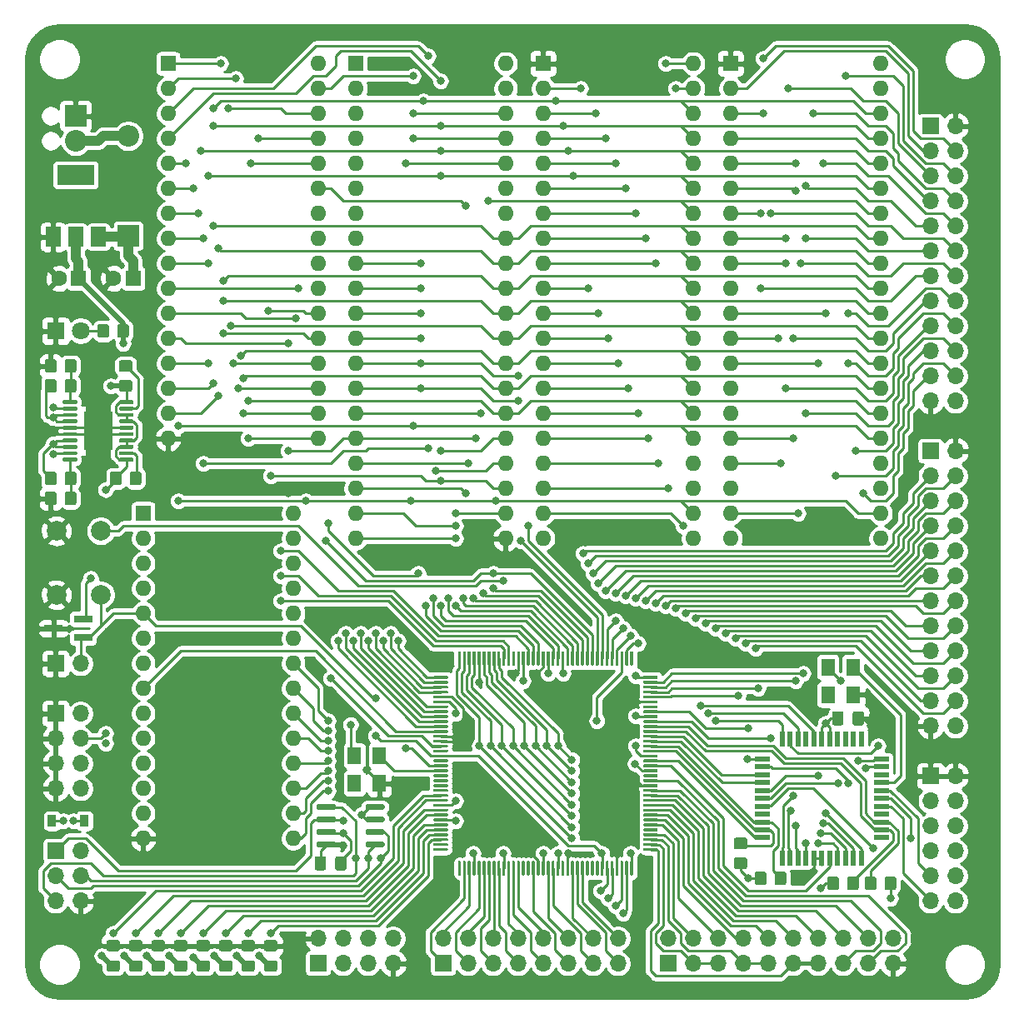
<source format=gtl>
%TF.GenerationSoftware,KiCad,Pcbnew,(5.1.10-1-10_14)*%
%TF.CreationDate,2021-08-10T22:16:19+10:00*%
%TF.ProjectId,pda6502v2,70646136-3530-4327-9632-2e6b69636164,rev?*%
%TF.SameCoordinates,Original*%
%TF.FileFunction,Copper,L1,Top*%
%TF.FilePolarity,Positive*%
%FSLAX46Y46*%
G04 Gerber Fmt 4.6, Leading zero omitted, Abs format (unit mm)*
G04 Created by KiCad (PCBNEW (5.1.10-1-10_14)) date 2021-08-10 22:16:19*
%MOMM*%
%LPD*%
G01*
G04 APERTURE LIST*
%TA.AperFunction,ComponentPad*%
%ADD10C,2.200000*%
%TD*%
%TA.AperFunction,ComponentPad*%
%ADD11R,2.200000X2.200000*%
%TD*%
%TA.AperFunction,ComponentPad*%
%ADD12O,2.200000X2.200000*%
%TD*%
%TA.AperFunction,SMDPad,CuDef*%
%ADD13R,1.500000X2.000000*%
%TD*%
%TA.AperFunction,SMDPad,CuDef*%
%ADD14R,3.800000X2.000000*%
%TD*%
%TA.AperFunction,ComponentPad*%
%ADD15C,1.600000*%
%TD*%
%TA.AperFunction,ComponentPad*%
%ADD16R,1.600000X1.600000*%
%TD*%
%TA.AperFunction,ComponentPad*%
%ADD17C,1.800000*%
%TD*%
%TA.AperFunction,ComponentPad*%
%ADD18R,1.800000X1.800000*%
%TD*%
%TA.AperFunction,SMDPad,CuDef*%
%ADD19R,2.850000X4.000000*%
%TD*%
%TA.AperFunction,SMDPad,CuDef*%
%ADD20R,1.900000X0.800000*%
%TD*%
%TA.AperFunction,ComponentPad*%
%ADD21O,1.700000X1.700000*%
%TD*%
%TA.AperFunction,ComponentPad*%
%ADD22R,1.700000X1.700000*%
%TD*%
%TA.AperFunction,ComponentPad*%
%ADD23C,2.000000*%
%TD*%
%TA.AperFunction,SMDPad,CuDef*%
%ADD24R,0.520000X1.500000*%
%TD*%
%TA.AperFunction,SMDPad,CuDef*%
%ADD25R,1.500000X0.520000*%
%TD*%
%TA.AperFunction,ComponentPad*%
%ADD26O,1.600000X1.600000*%
%TD*%
%TA.AperFunction,SMDPad,CuDef*%
%ADD27R,1.400000X1.800000*%
%TD*%
%TA.AperFunction,SMDPad,CuDef*%
%ADD28R,0.900000X1.200000*%
%TD*%
%TA.AperFunction,ViaPad*%
%ADD29C,0.800000*%
%TD*%
%TA.AperFunction,Conductor*%
%ADD30C,0.250000*%
%TD*%
%TA.AperFunction,Conductor*%
%ADD31C,1.000000*%
%TD*%
%TA.AperFunction,Conductor*%
%ADD32C,0.500000*%
%TD*%
%TA.AperFunction,Conductor*%
%ADD33C,0.254000*%
%TD*%
%TA.AperFunction,Conductor*%
%ADD34C,0.400000*%
%TD*%
%TA.AperFunction,Conductor*%
%ADD35C,0.100000*%
%TD*%
G04 APERTURE END LIST*
%TO.P,U7,1*%
%TO.N,/FLASH_~CS*%
%TA.AperFunction,SMDPad,CuDef*%
G36*
G01*
X128122000Y-120165000D02*
X128122000Y-119865000D01*
G75*
G02*
X128272000Y-119715000I150000J0D01*
G01*
X129922000Y-119715000D01*
G75*
G02*
X130072000Y-119865000I0J-150000D01*
G01*
X130072000Y-120165000D01*
G75*
G02*
X129922000Y-120315000I-150000J0D01*
G01*
X128272000Y-120315000D01*
G75*
G02*
X128122000Y-120165000I0J150000D01*
G01*
G37*
%TD.AperFunction*%
%TO.P,U7,2*%
%TO.N,/FLASH_MISO*%
%TA.AperFunction,SMDPad,CuDef*%
G36*
G01*
X128122000Y-121435000D02*
X128122000Y-121135000D01*
G75*
G02*
X128272000Y-120985000I150000J0D01*
G01*
X129922000Y-120985000D01*
G75*
G02*
X130072000Y-121135000I0J-150000D01*
G01*
X130072000Y-121435000D01*
G75*
G02*
X129922000Y-121585000I-150000J0D01*
G01*
X128272000Y-121585000D01*
G75*
G02*
X128122000Y-121435000I0J150000D01*
G01*
G37*
%TD.AperFunction*%
%TO.P,U7,3*%
%TO.N,/VCC_FLASH*%
%TA.AperFunction,SMDPad,CuDef*%
G36*
G01*
X128122000Y-122705000D02*
X128122000Y-122405000D01*
G75*
G02*
X128272000Y-122255000I150000J0D01*
G01*
X129922000Y-122255000D01*
G75*
G02*
X130072000Y-122405000I0J-150000D01*
G01*
X130072000Y-122705000D01*
G75*
G02*
X129922000Y-122855000I-150000J0D01*
G01*
X128272000Y-122855000D01*
G75*
G02*
X128122000Y-122705000I0J150000D01*
G01*
G37*
%TD.AperFunction*%
%TO.P,U7,4*%
%TO.N,GND*%
%TA.AperFunction,SMDPad,CuDef*%
G36*
G01*
X128122000Y-123975000D02*
X128122000Y-123675000D01*
G75*
G02*
X128272000Y-123525000I150000J0D01*
G01*
X129922000Y-123525000D01*
G75*
G02*
X130072000Y-123675000I0J-150000D01*
G01*
X130072000Y-123975000D01*
G75*
G02*
X129922000Y-124125000I-150000J0D01*
G01*
X128272000Y-124125000D01*
G75*
G02*
X128122000Y-123975000I0J150000D01*
G01*
G37*
%TD.AperFunction*%
%TO.P,U7,5*%
%TO.N,/FLASH_MOSI*%
%TA.AperFunction,SMDPad,CuDef*%
G36*
G01*
X133072000Y-123975000D02*
X133072000Y-123675000D01*
G75*
G02*
X133222000Y-123525000I150000J0D01*
G01*
X134872000Y-123525000D01*
G75*
G02*
X135022000Y-123675000I0J-150000D01*
G01*
X135022000Y-123975000D01*
G75*
G02*
X134872000Y-124125000I-150000J0D01*
G01*
X133222000Y-124125000D01*
G75*
G02*
X133072000Y-123975000I0J150000D01*
G01*
G37*
%TD.AperFunction*%
%TO.P,U7,6*%
%TO.N,/FLASH_SCK*%
%TA.AperFunction,SMDPad,CuDef*%
G36*
G01*
X133072000Y-122705000D02*
X133072000Y-122405000D01*
G75*
G02*
X133222000Y-122255000I150000J0D01*
G01*
X134872000Y-122255000D01*
G75*
G02*
X135022000Y-122405000I0J-150000D01*
G01*
X135022000Y-122705000D01*
G75*
G02*
X134872000Y-122855000I-150000J0D01*
G01*
X133222000Y-122855000D01*
G75*
G02*
X133072000Y-122705000I0J150000D01*
G01*
G37*
%TD.AperFunction*%
%TO.P,U7,7*%
%TO.N,/VCC_FLASH*%
%TA.AperFunction,SMDPad,CuDef*%
G36*
G01*
X133072000Y-121435000D02*
X133072000Y-121135000D01*
G75*
G02*
X133222000Y-120985000I150000J0D01*
G01*
X134872000Y-120985000D01*
G75*
G02*
X135022000Y-121135000I0J-150000D01*
G01*
X135022000Y-121435000D01*
G75*
G02*
X134872000Y-121585000I-150000J0D01*
G01*
X133222000Y-121585000D01*
G75*
G02*
X133072000Y-121435000I0J150000D01*
G01*
G37*
%TD.AperFunction*%
%TO.P,U7,8*%
%TA.AperFunction,SMDPad,CuDef*%
G36*
G01*
X133072000Y-120165000D02*
X133072000Y-119865000D01*
G75*
G02*
X133222000Y-119715000I150000J0D01*
G01*
X134872000Y-119715000D01*
G75*
G02*
X135022000Y-119865000I0J-150000D01*
G01*
X135022000Y-120165000D01*
G75*
G02*
X134872000Y-120315000I-150000J0D01*
G01*
X133222000Y-120315000D01*
G75*
G02*
X133072000Y-120165000I0J150000D01*
G01*
G37*
%TD.AperFunction*%
%TD*%
%TO.P,C10,1*%
%TO.N,/VCC_FLASH*%
%TA.AperFunction,SMDPad,CuDef*%
G36*
G01*
X131165000Y-125255000D02*
X131165000Y-126205000D01*
G75*
G02*
X130915000Y-126455000I-250000J0D01*
G01*
X130240000Y-126455000D01*
G75*
G02*
X129990000Y-126205000I0J250000D01*
G01*
X129990000Y-125255000D01*
G75*
G02*
X130240000Y-125005000I250000J0D01*
G01*
X130915000Y-125005000D01*
G75*
G02*
X131165000Y-125255000I0J-250000D01*
G01*
G37*
%TD.AperFunction*%
%TO.P,C10,2*%
%TO.N,GND*%
%TA.AperFunction,SMDPad,CuDef*%
G36*
G01*
X129090000Y-125255000D02*
X129090000Y-126205000D01*
G75*
G02*
X128840000Y-126455000I-250000J0D01*
G01*
X128165000Y-126455000D01*
G75*
G02*
X127915000Y-126205000I0J250000D01*
G01*
X127915000Y-125255000D01*
G75*
G02*
X128165000Y-125005000I250000J0D01*
G01*
X128840000Y-125005000D01*
G75*
G02*
X129090000Y-125255000I0J-250000D01*
G01*
G37*
%TD.AperFunction*%
%TD*%
%TO.P,C3,1*%
%TO.N,+3V3*%
%TA.AperFunction,SMDPad,CuDef*%
G36*
G01*
X180493000Y-111473000D02*
X180493000Y-110523000D01*
G75*
G02*
X180743000Y-110273000I250000J0D01*
G01*
X181418000Y-110273000D01*
G75*
G02*
X181668000Y-110523000I0J-250000D01*
G01*
X181668000Y-111473000D01*
G75*
G02*
X181418000Y-111723000I-250000J0D01*
G01*
X180743000Y-111723000D01*
G75*
G02*
X180493000Y-111473000I0J250000D01*
G01*
G37*
%TD.AperFunction*%
%TO.P,C3,2*%
%TO.N,GND*%
%TA.AperFunction,SMDPad,CuDef*%
G36*
G01*
X182568000Y-111473000D02*
X182568000Y-110523000D01*
G75*
G02*
X182818000Y-110273000I250000J0D01*
G01*
X183493000Y-110273000D01*
G75*
G02*
X183743000Y-110523000I0J-250000D01*
G01*
X183743000Y-111473000D01*
G75*
G02*
X183493000Y-111723000I-250000J0D01*
G01*
X182818000Y-111723000D01*
G75*
G02*
X182568000Y-111473000I0J250000D01*
G01*
G37*
%TD.AperFunction*%
%TD*%
D10*
%TO.P,J4,2*%
%TO.N,Net-(D1-Pad2)*%
X103632000Y-52324000D03*
D11*
%TO.P,J4,1*%
%TO.N,GND*%
X103632000Y-49784000D03*
%TD*%
%TO.P,D1,1*%
%TO.N,+5V*%
X108966000Y-61976000D03*
D12*
%TO.P,D1,2*%
%TO.N,Net-(D1-Pad2)*%
X108966000Y-51816000D03*
%TD*%
D13*
%TO.P,U9,1*%
%TO.N,GND*%
X101332000Y-62078000D03*
%TO.P,U9,3*%
%TO.N,+5V*%
X105932000Y-62078000D03*
%TO.P,U9,2*%
%TO.N,+3V3*%
X103632000Y-62078000D03*
D14*
%TO.P,U9,4*%
%TO.N,N/C*%
X103632000Y-55778000D03*
%TD*%
D15*
%TO.P,C13,2*%
%TO.N,GND*%
X101918000Y-66294000D03*
D16*
%TO.P,C13,1*%
%TO.N,+3V3*%
X103918000Y-66294000D03*
%TD*%
D15*
%TO.P,C12,2*%
%TO.N,GND*%
X107474000Y-66294000D03*
D16*
%TO.P,C12,1*%
%TO.N,+5V*%
X109474000Y-66294000D03*
%TD*%
D17*
%TO.P,D2,2*%
%TO.N,Net-(D2-Pad2)*%
X104140000Y-71628000D03*
D18*
%TO.P,D2,1*%
%TO.N,GND*%
X101600000Y-71628000D03*
%TD*%
%TO.P,U10,1*%
%TO.N,Net-(R24-Pad1)*%
%TA.AperFunction,SMDPad,CuDef*%
G36*
G01*
X102318000Y-78963000D02*
X102318000Y-78763000D01*
G75*
G02*
X102418000Y-78663000I100000J0D01*
G01*
X103693000Y-78663000D01*
G75*
G02*
X103793000Y-78763000I0J-100000D01*
G01*
X103793000Y-78963000D01*
G75*
G02*
X103693000Y-79063000I-100000J0D01*
G01*
X102418000Y-79063000D01*
G75*
G02*
X102318000Y-78963000I0J100000D01*
G01*
G37*
%TD.AperFunction*%
%TO.P,U10,2*%
%TO.N,Net-(C18-Pad2)*%
%TA.AperFunction,SMDPad,CuDef*%
G36*
G01*
X102318000Y-79613000D02*
X102318000Y-79413000D01*
G75*
G02*
X102418000Y-79313000I100000J0D01*
G01*
X103693000Y-79313000D01*
G75*
G02*
X103793000Y-79413000I0J-100000D01*
G01*
X103793000Y-79613000D01*
G75*
G02*
X103693000Y-79713000I-100000J0D01*
G01*
X102418000Y-79713000D01*
G75*
G02*
X102318000Y-79613000I0J100000D01*
G01*
G37*
%TD.AperFunction*%
%TO.P,U10,3*%
%TO.N,+2V5*%
%TA.AperFunction,SMDPad,CuDef*%
G36*
G01*
X102318000Y-80263000D02*
X102318000Y-80063000D01*
G75*
G02*
X102418000Y-79963000I100000J0D01*
G01*
X103693000Y-79963000D01*
G75*
G02*
X103793000Y-80063000I0J-100000D01*
G01*
X103793000Y-80263000D01*
G75*
G02*
X103693000Y-80363000I-100000J0D01*
G01*
X102418000Y-80363000D01*
G75*
G02*
X102318000Y-80263000I0J100000D01*
G01*
G37*
%TD.AperFunction*%
%TO.P,U10,4*%
%TA.AperFunction,SMDPad,CuDef*%
G36*
G01*
X102318000Y-80913000D02*
X102318000Y-80713000D01*
G75*
G02*
X102418000Y-80613000I100000J0D01*
G01*
X103693000Y-80613000D01*
G75*
G02*
X103793000Y-80713000I0J-100000D01*
G01*
X103793000Y-80913000D01*
G75*
G02*
X103693000Y-81013000I-100000J0D01*
G01*
X102418000Y-81013000D01*
G75*
G02*
X102318000Y-80913000I0J100000D01*
G01*
G37*
%TD.AperFunction*%
%TO.P,U10,5*%
%TO.N,GND*%
%TA.AperFunction,SMDPad,CuDef*%
G36*
G01*
X102318000Y-81563000D02*
X102318000Y-81363000D01*
G75*
G02*
X102418000Y-81263000I100000J0D01*
G01*
X103693000Y-81263000D01*
G75*
G02*
X103793000Y-81363000I0J-100000D01*
G01*
X103793000Y-81563000D01*
G75*
G02*
X103693000Y-81663000I-100000J0D01*
G01*
X102418000Y-81663000D01*
G75*
G02*
X102318000Y-81563000I0J100000D01*
G01*
G37*
%TD.AperFunction*%
%TO.P,U10,6*%
%TA.AperFunction,SMDPad,CuDef*%
G36*
G01*
X102318000Y-82213000D02*
X102318000Y-82013000D01*
G75*
G02*
X102418000Y-81913000I100000J0D01*
G01*
X103693000Y-81913000D01*
G75*
G02*
X103793000Y-82013000I0J-100000D01*
G01*
X103793000Y-82213000D01*
G75*
G02*
X103693000Y-82313000I-100000J0D01*
G01*
X102418000Y-82313000D01*
G75*
G02*
X102318000Y-82213000I0J100000D01*
G01*
G37*
%TD.AperFunction*%
%TO.P,U10,7*%
%TO.N,+1V2*%
%TA.AperFunction,SMDPad,CuDef*%
G36*
G01*
X102318000Y-82863000D02*
X102318000Y-82663000D01*
G75*
G02*
X102418000Y-82563000I100000J0D01*
G01*
X103693000Y-82563000D01*
G75*
G02*
X103793000Y-82663000I0J-100000D01*
G01*
X103793000Y-82863000D01*
G75*
G02*
X103693000Y-82963000I-100000J0D01*
G01*
X102418000Y-82963000D01*
G75*
G02*
X102318000Y-82863000I0J100000D01*
G01*
G37*
%TD.AperFunction*%
%TO.P,U10,8*%
%TA.AperFunction,SMDPad,CuDef*%
G36*
G01*
X102318000Y-83513000D02*
X102318000Y-83313000D01*
G75*
G02*
X102418000Y-83213000I100000J0D01*
G01*
X103693000Y-83213000D01*
G75*
G02*
X103793000Y-83313000I0J-100000D01*
G01*
X103793000Y-83513000D01*
G75*
G02*
X103693000Y-83613000I-100000J0D01*
G01*
X102418000Y-83613000D01*
G75*
G02*
X102318000Y-83513000I0J100000D01*
G01*
G37*
%TD.AperFunction*%
%TO.P,U10,9*%
%TO.N,Net-(C19-Pad2)*%
%TA.AperFunction,SMDPad,CuDef*%
G36*
G01*
X102318000Y-84163000D02*
X102318000Y-83963000D01*
G75*
G02*
X102418000Y-83863000I100000J0D01*
G01*
X103693000Y-83863000D01*
G75*
G02*
X103793000Y-83963000I0J-100000D01*
G01*
X103793000Y-84163000D01*
G75*
G02*
X103693000Y-84263000I-100000J0D01*
G01*
X102418000Y-84263000D01*
G75*
G02*
X102318000Y-84163000I0J100000D01*
G01*
G37*
%TD.AperFunction*%
%TO.P,U10,10*%
%TO.N,Net-(R26-Pad1)*%
%TA.AperFunction,SMDPad,CuDef*%
G36*
G01*
X102318000Y-84813000D02*
X102318000Y-84613000D01*
G75*
G02*
X102418000Y-84513000I100000J0D01*
G01*
X103693000Y-84513000D01*
G75*
G02*
X103793000Y-84613000I0J-100000D01*
G01*
X103793000Y-84813000D01*
G75*
G02*
X103693000Y-84913000I-100000J0D01*
G01*
X102418000Y-84913000D01*
G75*
G02*
X102318000Y-84813000I0J100000D01*
G01*
G37*
%TD.AperFunction*%
%TO.P,U10,11*%
%TO.N,+3V3*%
%TA.AperFunction,SMDPad,CuDef*%
G36*
G01*
X108043000Y-84813000D02*
X108043000Y-84613000D01*
G75*
G02*
X108143000Y-84513000I100000J0D01*
G01*
X109418000Y-84513000D01*
G75*
G02*
X109518000Y-84613000I0J-100000D01*
G01*
X109518000Y-84813000D01*
G75*
G02*
X109418000Y-84913000I-100000J0D01*
G01*
X108143000Y-84913000D01*
G75*
G02*
X108043000Y-84813000I0J100000D01*
G01*
G37*
%TD.AperFunction*%
%TO.P,U10,12*%
%TO.N,Net-(R21-Pad1)*%
%TA.AperFunction,SMDPad,CuDef*%
G36*
G01*
X108043000Y-84163000D02*
X108043000Y-83963000D01*
G75*
G02*
X108143000Y-83863000I100000J0D01*
G01*
X109418000Y-83863000D01*
G75*
G02*
X109518000Y-83963000I0J-100000D01*
G01*
X109518000Y-84163000D01*
G75*
G02*
X109418000Y-84263000I-100000J0D01*
G01*
X108143000Y-84263000D01*
G75*
G02*
X108043000Y-84163000I0J100000D01*
G01*
G37*
%TD.AperFunction*%
%TO.P,U10,13*%
%TO.N,+3V3*%
%TA.AperFunction,SMDPad,CuDef*%
G36*
G01*
X108043000Y-83513000D02*
X108043000Y-83313000D01*
G75*
G02*
X108143000Y-83213000I100000J0D01*
G01*
X109418000Y-83213000D01*
G75*
G02*
X109518000Y-83313000I0J-100000D01*
G01*
X109518000Y-83513000D01*
G75*
G02*
X109418000Y-83613000I-100000J0D01*
G01*
X108143000Y-83613000D01*
G75*
G02*
X108043000Y-83513000I0J100000D01*
G01*
G37*
%TD.AperFunction*%
%TO.P,U10,14*%
%TA.AperFunction,SMDPad,CuDef*%
G36*
G01*
X108043000Y-82863000D02*
X108043000Y-82663000D01*
G75*
G02*
X108143000Y-82563000I100000J0D01*
G01*
X109418000Y-82563000D01*
G75*
G02*
X109518000Y-82663000I0J-100000D01*
G01*
X109518000Y-82863000D01*
G75*
G02*
X109418000Y-82963000I-100000J0D01*
G01*
X108143000Y-82963000D01*
G75*
G02*
X108043000Y-82863000I0J100000D01*
G01*
G37*
%TD.AperFunction*%
%TO.P,U10,15*%
%TO.N,GND*%
%TA.AperFunction,SMDPad,CuDef*%
G36*
G01*
X108043000Y-82213000D02*
X108043000Y-82013000D01*
G75*
G02*
X108143000Y-81913000I100000J0D01*
G01*
X109418000Y-81913000D01*
G75*
G02*
X109518000Y-82013000I0J-100000D01*
G01*
X109518000Y-82213000D01*
G75*
G02*
X109418000Y-82313000I-100000J0D01*
G01*
X108143000Y-82313000D01*
G75*
G02*
X108043000Y-82213000I0J100000D01*
G01*
G37*
%TD.AperFunction*%
%TO.P,U10,16*%
%TA.AperFunction,SMDPad,CuDef*%
G36*
G01*
X108043000Y-81563000D02*
X108043000Y-81363000D01*
G75*
G02*
X108143000Y-81263000I100000J0D01*
G01*
X109418000Y-81263000D01*
G75*
G02*
X109518000Y-81363000I0J-100000D01*
G01*
X109518000Y-81563000D01*
G75*
G02*
X109418000Y-81663000I-100000J0D01*
G01*
X108143000Y-81663000D01*
G75*
G02*
X108043000Y-81563000I0J100000D01*
G01*
G37*
%TD.AperFunction*%
%TO.P,U10,17*%
%TO.N,+3V3*%
%TA.AperFunction,SMDPad,CuDef*%
G36*
G01*
X108043000Y-80913000D02*
X108043000Y-80713000D01*
G75*
G02*
X108143000Y-80613000I100000J0D01*
G01*
X109418000Y-80613000D01*
G75*
G02*
X109518000Y-80713000I0J-100000D01*
G01*
X109518000Y-80913000D01*
G75*
G02*
X109418000Y-81013000I-100000J0D01*
G01*
X108143000Y-81013000D01*
G75*
G02*
X108043000Y-80913000I0J100000D01*
G01*
G37*
%TD.AperFunction*%
%TO.P,U10,18*%
%TA.AperFunction,SMDPad,CuDef*%
G36*
G01*
X108043000Y-80263000D02*
X108043000Y-80063000D01*
G75*
G02*
X108143000Y-79963000I100000J0D01*
G01*
X109418000Y-79963000D01*
G75*
G02*
X109518000Y-80063000I0J-100000D01*
G01*
X109518000Y-80263000D01*
G75*
G02*
X109418000Y-80363000I-100000J0D01*
G01*
X108143000Y-80363000D01*
G75*
G02*
X108043000Y-80263000I0J100000D01*
G01*
G37*
%TD.AperFunction*%
%TO.P,U10,19*%
%TO.N,Net-(R22-Pad1)*%
%TA.AperFunction,SMDPad,CuDef*%
G36*
G01*
X108043000Y-79613000D02*
X108043000Y-79413000D01*
G75*
G02*
X108143000Y-79313000I100000J0D01*
G01*
X109418000Y-79313000D01*
G75*
G02*
X109518000Y-79413000I0J-100000D01*
G01*
X109518000Y-79613000D01*
G75*
G02*
X109418000Y-79713000I-100000J0D01*
G01*
X108143000Y-79713000D01*
G75*
G02*
X108043000Y-79613000I0J100000D01*
G01*
G37*
%TD.AperFunction*%
%TO.P,U10,20*%
%TO.N,+3V3*%
%TA.AperFunction,SMDPad,CuDef*%
G36*
G01*
X108043000Y-78963000D02*
X108043000Y-78763000D01*
G75*
G02*
X108143000Y-78663000I100000J0D01*
G01*
X109418000Y-78663000D01*
G75*
G02*
X109518000Y-78763000I0J-100000D01*
G01*
X109518000Y-78963000D01*
G75*
G02*
X109418000Y-79063000I-100000J0D01*
G01*
X108143000Y-79063000D01*
G75*
G02*
X108043000Y-78963000I0J100000D01*
G01*
G37*
%TD.AperFunction*%
D19*
%TO.P,U10,21*%
%TO.N,GND*%
X105918000Y-81788000D03*
%TD*%
D20*
%TO.P,U4,3*%
%TO.N,GND*%
X101370000Y-101854000D03*
%TO.P,U4,2*%
%TO.N,+3V3*%
X104370000Y-100904000D03*
%TO.P,U4,1*%
%TO.N,/~RESET*%
X104370000Y-102804000D03*
%TD*%
D21*
%TO.P,SW2,2*%
%TO.N,/~RESET*%
X104140000Y-105410000D03*
D22*
%TO.P,SW2,1*%
%TO.N,GND*%
X101600000Y-105410000D03*
%TD*%
%TO.P,R26,2*%
%TO.N,+1V2*%
%TA.AperFunction,SMDPad,CuDef*%
G36*
G01*
X101708000Y-86163999D02*
X101708000Y-87064001D01*
G75*
G02*
X101458001Y-87314000I-249999J0D01*
G01*
X100757999Y-87314000D01*
G75*
G02*
X100508000Y-87064001I0J249999D01*
G01*
X100508000Y-86163999D01*
G75*
G02*
X100757999Y-85914000I249999J0D01*
G01*
X101458001Y-85914000D01*
G75*
G02*
X101708000Y-86163999I0J-249999D01*
G01*
G37*
%TD.AperFunction*%
%TO.P,R26,1*%
%TO.N,Net-(R26-Pad1)*%
%TA.AperFunction,SMDPad,CuDef*%
G36*
G01*
X103708000Y-86163999D02*
X103708000Y-87064001D01*
G75*
G02*
X103458001Y-87314000I-249999J0D01*
G01*
X102757999Y-87314000D01*
G75*
G02*
X102508000Y-87064001I0J249999D01*
G01*
X102508000Y-86163999D01*
G75*
G02*
X102757999Y-85914000I249999J0D01*
G01*
X103458001Y-85914000D01*
G75*
G02*
X103708000Y-86163999I0J-249999D01*
G01*
G37*
%TD.AperFunction*%
%TD*%
%TO.P,R3,2*%
%TO.N,+3V3*%
%TA.AperFunction,SMDPad,CuDef*%
G36*
G01*
X181210000Y-127311999D02*
X181210000Y-128212001D01*
G75*
G02*
X180960001Y-128462000I-249999J0D01*
G01*
X180259999Y-128462000D01*
G75*
G02*
X180010000Y-128212001I0J249999D01*
G01*
X180010000Y-127311999D01*
G75*
G02*
X180259999Y-127062000I249999J0D01*
G01*
X180960001Y-127062000D01*
G75*
G02*
X181210000Y-127311999I0J-249999D01*
G01*
G37*
%TD.AperFunction*%
%TO.P,R3,1*%
%TO.N,/UART_TXA~IRQ*%
%TA.AperFunction,SMDPad,CuDef*%
G36*
G01*
X183210000Y-127311999D02*
X183210000Y-128212001D01*
G75*
G02*
X182960001Y-128462000I-249999J0D01*
G01*
X182259999Y-128462000D01*
G75*
G02*
X182010000Y-128212001I0J249999D01*
G01*
X182010000Y-127311999D01*
G75*
G02*
X182259999Y-127062000I249999J0D01*
G01*
X182960001Y-127062000D01*
G75*
G02*
X183210000Y-127311999I0J-249999D01*
G01*
G37*
%TD.AperFunction*%
%TD*%
%TO.P,R27,2*%
%TO.N,Net-(R26-Pad1)*%
%TA.AperFunction,SMDPad,CuDef*%
G36*
G01*
X102508000Y-89096001D02*
X102508000Y-88195999D01*
G75*
G02*
X102757999Y-87946000I249999J0D01*
G01*
X103458001Y-87946000D01*
G75*
G02*
X103708000Y-88195999I0J-249999D01*
G01*
X103708000Y-89096001D01*
G75*
G02*
X103458001Y-89346000I-249999J0D01*
G01*
X102757999Y-89346000D01*
G75*
G02*
X102508000Y-89096001I0J249999D01*
G01*
G37*
%TD.AperFunction*%
%TO.P,R27,1*%
%TO.N,GND*%
%TA.AperFunction,SMDPad,CuDef*%
G36*
G01*
X100508000Y-89096001D02*
X100508000Y-88195999D01*
G75*
G02*
X100757999Y-87946000I249999J0D01*
G01*
X101458001Y-87946000D01*
G75*
G02*
X101708000Y-88195999I0J-249999D01*
G01*
X101708000Y-89096001D01*
G75*
G02*
X101458001Y-89346000I-249999J0D01*
G01*
X100757999Y-89346000D01*
G75*
G02*
X100508000Y-89096001I0J249999D01*
G01*
G37*
%TD.AperFunction*%
%TD*%
%TO.P,R25,2*%
%TO.N,Net-(R24-Pad1)*%
%TA.AperFunction,SMDPad,CuDef*%
G36*
G01*
X102508000Y-75634001D02*
X102508000Y-74733999D01*
G75*
G02*
X102757999Y-74484000I249999J0D01*
G01*
X103458001Y-74484000D01*
G75*
G02*
X103708000Y-74733999I0J-249999D01*
G01*
X103708000Y-75634001D01*
G75*
G02*
X103458001Y-75884000I-249999J0D01*
G01*
X102757999Y-75884000D01*
G75*
G02*
X102508000Y-75634001I0J249999D01*
G01*
G37*
%TD.AperFunction*%
%TO.P,R25,1*%
%TO.N,GND*%
%TA.AperFunction,SMDPad,CuDef*%
G36*
G01*
X100508000Y-75634001D02*
X100508000Y-74733999D01*
G75*
G02*
X100757999Y-74484000I249999J0D01*
G01*
X101458001Y-74484000D01*
G75*
G02*
X101708000Y-74733999I0J-249999D01*
G01*
X101708000Y-75634001D01*
G75*
G02*
X101458001Y-75884000I-249999J0D01*
G01*
X100757999Y-75884000D01*
G75*
G02*
X100508000Y-75634001I0J249999D01*
G01*
G37*
%TD.AperFunction*%
%TD*%
%TO.P,R24,2*%
%TO.N,+2V5*%
%TA.AperFunction,SMDPad,CuDef*%
G36*
G01*
X101708000Y-76765999D02*
X101708000Y-77666001D01*
G75*
G02*
X101458001Y-77916000I-249999J0D01*
G01*
X100757999Y-77916000D01*
G75*
G02*
X100508000Y-77666001I0J249999D01*
G01*
X100508000Y-76765999D01*
G75*
G02*
X100757999Y-76516000I249999J0D01*
G01*
X101458001Y-76516000D01*
G75*
G02*
X101708000Y-76765999I0J-249999D01*
G01*
G37*
%TD.AperFunction*%
%TO.P,R24,1*%
%TO.N,Net-(R24-Pad1)*%
%TA.AperFunction,SMDPad,CuDef*%
G36*
G01*
X103708000Y-76765999D02*
X103708000Y-77666001D01*
G75*
G02*
X103458001Y-77916000I-249999J0D01*
G01*
X102757999Y-77916000D01*
G75*
G02*
X102508000Y-77666001I0J249999D01*
G01*
X102508000Y-76765999D01*
G75*
G02*
X102757999Y-76516000I249999J0D01*
G01*
X103458001Y-76516000D01*
G75*
G02*
X103708000Y-76765999I0J-249999D01*
G01*
G37*
%TD.AperFunction*%
%TD*%
%TO.P,R22,2*%
%TO.N,+3V3*%
%TA.AperFunction,SMDPad,CuDef*%
G36*
G01*
X108261999Y-76600000D02*
X109162001Y-76600000D01*
G75*
G02*
X109412000Y-76849999I0J-249999D01*
G01*
X109412000Y-77550001D01*
G75*
G02*
X109162001Y-77800000I-249999J0D01*
G01*
X108261999Y-77800000D01*
G75*
G02*
X108012000Y-77550001I0J249999D01*
G01*
X108012000Y-76849999D01*
G75*
G02*
X108261999Y-76600000I249999J0D01*
G01*
G37*
%TD.AperFunction*%
%TO.P,R22,1*%
%TO.N,Net-(R22-Pad1)*%
%TA.AperFunction,SMDPad,CuDef*%
G36*
G01*
X108261999Y-74600000D02*
X109162001Y-74600000D01*
G75*
G02*
X109412000Y-74849999I0J-249999D01*
G01*
X109412000Y-75550001D01*
G75*
G02*
X109162001Y-75800000I-249999J0D01*
G01*
X108261999Y-75800000D01*
G75*
G02*
X108012000Y-75550001I0J249999D01*
G01*
X108012000Y-74849999D01*
G75*
G02*
X108261999Y-74600000I249999J0D01*
G01*
G37*
%TD.AperFunction*%
%TD*%
%TO.P,R21,2*%
%TO.N,+3V3*%
%TA.AperFunction,SMDPad,CuDef*%
G36*
G01*
X108312000Y-86163999D02*
X108312000Y-87064001D01*
G75*
G02*
X108062001Y-87314000I-249999J0D01*
G01*
X107361999Y-87314000D01*
G75*
G02*
X107112000Y-87064001I0J249999D01*
G01*
X107112000Y-86163999D01*
G75*
G02*
X107361999Y-85914000I249999J0D01*
G01*
X108062001Y-85914000D01*
G75*
G02*
X108312000Y-86163999I0J-249999D01*
G01*
G37*
%TD.AperFunction*%
%TO.P,R21,1*%
%TO.N,Net-(R21-Pad1)*%
%TA.AperFunction,SMDPad,CuDef*%
G36*
G01*
X110312000Y-86163999D02*
X110312000Y-87064001D01*
G75*
G02*
X110062001Y-87314000I-249999J0D01*
G01*
X109361999Y-87314000D01*
G75*
G02*
X109112000Y-87064001I0J249999D01*
G01*
X109112000Y-86163999D01*
G75*
G02*
X109361999Y-85914000I249999J0D01*
G01*
X110062001Y-85914000D01*
G75*
G02*
X110312000Y-86163999I0J-249999D01*
G01*
G37*
%TD.AperFunction*%
%TD*%
%TO.P,R28,2*%
%TO.N,+3V3*%
%TA.AperFunction,SMDPad,CuDef*%
G36*
G01*
X107842000Y-72078001D02*
X107842000Y-71177999D01*
G75*
G02*
X108091999Y-70928000I249999J0D01*
G01*
X108792001Y-70928000D01*
G75*
G02*
X109042000Y-71177999I0J-249999D01*
G01*
X109042000Y-72078001D01*
G75*
G02*
X108792001Y-72328000I-249999J0D01*
G01*
X108091999Y-72328000D01*
G75*
G02*
X107842000Y-72078001I0J249999D01*
G01*
G37*
%TD.AperFunction*%
%TO.P,R28,1*%
%TO.N,Net-(D2-Pad2)*%
%TA.AperFunction,SMDPad,CuDef*%
G36*
G01*
X105842000Y-72078001D02*
X105842000Y-71177999D01*
G75*
G02*
X106091999Y-70928000I249999J0D01*
G01*
X106792001Y-70928000D01*
G75*
G02*
X107042000Y-71177999I0J-249999D01*
G01*
X107042000Y-72078001D01*
G75*
G02*
X106792001Y-72328000I-249999J0D01*
G01*
X106091999Y-72328000D01*
G75*
G02*
X105842000Y-72078001I0J249999D01*
G01*
G37*
%TD.AperFunction*%
%TD*%
%TO.P,R4,2*%
%TO.N,+3V3*%
%TA.AperFunction,SMDPad,CuDef*%
G36*
G01*
X170745999Y-125114000D02*
X171646001Y-125114000D01*
G75*
G02*
X171896000Y-125363999I0J-249999D01*
G01*
X171896000Y-126064001D01*
G75*
G02*
X171646001Y-126314000I-249999J0D01*
G01*
X170745999Y-126314000D01*
G75*
G02*
X170496000Y-126064001I0J249999D01*
G01*
X170496000Y-125363999D01*
G75*
G02*
X170745999Y-125114000I249999J0D01*
G01*
G37*
%TD.AperFunction*%
%TO.P,R4,1*%
%TO.N,/UART_TXB~IRQ*%
%TA.AperFunction,SMDPad,CuDef*%
G36*
G01*
X170745999Y-123114000D02*
X171646001Y-123114000D01*
G75*
G02*
X171896000Y-123363999I0J-249999D01*
G01*
X171896000Y-124064001D01*
G75*
G02*
X171646001Y-124314000I-249999J0D01*
G01*
X170745999Y-124314000D01*
G75*
G02*
X170496000Y-124064001I0J249999D01*
G01*
X170496000Y-123363999D01*
G75*
G02*
X170745999Y-123114000I249999J0D01*
G01*
G37*
%TD.AperFunction*%
%TD*%
%TO.P,R2,2*%
%TO.N,+3V3*%
%TA.AperFunction,SMDPad,CuDef*%
G36*
G01*
X173844000Y-126803999D02*
X173844000Y-127704001D01*
G75*
G02*
X173594001Y-127954000I-249999J0D01*
G01*
X172893999Y-127954000D01*
G75*
G02*
X172644000Y-127704001I0J249999D01*
G01*
X172644000Y-126803999D01*
G75*
G02*
X172893999Y-126554000I249999J0D01*
G01*
X173594001Y-126554000D01*
G75*
G02*
X173844000Y-126803999I0J-249999D01*
G01*
G37*
%TD.AperFunction*%
%TO.P,R2,1*%
%TO.N,/UART_RXB~IRQ*%
%TA.AperFunction,SMDPad,CuDef*%
G36*
G01*
X175844000Y-126803999D02*
X175844000Y-127704001D01*
G75*
G02*
X175594001Y-127954000I-249999J0D01*
G01*
X174893999Y-127954000D01*
G75*
G02*
X174644000Y-127704001I0J249999D01*
G01*
X174644000Y-126803999D01*
G75*
G02*
X174893999Y-126554000I249999J0D01*
G01*
X175594001Y-126554000D01*
G75*
G02*
X175844000Y-126803999I0J-249999D01*
G01*
G37*
%TD.AperFunction*%
%TD*%
%TO.P,R1,2*%
%TO.N,+3V3*%
%TA.AperFunction,SMDPad,CuDef*%
G36*
G01*
X185820000Y-128212001D02*
X185820000Y-127311999D01*
G75*
G02*
X186069999Y-127062000I249999J0D01*
G01*
X186770001Y-127062000D01*
G75*
G02*
X187020000Y-127311999I0J-249999D01*
G01*
X187020000Y-128212001D01*
G75*
G02*
X186770001Y-128462000I-249999J0D01*
G01*
X186069999Y-128462000D01*
G75*
G02*
X185820000Y-128212001I0J249999D01*
G01*
G37*
%TD.AperFunction*%
%TO.P,R1,1*%
%TO.N,/UART_RXA~IRQ*%
%TA.AperFunction,SMDPad,CuDef*%
G36*
G01*
X183820000Y-128212001D02*
X183820000Y-127311999D01*
G75*
G02*
X184069999Y-127062000I249999J0D01*
G01*
X184770001Y-127062000D01*
G75*
G02*
X185020000Y-127311999I0J-249999D01*
G01*
X185020000Y-128212001D01*
G75*
G02*
X184770001Y-128462000I-249999J0D01*
G01*
X184069999Y-128462000D01*
G75*
G02*
X183820000Y-128212001I0J249999D01*
G01*
G37*
%TD.AperFunction*%
%TD*%
D23*
%TO.P,SW1,1*%
%TO.N,/~RESET*%
X106172000Y-98448000D03*
%TO.P,SW1,2*%
%TO.N,GND*%
X101672000Y-98448000D03*
%TO.P,SW1,1*%
%TO.N,/~RESET*%
X106172000Y-91948000D03*
%TO.P,SW1,2*%
%TO.N,GND*%
X101672000Y-91948000D03*
%TD*%
%TO.P,U8,144*%
%TO.N,/D7*%
%TA.AperFunction,SMDPad,CuDef*%
G36*
G01*
X142484000Y-105570000D02*
X142484000Y-104245000D01*
G75*
G02*
X142559000Y-104170000I75000J0D01*
G01*
X142709000Y-104170000D01*
G75*
G02*
X142784000Y-104245000I0J-75000D01*
G01*
X142784000Y-105570000D01*
G75*
G02*
X142709000Y-105645000I-75000J0D01*
G01*
X142559000Y-105645000D01*
G75*
G02*
X142484000Y-105570000I0J75000D01*
G01*
G37*
%TD.AperFunction*%
%TO.P,U8,143*%
%TO.N,/D6*%
%TA.AperFunction,SMDPad,CuDef*%
G36*
G01*
X142984000Y-105570000D02*
X142984000Y-104245000D01*
G75*
G02*
X143059000Y-104170000I75000J0D01*
G01*
X143209000Y-104170000D01*
G75*
G02*
X143284000Y-104245000I0J-75000D01*
G01*
X143284000Y-105570000D01*
G75*
G02*
X143209000Y-105645000I-75000J0D01*
G01*
X143059000Y-105645000D01*
G75*
G02*
X142984000Y-105570000I0J75000D01*
G01*
G37*
%TD.AperFunction*%
%TO.P,U8,142*%
%TO.N,/D5*%
%TA.AperFunction,SMDPad,CuDef*%
G36*
G01*
X143484000Y-105570000D02*
X143484000Y-104245000D01*
G75*
G02*
X143559000Y-104170000I75000J0D01*
G01*
X143709000Y-104170000D01*
G75*
G02*
X143784000Y-104245000I0J-75000D01*
G01*
X143784000Y-105570000D01*
G75*
G02*
X143709000Y-105645000I-75000J0D01*
G01*
X143559000Y-105645000D01*
G75*
G02*
X143484000Y-105570000I0J75000D01*
G01*
G37*
%TD.AperFunction*%
%TO.P,U8,141*%
%TO.N,/D4*%
%TA.AperFunction,SMDPad,CuDef*%
G36*
G01*
X143984000Y-105570000D02*
X143984000Y-104245000D01*
G75*
G02*
X144059000Y-104170000I75000J0D01*
G01*
X144209000Y-104170000D01*
G75*
G02*
X144284000Y-104245000I0J-75000D01*
G01*
X144284000Y-105570000D01*
G75*
G02*
X144209000Y-105645000I-75000J0D01*
G01*
X144059000Y-105645000D01*
G75*
G02*
X143984000Y-105570000I0J75000D01*
G01*
G37*
%TD.AperFunction*%
%TO.P,U8,140*%
%TO.N,GND*%
%TA.AperFunction,SMDPad,CuDef*%
G36*
G01*
X144484000Y-105570000D02*
X144484000Y-104245000D01*
G75*
G02*
X144559000Y-104170000I75000J0D01*
G01*
X144709000Y-104170000D01*
G75*
G02*
X144784000Y-104245000I0J-75000D01*
G01*
X144784000Y-105570000D01*
G75*
G02*
X144709000Y-105645000I-75000J0D01*
G01*
X144559000Y-105645000D01*
G75*
G02*
X144484000Y-105570000I0J75000D01*
G01*
G37*
%TD.AperFunction*%
%TO.P,U8,139*%
%TO.N,/D3*%
%TA.AperFunction,SMDPad,CuDef*%
G36*
G01*
X144984000Y-105570000D02*
X144984000Y-104245000D01*
G75*
G02*
X145059000Y-104170000I75000J0D01*
G01*
X145209000Y-104170000D01*
G75*
G02*
X145284000Y-104245000I0J-75000D01*
G01*
X145284000Y-105570000D01*
G75*
G02*
X145209000Y-105645000I-75000J0D01*
G01*
X145059000Y-105645000D01*
G75*
G02*
X144984000Y-105570000I0J75000D01*
G01*
G37*
%TD.AperFunction*%
%TO.P,U8,138*%
%TO.N,/D2*%
%TA.AperFunction,SMDPad,CuDef*%
G36*
G01*
X145484000Y-105570000D02*
X145484000Y-104245000D01*
G75*
G02*
X145559000Y-104170000I75000J0D01*
G01*
X145709000Y-104170000D01*
G75*
G02*
X145784000Y-104245000I0J-75000D01*
G01*
X145784000Y-105570000D01*
G75*
G02*
X145709000Y-105645000I-75000J0D01*
G01*
X145559000Y-105645000D01*
G75*
G02*
X145484000Y-105570000I0J75000D01*
G01*
G37*
%TD.AperFunction*%
%TO.P,U8,137*%
%TO.N,/D1*%
%TA.AperFunction,SMDPad,CuDef*%
G36*
G01*
X145984000Y-105570000D02*
X145984000Y-104245000D01*
G75*
G02*
X146059000Y-104170000I75000J0D01*
G01*
X146209000Y-104170000D01*
G75*
G02*
X146284000Y-104245000I0J-75000D01*
G01*
X146284000Y-105570000D01*
G75*
G02*
X146209000Y-105645000I-75000J0D01*
G01*
X146059000Y-105645000D01*
G75*
G02*
X145984000Y-105570000I0J75000D01*
G01*
G37*
%TD.AperFunction*%
%TO.P,U8,136*%
%TO.N,/D0*%
%TA.AperFunction,SMDPad,CuDef*%
G36*
G01*
X146484000Y-105570000D02*
X146484000Y-104245000D01*
G75*
G02*
X146559000Y-104170000I75000J0D01*
G01*
X146709000Y-104170000D01*
G75*
G02*
X146784000Y-104245000I0J-75000D01*
G01*
X146784000Y-105570000D01*
G75*
G02*
X146709000Y-105645000I-75000J0D01*
G01*
X146559000Y-105645000D01*
G75*
G02*
X146484000Y-105570000I0J75000D01*
G01*
G37*
%TD.AperFunction*%
%TO.P,U8,135*%
%TO.N,/A18*%
%TA.AperFunction,SMDPad,CuDef*%
G36*
G01*
X146984000Y-105570000D02*
X146984000Y-104245000D01*
G75*
G02*
X147059000Y-104170000I75000J0D01*
G01*
X147209000Y-104170000D01*
G75*
G02*
X147284000Y-104245000I0J-75000D01*
G01*
X147284000Y-105570000D01*
G75*
G02*
X147209000Y-105645000I-75000J0D01*
G01*
X147059000Y-105645000D01*
G75*
G02*
X146984000Y-105570000I0J75000D01*
G01*
G37*
%TD.AperFunction*%
%TO.P,U8,134*%
%TO.N,/A17*%
%TA.AperFunction,SMDPad,CuDef*%
G36*
G01*
X147484000Y-105570000D02*
X147484000Y-104245000D01*
G75*
G02*
X147559000Y-104170000I75000J0D01*
G01*
X147709000Y-104170000D01*
G75*
G02*
X147784000Y-104245000I0J-75000D01*
G01*
X147784000Y-105570000D01*
G75*
G02*
X147709000Y-105645000I-75000J0D01*
G01*
X147559000Y-105645000D01*
G75*
G02*
X147484000Y-105570000I0J75000D01*
G01*
G37*
%TD.AperFunction*%
%TO.P,U8,133*%
%TO.N,Net-(U8-Pad133)*%
%TA.AperFunction,SMDPad,CuDef*%
G36*
G01*
X147984000Y-105570000D02*
X147984000Y-104245000D01*
G75*
G02*
X148059000Y-104170000I75000J0D01*
G01*
X148209000Y-104170000D01*
G75*
G02*
X148284000Y-104245000I0J-75000D01*
G01*
X148284000Y-105570000D01*
G75*
G02*
X148209000Y-105645000I-75000J0D01*
G01*
X148059000Y-105645000D01*
G75*
G02*
X147984000Y-105570000I0J75000D01*
G01*
G37*
%TD.AperFunction*%
%TO.P,U8,132*%
%TO.N,GND*%
%TA.AperFunction,SMDPad,CuDef*%
G36*
G01*
X148484000Y-105570000D02*
X148484000Y-104245000D01*
G75*
G02*
X148559000Y-104170000I75000J0D01*
G01*
X148709000Y-104170000D01*
G75*
G02*
X148784000Y-104245000I0J-75000D01*
G01*
X148784000Y-105570000D01*
G75*
G02*
X148709000Y-105645000I-75000J0D01*
G01*
X148559000Y-105645000D01*
G75*
G02*
X148484000Y-105570000I0J75000D01*
G01*
G37*
%TD.AperFunction*%
%TO.P,U8,131*%
%TO.N,+3V3*%
%TA.AperFunction,SMDPad,CuDef*%
G36*
G01*
X148984000Y-105570000D02*
X148984000Y-104245000D01*
G75*
G02*
X149059000Y-104170000I75000J0D01*
G01*
X149209000Y-104170000D01*
G75*
G02*
X149284000Y-104245000I0J-75000D01*
G01*
X149284000Y-105570000D01*
G75*
G02*
X149209000Y-105645000I-75000J0D01*
G01*
X149059000Y-105645000D01*
G75*
G02*
X148984000Y-105570000I0J75000D01*
G01*
G37*
%TD.AperFunction*%
%TO.P,U8,130*%
%TO.N,/A16*%
%TA.AperFunction,SMDPad,CuDef*%
G36*
G01*
X149484000Y-105570000D02*
X149484000Y-104245000D01*
G75*
G02*
X149559000Y-104170000I75000J0D01*
G01*
X149709000Y-104170000D01*
G75*
G02*
X149784000Y-104245000I0J-75000D01*
G01*
X149784000Y-105570000D01*
G75*
G02*
X149709000Y-105645000I-75000J0D01*
G01*
X149559000Y-105645000D01*
G75*
G02*
X149484000Y-105570000I0J75000D01*
G01*
G37*
%TD.AperFunction*%
%TO.P,U8,129*%
%TO.N,/A15*%
%TA.AperFunction,SMDPad,CuDef*%
G36*
G01*
X149984000Y-105570000D02*
X149984000Y-104245000D01*
G75*
G02*
X150059000Y-104170000I75000J0D01*
G01*
X150209000Y-104170000D01*
G75*
G02*
X150284000Y-104245000I0J-75000D01*
G01*
X150284000Y-105570000D01*
G75*
G02*
X150209000Y-105645000I-75000J0D01*
G01*
X150059000Y-105645000D01*
G75*
G02*
X149984000Y-105570000I0J75000D01*
G01*
G37*
%TD.AperFunction*%
%TO.P,U8,128*%
%TO.N,/A14*%
%TA.AperFunction,SMDPad,CuDef*%
G36*
G01*
X150484000Y-105570000D02*
X150484000Y-104245000D01*
G75*
G02*
X150559000Y-104170000I75000J0D01*
G01*
X150709000Y-104170000D01*
G75*
G02*
X150784000Y-104245000I0J-75000D01*
G01*
X150784000Y-105570000D01*
G75*
G02*
X150709000Y-105645000I-75000J0D01*
G01*
X150559000Y-105645000D01*
G75*
G02*
X150484000Y-105570000I0J75000D01*
G01*
G37*
%TD.AperFunction*%
%TO.P,U8,127*%
%TO.N,GND*%
%TA.AperFunction,SMDPad,CuDef*%
G36*
G01*
X150984000Y-105570000D02*
X150984000Y-104245000D01*
G75*
G02*
X151059000Y-104170000I75000J0D01*
G01*
X151209000Y-104170000D01*
G75*
G02*
X151284000Y-104245000I0J-75000D01*
G01*
X151284000Y-105570000D01*
G75*
G02*
X151209000Y-105645000I-75000J0D01*
G01*
X151059000Y-105645000D01*
G75*
G02*
X150984000Y-105570000I0J75000D01*
G01*
G37*
%TD.AperFunction*%
%TO.P,U8,126*%
%TO.N,+1V2*%
%TA.AperFunction,SMDPad,CuDef*%
G36*
G01*
X151484000Y-105570000D02*
X151484000Y-104245000D01*
G75*
G02*
X151559000Y-104170000I75000J0D01*
G01*
X151709000Y-104170000D01*
G75*
G02*
X151784000Y-104245000I0J-75000D01*
G01*
X151784000Y-105570000D01*
G75*
G02*
X151709000Y-105645000I-75000J0D01*
G01*
X151559000Y-105645000D01*
G75*
G02*
X151484000Y-105570000I0J75000D01*
G01*
G37*
%TD.AperFunction*%
%TO.P,U8,125*%
%TO.N,/A13*%
%TA.AperFunction,SMDPad,CuDef*%
G36*
G01*
X151984000Y-105570000D02*
X151984000Y-104245000D01*
G75*
G02*
X152059000Y-104170000I75000J0D01*
G01*
X152209000Y-104170000D01*
G75*
G02*
X152284000Y-104245000I0J-75000D01*
G01*
X152284000Y-105570000D01*
G75*
G02*
X152209000Y-105645000I-75000J0D01*
G01*
X152059000Y-105645000D01*
G75*
G02*
X151984000Y-105570000I0J75000D01*
G01*
G37*
%TD.AperFunction*%
%TO.P,U8,124*%
%TO.N,/A12*%
%TA.AperFunction,SMDPad,CuDef*%
G36*
G01*
X152484000Y-105570000D02*
X152484000Y-104245000D01*
G75*
G02*
X152559000Y-104170000I75000J0D01*
G01*
X152709000Y-104170000D01*
G75*
G02*
X152784000Y-104245000I0J-75000D01*
G01*
X152784000Y-105570000D01*
G75*
G02*
X152709000Y-105645000I-75000J0D01*
G01*
X152559000Y-105645000D01*
G75*
G02*
X152484000Y-105570000I0J75000D01*
G01*
G37*
%TD.AperFunction*%
%TO.P,U8,123*%
%TO.N,+3V3*%
%TA.AperFunction,SMDPad,CuDef*%
G36*
G01*
X152984000Y-105570000D02*
X152984000Y-104245000D01*
G75*
G02*
X153059000Y-104170000I75000J0D01*
G01*
X153209000Y-104170000D01*
G75*
G02*
X153284000Y-104245000I0J-75000D01*
G01*
X153284000Y-105570000D01*
G75*
G02*
X153209000Y-105645000I-75000J0D01*
G01*
X153059000Y-105645000D01*
G75*
G02*
X152984000Y-105570000I0J75000D01*
G01*
G37*
%TD.AperFunction*%
%TO.P,U8,122*%
%TO.N,/A11*%
%TA.AperFunction,SMDPad,CuDef*%
G36*
G01*
X153484000Y-105570000D02*
X153484000Y-104245000D01*
G75*
G02*
X153559000Y-104170000I75000J0D01*
G01*
X153709000Y-104170000D01*
G75*
G02*
X153784000Y-104245000I0J-75000D01*
G01*
X153784000Y-105570000D01*
G75*
G02*
X153709000Y-105645000I-75000J0D01*
G01*
X153559000Y-105645000D01*
G75*
G02*
X153484000Y-105570000I0J75000D01*
G01*
G37*
%TD.AperFunction*%
%TO.P,U8,121*%
%TO.N,/A10*%
%TA.AperFunction,SMDPad,CuDef*%
G36*
G01*
X153984000Y-105570000D02*
X153984000Y-104245000D01*
G75*
G02*
X154059000Y-104170000I75000J0D01*
G01*
X154209000Y-104170000D01*
G75*
G02*
X154284000Y-104245000I0J-75000D01*
G01*
X154284000Y-105570000D01*
G75*
G02*
X154209000Y-105645000I-75000J0D01*
G01*
X154059000Y-105645000D01*
G75*
G02*
X153984000Y-105570000I0J75000D01*
G01*
G37*
%TD.AperFunction*%
%TO.P,U8,120*%
%TO.N,/A9*%
%TA.AperFunction,SMDPad,CuDef*%
G36*
G01*
X154484000Y-105570000D02*
X154484000Y-104245000D01*
G75*
G02*
X154559000Y-104170000I75000J0D01*
G01*
X154709000Y-104170000D01*
G75*
G02*
X154784000Y-104245000I0J-75000D01*
G01*
X154784000Y-105570000D01*
G75*
G02*
X154709000Y-105645000I-75000J0D01*
G01*
X154559000Y-105645000D01*
G75*
G02*
X154484000Y-105570000I0J75000D01*
G01*
G37*
%TD.AperFunction*%
%TO.P,U8,119*%
%TO.N,/A8*%
%TA.AperFunction,SMDPad,CuDef*%
G36*
G01*
X154984000Y-105570000D02*
X154984000Y-104245000D01*
G75*
G02*
X155059000Y-104170000I75000J0D01*
G01*
X155209000Y-104170000D01*
G75*
G02*
X155284000Y-104245000I0J-75000D01*
G01*
X155284000Y-105570000D01*
G75*
G02*
X155209000Y-105645000I-75000J0D01*
G01*
X155059000Y-105645000D01*
G75*
G02*
X154984000Y-105570000I0J75000D01*
G01*
G37*
%TD.AperFunction*%
%TO.P,U8,118*%
%TO.N,/A7*%
%TA.AperFunction,SMDPad,CuDef*%
G36*
G01*
X155484000Y-105570000D02*
X155484000Y-104245000D01*
G75*
G02*
X155559000Y-104170000I75000J0D01*
G01*
X155709000Y-104170000D01*
G75*
G02*
X155784000Y-104245000I0J-75000D01*
G01*
X155784000Y-105570000D01*
G75*
G02*
X155709000Y-105645000I-75000J0D01*
G01*
X155559000Y-105645000D01*
G75*
G02*
X155484000Y-105570000I0J75000D01*
G01*
G37*
%TD.AperFunction*%
%TO.P,U8,117*%
%TO.N,/A6*%
%TA.AperFunction,SMDPad,CuDef*%
G36*
G01*
X155984000Y-105570000D02*
X155984000Y-104245000D01*
G75*
G02*
X156059000Y-104170000I75000J0D01*
G01*
X156209000Y-104170000D01*
G75*
G02*
X156284000Y-104245000I0J-75000D01*
G01*
X156284000Y-105570000D01*
G75*
G02*
X156209000Y-105645000I-75000J0D01*
G01*
X156059000Y-105645000D01*
G75*
G02*
X155984000Y-105570000I0J75000D01*
G01*
G37*
%TD.AperFunction*%
%TO.P,U8,116*%
%TO.N,/A5*%
%TA.AperFunction,SMDPad,CuDef*%
G36*
G01*
X156484000Y-105570000D02*
X156484000Y-104245000D01*
G75*
G02*
X156559000Y-104170000I75000J0D01*
G01*
X156709000Y-104170000D01*
G75*
G02*
X156784000Y-104245000I0J-75000D01*
G01*
X156784000Y-105570000D01*
G75*
G02*
X156709000Y-105645000I-75000J0D01*
G01*
X156559000Y-105645000D01*
G75*
G02*
X156484000Y-105570000I0J75000D01*
G01*
G37*
%TD.AperFunction*%
%TO.P,U8,115*%
%TO.N,/A4*%
%TA.AperFunction,SMDPad,CuDef*%
G36*
G01*
X156984000Y-105570000D02*
X156984000Y-104245000D01*
G75*
G02*
X157059000Y-104170000I75000J0D01*
G01*
X157209000Y-104170000D01*
G75*
G02*
X157284000Y-104245000I0J-75000D01*
G01*
X157284000Y-105570000D01*
G75*
G02*
X157209000Y-105645000I-75000J0D01*
G01*
X157059000Y-105645000D01*
G75*
G02*
X156984000Y-105570000I0J75000D01*
G01*
G37*
%TD.AperFunction*%
%TO.P,U8,114*%
%TO.N,/A3*%
%TA.AperFunction,SMDPad,CuDef*%
G36*
G01*
X157484000Y-105570000D02*
X157484000Y-104245000D01*
G75*
G02*
X157559000Y-104170000I75000J0D01*
G01*
X157709000Y-104170000D01*
G75*
G02*
X157784000Y-104245000I0J-75000D01*
G01*
X157784000Y-105570000D01*
G75*
G02*
X157709000Y-105645000I-75000J0D01*
G01*
X157559000Y-105645000D01*
G75*
G02*
X157484000Y-105570000I0J75000D01*
G01*
G37*
%TD.AperFunction*%
%TO.P,U8,113*%
%TO.N,/A2*%
%TA.AperFunction,SMDPad,CuDef*%
G36*
G01*
X157984000Y-105570000D02*
X157984000Y-104245000D01*
G75*
G02*
X158059000Y-104170000I75000J0D01*
G01*
X158209000Y-104170000D01*
G75*
G02*
X158284000Y-104245000I0J-75000D01*
G01*
X158284000Y-105570000D01*
G75*
G02*
X158209000Y-105645000I-75000J0D01*
G01*
X158059000Y-105645000D01*
G75*
G02*
X157984000Y-105570000I0J75000D01*
G01*
G37*
%TD.AperFunction*%
%TO.P,U8,112*%
%TO.N,/A1*%
%TA.AperFunction,SMDPad,CuDef*%
G36*
G01*
X158484000Y-105570000D02*
X158484000Y-104245000D01*
G75*
G02*
X158559000Y-104170000I75000J0D01*
G01*
X158709000Y-104170000D01*
G75*
G02*
X158784000Y-104245000I0J-75000D01*
G01*
X158784000Y-105570000D01*
G75*
G02*
X158709000Y-105645000I-75000J0D01*
G01*
X158559000Y-105645000D01*
G75*
G02*
X158484000Y-105570000I0J75000D01*
G01*
G37*
%TD.AperFunction*%
%TO.P,U8,111*%
%TO.N,+1V2*%
%TA.AperFunction,SMDPad,CuDef*%
G36*
G01*
X158984000Y-105570000D02*
X158984000Y-104245000D01*
G75*
G02*
X159059000Y-104170000I75000J0D01*
G01*
X159209000Y-104170000D01*
G75*
G02*
X159284000Y-104245000I0J-75000D01*
G01*
X159284000Y-105570000D01*
G75*
G02*
X159209000Y-105645000I-75000J0D01*
G01*
X159059000Y-105645000D01*
G75*
G02*
X158984000Y-105570000I0J75000D01*
G01*
G37*
%TD.AperFunction*%
%TO.P,U8,110*%
%TO.N,/A0*%
%TA.AperFunction,SMDPad,CuDef*%
G36*
G01*
X159484000Y-105570000D02*
X159484000Y-104245000D01*
G75*
G02*
X159559000Y-104170000I75000J0D01*
G01*
X159709000Y-104170000D01*
G75*
G02*
X159784000Y-104245000I0J-75000D01*
G01*
X159784000Y-105570000D01*
G75*
G02*
X159709000Y-105645000I-75000J0D01*
G01*
X159559000Y-105645000D01*
G75*
G02*
X159484000Y-105570000I0J75000D01*
G01*
G37*
%TD.AperFunction*%
%TO.P,U8,109*%
%TO.N,Net-(U8-Pad109)*%
%TA.AperFunction,SMDPad,CuDef*%
G36*
G01*
X159984000Y-105570000D02*
X159984000Y-104245000D01*
G75*
G02*
X160059000Y-104170000I75000J0D01*
G01*
X160209000Y-104170000D01*
G75*
G02*
X160284000Y-104245000I0J-75000D01*
G01*
X160284000Y-105570000D01*
G75*
G02*
X160209000Y-105645000I-75000J0D01*
G01*
X160059000Y-105645000D01*
G75*
G02*
X159984000Y-105570000I0J75000D01*
G01*
G37*
%TD.AperFunction*%
%TO.P,U8,108*%
%TO.N,+2V5*%
%TA.AperFunction,SMDPad,CuDef*%
G36*
G01*
X161309000Y-106895000D02*
X161309000Y-106745000D01*
G75*
G02*
X161384000Y-106670000I75000J0D01*
G01*
X162709000Y-106670000D01*
G75*
G02*
X162784000Y-106745000I0J-75000D01*
G01*
X162784000Y-106895000D01*
G75*
G02*
X162709000Y-106970000I-75000J0D01*
G01*
X161384000Y-106970000D01*
G75*
G02*
X161309000Y-106895000I0J75000D01*
G01*
G37*
%TD.AperFunction*%
%TO.P,U8,107*%
%TO.N,/VIA1_~CS*%
%TA.AperFunction,SMDPad,CuDef*%
G36*
G01*
X161309000Y-107395000D02*
X161309000Y-107245000D01*
G75*
G02*
X161384000Y-107170000I75000J0D01*
G01*
X162709000Y-107170000D01*
G75*
G02*
X162784000Y-107245000I0J-75000D01*
G01*
X162784000Y-107395000D01*
G75*
G02*
X162709000Y-107470000I-75000J0D01*
G01*
X161384000Y-107470000D01*
G75*
G02*
X161309000Y-107395000I0J75000D01*
G01*
G37*
%TD.AperFunction*%
%TO.P,U8,106*%
%TO.N,/VIA1_~IRQ*%
%TA.AperFunction,SMDPad,CuDef*%
G36*
G01*
X161309000Y-107895000D02*
X161309000Y-107745000D01*
G75*
G02*
X161384000Y-107670000I75000J0D01*
G01*
X162709000Y-107670000D01*
G75*
G02*
X162784000Y-107745000I0J-75000D01*
G01*
X162784000Y-107895000D01*
G75*
G02*
X162709000Y-107970000I-75000J0D01*
G01*
X161384000Y-107970000D01*
G75*
G02*
X161309000Y-107895000I0J75000D01*
G01*
G37*
%TD.AperFunction*%
%TO.P,U8,105*%
%TO.N,/VIA2_~CS*%
%TA.AperFunction,SMDPad,CuDef*%
G36*
G01*
X161309000Y-108395000D02*
X161309000Y-108245000D01*
G75*
G02*
X161384000Y-108170000I75000J0D01*
G01*
X162709000Y-108170000D01*
G75*
G02*
X162784000Y-108245000I0J-75000D01*
G01*
X162784000Y-108395000D01*
G75*
G02*
X162709000Y-108470000I-75000J0D01*
G01*
X161384000Y-108470000D01*
G75*
G02*
X161309000Y-108395000I0J75000D01*
G01*
G37*
%TD.AperFunction*%
%TO.P,U8,104*%
%TO.N,/VIA2_~IRQ*%
%TA.AperFunction,SMDPad,CuDef*%
G36*
G01*
X161309000Y-108895000D02*
X161309000Y-108745000D01*
G75*
G02*
X161384000Y-108670000I75000J0D01*
G01*
X162709000Y-108670000D01*
G75*
G02*
X162784000Y-108745000I0J-75000D01*
G01*
X162784000Y-108895000D01*
G75*
G02*
X162709000Y-108970000I-75000J0D01*
G01*
X161384000Y-108970000D01*
G75*
G02*
X161309000Y-108895000I0J75000D01*
G01*
G37*
%TD.AperFunction*%
%TO.P,U8,103*%
%TO.N,GND*%
%TA.AperFunction,SMDPad,CuDef*%
G36*
G01*
X161309000Y-109395000D02*
X161309000Y-109245000D01*
G75*
G02*
X161384000Y-109170000I75000J0D01*
G01*
X162709000Y-109170000D01*
G75*
G02*
X162784000Y-109245000I0J-75000D01*
G01*
X162784000Y-109395000D01*
G75*
G02*
X162709000Y-109470000I-75000J0D01*
G01*
X161384000Y-109470000D01*
G75*
G02*
X161309000Y-109395000I0J75000D01*
G01*
G37*
%TD.AperFunction*%
%TO.P,U8,102*%
%TO.N,Net-(U8-Pad102)*%
%TA.AperFunction,SMDPad,CuDef*%
G36*
G01*
X161309000Y-109895000D02*
X161309000Y-109745000D01*
G75*
G02*
X161384000Y-109670000I75000J0D01*
G01*
X162709000Y-109670000D01*
G75*
G02*
X162784000Y-109745000I0J-75000D01*
G01*
X162784000Y-109895000D01*
G75*
G02*
X162709000Y-109970000I-75000J0D01*
G01*
X161384000Y-109970000D01*
G75*
G02*
X161309000Y-109895000I0J75000D01*
G01*
G37*
%TD.AperFunction*%
%TO.P,U8,101*%
%TO.N,/RESET*%
%TA.AperFunction,SMDPad,CuDef*%
G36*
G01*
X161309000Y-110395000D02*
X161309000Y-110245000D01*
G75*
G02*
X161384000Y-110170000I75000J0D01*
G01*
X162709000Y-110170000D01*
G75*
G02*
X162784000Y-110245000I0J-75000D01*
G01*
X162784000Y-110395000D01*
G75*
G02*
X162709000Y-110470000I-75000J0D01*
G01*
X161384000Y-110470000D01*
G75*
G02*
X161309000Y-110395000I0J75000D01*
G01*
G37*
%TD.AperFunction*%
%TO.P,U8,100*%
%TO.N,+3V3*%
%TA.AperFunction,SMDPad,CuDef*%
G36*
G01*
X161309000Y-110895000D02*
X161309000Y-110745000D01*
G75*
G02*
X161384000Y-110670000I75000J0D01*
G01*
X162709000Y-110670000D01*
G75*
G02*
X162784000Y-110745000I0J-75000D01*
G01*
X162784000Y-110895000D01*
G75*
G02*
X162709000Y-110970000I-75000J0D01*
G01*
X161384000Y-110970000D01*
G75*
G02*
X161309000Y-110895000I0J75000D01*
G01*
G37*
%TD.AperFunction*%
%TO.P,U8,99*%
%TO.N,/UART_~CS*%
%TA.AperFunction,SMDPad,CuDef*%
G36*
G01*
X161309000Y-111395000D02*
X161309000Y-111245000D01*
G75*
G02*
X161384000Y-111170000I75000J0D01*
G01*
X162709000Y-111170000D01*
G75*
G02*
X162784000Y-111245000I0J-75000D01*
G01*
X162784000Y-111395000D01*
G75*
G02*
X162709000Y-111470000I-75000J0D01*
G01*
X161384000Y-111470000D01*
G75*
G02*
X161309000Y-111395000I0J75000D01*
G01*
G37*
%TD.AperFunction*%
%TO.P,U8,98*%
%TO.N,/UART_RXA~IRQ*%
%TA.AperFunction,SMDPad,CuDef*%
G36*
G01*
X161309000Y-111895000D02*
X161309000Y-111745000D01*
G75*
G02*
X161384000Y-111670000I75000J0D01*
G01*
X162709000Y-111670000D01*
G75*
G02*
X162784000Y-111745000I0J-75000D01*
G01*
X162784000Y-111895000D01*
G75*
G02*
X162709000Y-111970000I-75000J0D01*
G01*
X161384000Y-111970000D01*
G75*
G02*
X161309000Y-111895000I0J75000D01*
G01*
G37*
%TD.AperFunction*%
%TO.P,U8,97*%
%TO.N,/UART_TXA~IRQ*%
%TA.AperFunction,SMDPad,CuDef*%
G36*
G01*
X161309000Y-112395000D02*
X161309000Y-112245000D01*
G75*
G02*
X161384000Y-112170000I75000J0D01*
G01*
X162709000Y-112170000D01*
G75*
G02*
X162784000Y-112245000I0J-75000D01*
G01*
X162784000Y-112395000D01*
G75*
G02*
X162709000Y-112470000I-75000J0D01*
G01*
X161384000Y-112470000D01*
G75*
G02*
X161309000Y-112395000I0J75000D01*
G01*
G37*
%TD.AperFunction*%
%TO.P,U8,96*%
%TO.N,/UART_~WRN*%
%TA.AperFunction,SMDPad,CuDef*%
G36*
G01*
X161309000Y-112895000D02*
X161309000Y-112745000D01*
G75*
G02*
X161384000Y-112670000I75000J0D01*
G01*
X162709000Y-112670000D01*
G75*
G02*
X162784000Y-112745000I0J-75000D01*
G01*
X162784000Y-112895000D01*
G75*
G02*
X162709000Y-112970000I-75000J0D01*
G01*
X161384000Y-112970000D01*
G75*
G02*
X161309000Y-112895000I0J75000D01*
G01*
G37*
%TD.AperFunction*%
%TO.P,U8,95*%
%TO.N,/UART_~RDN*%
%TA.AperFunction,SMDPad,CuDef*%
G36*
G01*
X161309000Y-113395000D02*
X161309000Y-113245000D01*
G75*
G02*
X161384000Y-113170000I75000J0D01*
G01*
X162709000Y-113170000D01*
G75*
G02*
X162784000Y-113245000I0J-75000D01*
G01*
X162784000Y-113395000D01*
G75*
G02*
X162709000Y-113470000I-75000J0D01*
G01*
X161384000Y-113470000D01*
G75*
G02*
X161309000Y-113395000I0J75000D01*
G01*
G37*
%TD.AperFunction*%
%TO.P,U8,94*%
%TO.N,/UART_RXB~IRQ*%
%TA.AperFunction,SMDPad,CuDef*%
G36*
G01*
X161309000Y-113895000D02*
X161309000Y-113745000D01*
G75*
G02*
X161384000Y-113670000I75000J0D01*
G01*
X162709000Y-113670000D01*
G75*
G02*
X162784000Y-113745000I0J-75000D01*
G01*
X162784000Y-113895000D01*
G75*
G02*
X162709000Y-113970000I-75000J0D01*
G01*
X161384000Y-113970000D01*
G75*
G02*
X161309000Y-113895000I0J75000D01*
G01*
G37*
%TD.AperFunction*%
%TO.P,U8,93*%
%TO.N,/UART_TXB~IRQ*%
%TA.AperFunction,SMDPad,CuDef*%
G36*
G01*
X161309000Y-114395000D02*
X161309000Y-114245000D01*
G75*
G02*
X161384000Y-114170000I75000J0D01*
G01*
X162709000Y-114170000D01*
G75*
G02*
X162784000Y-114245000I0J-75000D01*
G01*
X162784000Y-114395000D01*
G75*
G02*
X162709000Y-114470000I-75000J0D01*
G01*
X161384000Y-114470000D01*
G75*
G02*
X161309000Y-114395000I0J75000D01*
G01*
G37*
%TD.AperFunction*%
%TO.P,U8,92*%
%TO.N,+1V2*%
%TA.AperFunction,SMDPad,CuDef*%
G36*
G01*
X161309000Y-114895000D02*
X161309000Y-114745000D01*
G75*
G02*
X161384000Y-114670000I75000J0D01*
G01*
X162709000Y-114670000D01*
G75*
G02*
X162784000Y-114745000I0J-75000D01*
G01*
X162784000Y-114895000D01*
G75*
G02*
X162709000Y-114970000I-75000J0D01*
G01*
X161384000Y-114970000D01*
G75*
G02*
X161309000Y-114895000I0J75000D01*
G01*
G37*
%TD.AperFunction*%
%TO.P,U8,91*%
%TO.N,/UART_IM*%
%TA.AperFunction,SMDPad,CuDef*%
G36*
G01*
X161309000Y-115395000D02*
X161309000Y-115245000D01*
G75*
G02*
X161384000Y-115170000I75000J0D01*
G01*
X162709000Y-115170000D01*
G75*
G02*
X162784000Y-115245000I0J-75000D01*
G01*
X162784000Y-115395000D01*
G75*
G02*
X162709000Y-115470000I-75000J0D01*
G01*
X161384000Y-115470000D01*
G75*
G02*
X161309000Y-115395000I0J75000D01*
G01*
G37*
%TD.AperFunction*%
%TO.P,U8,90*%
%TO.N,/UART_~IRQ*%
%TA.AperFunction,SMDPad,CuDef*%
G36*
G01*
X161309000Y-115895000D02*
X161309000Y-115745000D01*
G75*
G02*
X161384000Y-115670000I75000J0D01*
G01*
X162709000Y-115670000D01*
G75*
G02*
X162784000Y-115745000I0J-75000D01*
G01*
X162784000Y-115895000D01*
G75*
G02*
X162709000Y-115970000I-75000J0D01*
G01*
X161384000Y-115970000D01*
G75*
G02*
X161309000Y-115895000I0J75000D01*
G01*
G37*
%TD.AperFunction*%
%TO.P,U8,89*%
%TO.N,+3V3*%
%TA.AperFunction,SMDPad,CuDef*%
G36*
G01*
X161309000Y-116395000D02*
X161309000Y-116245000D01*
G75*
G02*
X161384000Y-116170000I75000J0D01*
G01*
X162709000Y-116170000D01*
G75*
G02*
X162784000Y-116245000I0J-75000D01*
G01*
X162784000Y-116395000D01*
G75*
G02*
X162709000Y-116470000I-75000J0D01*
G01*
X161384000Y-116470000D01*
G75*
G02*
X161309000Y-116395000I0J75000D01*
G01*
G37*
%TD.AperFunction*%
%TO.P,U8,88*%
%TO.N,Net-(U8-Pad88)*%
%TA.AperFunction,SMDPad,CuDef*%
G36*
G01*
X161309000Y-116895000D02*
X161309000Y-116745000D01*
G75*
G02*
X161384000Y-116670000I75000J0D01*
G01*
X162709000Y-116670000D01*
G75*
G02*
X162784000Y-116745000I0J-75000D01*
G01*
X162784000Y-116895000D01*
G75*
G02*
X162709000Y-116970000I-75000J0D01*
G01*
X161384000Y-116970000D01*
G75*
G02*
X161309000Y-116895000I0J75000D01*
G01*
G37*
%TD.AperFunction*%
%TO.P,U8,87*%
%TO.N,/SPI_EXP1*%
%TA.AperFunction,SMDPad,CuDef*%
G36*
G01*
X161309000Y-117395000D02*
X161309000Y-117245000D01*
G75*
G02*
X161384000Y-117170000I75000J0D01*
G01*
X162709000Y-117170000D01*
G75*
G02*
X162784000Y-117245000I0J-75000D01*
G01*
X162784000Y-117395000D01*
G75*
G02*
X162709000Y-117470000I-75000J0D01*
G01*
X161384000Y-117470000D01*
G75*
G02*
X161309000Y-117395000I0J75000D01*
G01*
G37*
%TD.AperFunction*%
%TO.P,U8,86*%
%TO.N,GND*%
%TA.AperFunction,SMDPad,CuDef*%
G36*
G01*
X161309000Y-117895000D02*
X161309000Y-117745000D01*
G75*
G02*
X161384000Y-117670000I75000J0D01*
G01*
X162709000Y-117670000D01*
G75*
G02*
X162784000Y-117745000I0J-75000D01*
G01*
X162784000Y-117895000D01*
G75*
G02*
X162709000Y-117970000I-75000J0D01*
G01*
X161384000Y-117970000D01*
G75*
G02*
X161309000Y-117895000I0J75000D01*
G01*
G37*
%TD.AperFunction*%
%TO.P,U8,85*%
%TO.N,/SPI_EXP0*%
%TA.AperFunction,SMDPad,CuDef*%
G36*
G01*
X161309000Y-118395000D02*
X161309000Y-118245000D01*
G75*
G02*
X161384000Y-118170000I75000J0D01*
G01*
X162709000Y-118170000D01*
G75*
G02*
X162784000Y-118245000I0J-75000D01*
G01*
X162784000Y-118395000D01*
G75*
G02*
X162709000Y-118470000I-75000J0D01*
G01*
X161384000Y-118470000D01*
G75*
G02*
X161309000Y-118395000I0J75000D01*
G01*
G37*
%TD.AperFunction*%
%TO.P,U8,84*%
%TO.N,/SPI_CS7*%
%TA.AperFunction,SMDPad,CuDef*%
G36*
G01*
X161309000Y-118895000D02*
X161309000Y-118745000D01*
G75*
G02*
X161384000Y-118670000I75000J0D01*
G01*
X162709000Y-118670000D01*
G75*
G02*
X162784000Y-118745000I0J-75000D01*
G01*
X162784000Y-118895000D01*
G75*
G02*
X162709000Y-118970000I-75000J0D01*
G01*
X161384000Y-118970000D01*
G75*
G02*
X161309000Y-118895000I0J75000D01*
G01*
G37*
%TD.AperFunction*%
%TO.P,U8,83*%
%TO.N,/SPI_CS6*%
%TA.AperFunction,SMDPad,CuDef*%
G36*
G01*
X161309000Y-119395000D02*
X161309000Y-119245000D01*
G75*
G02*
X161384000Y-119170000I75000J0D01*
G01*
X162709000Y-119170000D01*
G75*
G02*
X162784000Y-119245000I0J-75000D01*
G01*
X162784000Y-119395000D01*
G75*
G02*
X162709000Y-119470000I-75000J0D01*
G01*
X161384000Y-119470000D01*
G75*
G02*
X161309000Y-119395000I0J75000D01*
G01*
G37*
%TD.AperFunction*%
%TO.P,U8,82*%
%TO.N,/SPI_CS5*%
%TA.AperFunction,SMDPad,CuDef*%
G36*
G01*
X161309000Y-119895000D02*
X161309000Y-119745000D01*
G75*
G02*
X161384000Y-119670000I75000J0D01*
G01*
X162709000Y-119670000D01*
G75*
G02*
X162784000Y-119745000I0J-75000D01*
G01*
X162784000Y-119895000D01*
G75*
G02*
X162709000Y-119970000I-75000J0D01*
G01*
X161384000Y-119970000D01*
G75*
G02*
X161309000Y-119895000I0J75000D01*
G01*
G37*
%TD.AperFunction*%
%TO.P,U8,81*%
%TO.N,/SPI_CS4*%
%TA.AperFunction,SMDPad,CuDef*%
G36*
G01*
X161309000Y-120395000D02*
X161309000Y-120245000D01*
G75*
G02*
X161384000Y-120170000I75000J0D01*
G01*
X162709000Y-120170000D01*
G75*
G02*
X162784000Y-120245000I0J-75000D01*
G01*
X162784000Y-120395000D01*
G75*
G02*
X162709000Y-120470000I-75000J0D01*
G01*
X161384000Y-120470000D01*
G75*
G02*
X161309000Y-120395000I0J75000D01*
G01*
G37*
%TD.AperFunction*%
%TO.P,U8,80*%
%TO.N,/SPI_CS3*%
%TA.AperFunction,SMDPad,CuDef*%
G36*
G01*
X161309000Y-120895000D02*
X161309000Y-120745000D01*
G75*
G02*
X161384000Y-120670000I75000J0D01*
G01*
X162709000Y-120670000D01*
G75*
G02*
X162784000Y-120745000I0J-75000D01*
G01*
X162784000Y-120895000D01*
G75*
G02*
X162709000Y-120970000I-75000J0D01*
G01*
X161384000Y-120970000D01*
G75*
G02*
X161309000Y-120895000I0J75000D01*
G01*
G37*
%TD.AperFunction*%
%TO.P,U8,79*%
%TO.N,/SPI_CS2*%
%TA.AperFunction,SMDPad,CuDef*%
G36*
G01*
X161309000Y-121395000D02*
X161309000Y-121245000D01*
G75*
G02*
X161384000Y-121170000I75000J0D01*
G01*
X162709000Y-121170000D01*
G75*
G02*
X162784000Y-121245000I0J-75000D01*
G01*
X162784000Y-121395000D01*
G75*
G02*
X162709000Y-121470000I-75000J0D01*
G01*
X161384000Y-121470000D01*
G75*
G02*
X161309000Y-121395000I0J75000D01*
G01*
G37*
%TD.AperFunction*%
%TO.P,U8,78*%
%TO.N,/SPI_CS1*%
%TA.AperFunction,SMDPad,CuDef*%
G36*
G01*
X161309000Y-121895000D02*
X161309000Y-121745000D01*
G75*
G02*
X161384000Y-121670000I75000J0D01*
G01*
X162709000Y-121670000D01*
G75*
G02*
X162784000Y-121745000I0J-75000D01*
G01*
X162784000Y-121895000D01*
G75*
G02*
X162709000Y-121970000I-75000J0D01*
G01*
X161384000Y-121970000D01*
G75*
G02*
X161309000Y-121895000I0J75000D01*
G01*
G37*
%TD.AperFunction*%
%TO.P,U8,77*%
%TO.N,Net-(U8-Pad77)*%
%TA.AperFunction,SMDPad,CuDef*%
G36*
G01*
X161309000Y-122395000D02*
X161309000Y-122245000D01*
G75*
G02*
X161384000Y-122170000I75000J0D01*
G01*
X162709000Y-122170000D01*
G75*
G02*
X162784000Y-122245000I0J-75000D01*
G01*
X162784000Y-122395000D01*
G75*
G02*
X162709000Y-122470000I-75000J0D01*
G01*
X161384000Y-122470000D01*
G75*
G02*
X161309000Y-122395000I0J75000D01*
G01*
G37*
%TD.AperFunction*%
%TO.P,U8,76*%
%TO.N,/SPI_CS0*%
%TA.AperFunction,SMDPad,CuDef*%
G36*
G01*
X161309000Y-122895000D02*
X161309000Y-122745000D01*
G75*
G02*
X161384000Y-122670000I75000J0D01*
G01*
X162709000Y-122670000D01*
G75*
G02*
X162784000Y-122745000I0J-75000D01*
G01*
X162784000Y-122895000D01*
G75*
G02*
X162709000Y-122970000I-75000J0D01*
G01*
X161384000Y-122970000D01*
G75*
G02*
X161309000Y-122895000I0J75000D01*
G01*
G37*
%TD.AperFunction*%
%TO.P,U8,75*%
%TO.N,/SPI_MOSI*%
%TA.AperFunction,SMDPad,CuDef*%
G36*
G01*
X161309000Y-123395000D02*
X161309000Y-123245000D01*
G75*
G02*
X161384000Y-123170000I75000J0D01*
G01*
X162709000Y-123170000D01*
G75*
G02*
X162784000Y-123245000I0J-75000D01*
G01*
X162784000Y-123395000D01*
G75*
G02*
X162709000Y-123470000I-75000J0D01*
G01*
X161384000Y-123470000D01*
G75*
G02*
X161309000Y-123395000I0J75000D01*
G01*
G37*
%TD.AperFunction*%
%TO.P,U8,74*%
%TO.N,/SPI_MISO*%
%TA.AperFunction,SMDPad,CuDef*%
G36*
G01*
X161309000Y-123895000D02*
X161309000Y-123745000D01*
G75*
G02*
X161384000Y-123670000I75000J0D01*
G01*
X162709000Y-123670000D01*
G75*
G02*
X162784000Y-123745000I0J-75000D01*
G01*
X162784000Y-123895000D01*
G75*
G02*
X162709000Y-123970000I-75000J0D01*
G01*
X161384000Y-123970000D01*
G75*
G02*
X161309000Y-123895000I0J75000D01*
G01*
G37*
%TD.AperFunction*%
%TO.P,U8,73*%
%TO.N,/SPI_CLOCK*%
%TA.AperFunction,SMDPad,CuDef*%
G36*
G01*
X161309000Y-124395000D02*
X161309000Y-124245000D01*
G75*
G02*
X161384000Y-124170000I75000J0D01*
G01*
X162709000Y-124170000D01*
G75*
G02*
X162784000Y-124245000I0J-75000D01*
G01*
X162784000Y-124395000D01*
G75*
G02*
X162709000Y-124470000I-75000J0D01*
G01*
X161384000Y-124470000D01*
G75*
G02*
X161309000Y-124395000I0J75000D01*
G01*
G37*
%TD.AperFunction*%
%TO.P,U8,72*%
%TO.N,+3V3*%
%TA.AperFunction,SMDPad,CuDef*%
G36*
G01*
X159984000Y-126895000D02*
X159984000Y-125570000D01*
G75*
G02*
X160059000Y-125495000I75000J0D01*
G01*
X160209000Y-125495000D01*
G75*
G02*
X160284000Y-125570000I0J-75000D01*
G01*
X160284000Y-126895000D01*
G75*
G02*
X160209000Y-126970000I-75000J0D01*
G01*
X160059000Y-126970000D01*
G75*
G02*
X159984000Y-126895000I0J75000D01*
G01*
G37*
%TD.AperFunction*%
%TO.P,U8,71*%
%TO.N,/FLASH_~CS*%
%TA.AperFunction,SMDPad,CuDef*%
G36*
G01*
X159484000Y-126895000D02*
X159484000Y-125570000D01*
G75*
G02*
X159559000Y-125495000I75000J0D01*
G01*
X159709000Y-125495000D01*
G75*
G02*
X159784000Y-125570000I0J-75000D01*
G01*
X159784000Y-126895000D01*
G75*
G02*
X159709000Y-126970000I-75000J0D01*
G01*
X159559000Y-126970000D01*
G75*
G02*
X159484000Y-126895000I0J75000D01*
G01*
G37*
%TD.AperFunction*%
%TO.P,U8,70*%
%TO.N,/FLASH_SCK*%
%TA.AperFunction,SMDPad,CuDef*%
G36*
G01*
X158984000Y-126895000D02*
X158984000Y-125570000D01*
G75*
G02*
X159059000Y-125495000I75000J0D01*
G01*
X159209000Y-125495000D01*
G75*
G02*
X159284000Y-125570000I0J-75000D01*
G01*
X159284000Y-126895000D01*
G75*
G02*
X159209000Y-126970000I-75000J0D01*
G01*
X159059000Y-126970000D01*
G75*
G02*
X158984000Y-126895000I0J75000D01*
G01*
G37*
%TD.AperFunction*%
%TO.P,U8,69*%
%TO.N,GND*%
%TA.AperFunction,SMDPad,CuDef*%
G36*
G01*
X158484000Y-126895000D02*
X158484000Y-125570000D01*
G75*
G02*
X158559000Y-125495000I75000J0D01*
G01*
X158709000Y-125495000D01*
G75*
G02*
X158784000Y-125570000I0J-75000D01*
G01*
X158784000Y-126895000D01*
G75*
G02*
X158709000Y-126970000I-75000J0D01*
G01*
X158559000Y-126970000D01*
G75*
G02*
X158484000Y-126895000I0J75000D01*
G01*
G37*
%TD.AperFunction*%
%TO.P,U8,68*%
%TO.N,/FLASH_MOSI*%
%TA.AperFunction,SMDPad,CuDef*%
G36*
G01*
X157984000Y-126895000D02*
X157984000Y-125570000D01*
G75*
G02*
X158059000Y-125495000I75000J0D01*
G01*
X158209000Y-125495000D01*
G75*
G02*
X158284000Y-125570000I0J-75000D01*
G01*
X158284000Y-126895000D01*
G75*
G02*
X158209000Y-126970000I-75000J0D01*
G01*
X158059000Y-126970000D01*
G75*
G02*
X157984000Y-126895000I0J75000D01*
G01*
G37*
%TD.AperFunction*%
%TO.P,U8,67*%
%TO.N,/FLASH_MISO*%
%TA.AperFunction,SMDPad,CuDef*%
G36*
G01*
X157484000Y-126895000D02*
X157484000Y-125570000D01*
G75*
G02*
X157559000Y-125495000I75000J0D01*
G01*
X157709000Y-125495000D01*
G75*
G02*
X157784000Y-125570000I0J-75000D01*
G01*
X157784000Y-126895000D01*
G75*
G02*
X157709000Y-126970000I-75000J0D01*
G01*
X157559000Y-126970000D01*
G75*
G02*
X157484000Y-126895000I0J75000D01*
G01*
G37*
%TD.AperFunction*%
%TO.P,U8,66*%
%TO.N,/~RESET*%
%TA.AperFunction,SMDPad,CuDef*%
G36*
G01*
X156984000Y-126895000D02*
X156984000Y-125570000D01*
G75*
G02*
X157059000Y-125495000I75000J0D01*
G01*
X157209000Y-125495000D01*
G75*
G02*
X157284000Y-125570000I0J-75000D01*
G01*
X157284000Y-126895000D01*
G75*
G02*
X157209000Y-126970000I-75000J0D01*
G01*
X157059000Y-126970000D01*
G75*
G02*
X156984000Y-126895000I0J75000D01*
G01*
G37*
%TD.AperFunction*%
%TO.P,U8,65*%
%TO.N,Net-(U8-Pad65)*%
%TA.AperFunction,SMDPad,CuDef*%
G36*
G01*
X156484000Y-126895000D02*
X156484000Y-125570000D01*
G75*
G02*
X156559000Y-125495000I75000J0D01*
G01*
X156709000Y-125495000D01*
G75*
G02*
X156784000Y-125570000I0J-75000D01*
G01*
X156784000Y-126895000D01*
G75*
G02*
X156709000Y-126970000I-75000J0D01*
G01*
X156559000Y-126970000D01*
G75*
G02*
X156484000Y-126895000I0J75000D01*
G01*
G37*
%TD.AperFunction*%
%TO.P,U8,64*%
%TO.N,Net-(U8-Pad64)*%
%TA.AperFunction,SMDPad,CuDef*%
G36*
G01*
X155984000Y-126895000D02*
X155984000Y-125570000D01*
G75*
G02*
X156059000Y-125495000I75000J0D01*
G01*
X156209000Y-125495000D01*
G75*
G02*
X156284000Y-125570000I0J-75000D01*
G01*
X156284000Y-126895000D01*
G75*
G02*
X156209000Y-126970000I-75000J0D01*
G01*
X156059000Y-126970000D01*
G75*
G02*
X155984000Y-126895000I0J75000D01*
G01*
G37*
%TD.AperFunction*%
%TO.P,U8,63*%
%TO.N,Net-(U8-Pad63)*%
%TA.AperFunction,SMDPad,CuDef*%
G36*
G01*
X155484000Y-126895000D02*
X155484000Y-125570000D01*
G75*
G02*
X155559000Y-125495000I75000J0D01*
G01*
X155709000Y-125495000D01*
G75*
G02*
X155784000Y-125570000I0J-75000D01*
G01*
X155784000Y-126895000D01*
G75*
G02*
X155709000Y-126970000I-75000J0D01*
G01*
X155559000Y-126970000D01*
G75*
G02*
X155484000Y-126895000I0J75000D01*
G01*
G37*
%TD.AperFunction*%
%TO.P,U8,62*%
%TO.N,/EXT_15*%
%TA.AperFunction,SMDPad,CuDef*%
G36*
G01*
X154984000Y-126895000D02*
X154984000Y-125570000D01*
G75*
G02*
X155059000Y-125495000I75000J0D01*
G01*
X155209000Y-125495000D01*
G75*
G02*
X155284000Y-125570000I0J-75000D01*
G01*
X155284000Y-126895000D01*
G75*
G02*
X155209000Y-126970000I-75000J0D01*
G01*
X155059000Y-126970000D01*
G75*
G02*
X154984000Y-126895000I0J75000D01*
G01*
G37*
%TD.AperFunction*%
%TO.P,U8,61*%
%TO.N,/EXT_14*%
%TA.AperFunction,SMDPad,CuDef*%
G36*
G01*
X154484000Y-126895000D02*
X154484000Y-125570000D01*
G75*
G02*
X154559000Y-125495000I75000J0D01*
G01*
X154709000Y-125495000D01*
G75*
G02*
X154784000Y-125570000I0J-75000D01*
G01*
X154784000Y-126895000D01*
G75*
G02*
X154709000Y-126970000I-75000J0D01*
G01*
X154559000Y-126970000D01*
G75*
G02*
X154484000Y-126895000I0J75000D01*
G01*
G37*
%TD.AperFunction*%
%TO.P,U8,60*%
%TO.N,/EXT_13*%
%TA.AperFunction,SMDPad,CuDef*%
G36*
G01*
X153984000Y-126895000D02*
X153984000Y-125570000D01*
G75*
G02*
X154059000Y-125495000I75000J0D01*
G01*
X154209000Y-125495000D01*
G75*
G02*
X154284000Y-125570000I0J-75000D01*
G01*
X154284000Y-126895000D01*
G75*
G02*
X154209000Y-126970000I-75000J0D01*
G01*
X154059000Y-126970000D01*
G75*
G02*
X153984000Y-126895000I0J75000D01*
G01*
G37*
%TD.AperFunction*%
%TO.P,U8,59*%
%TO.N,GND*%
%TA.AperFunction,SMDPad,CuDef*%
G36*
G01*
X153484000Y-126895000D02*
X153484000Y-125570000D01*
G75*
G02*
X153559000Y-125495000I75000J0D01*
G01*
X153709000Y-125495000D01*
G75*
G02*
X153784000Y-125570000I0J-75000D01*
G01*
X153784000Y-126895000D01*
G75*
G02*
X153709000Y-126970000I-75000J0D01*
G01*
X153559000Y-126970000D01*
G75*
G02*
X153484000Y-126895000I0J75000D01*
G01*
G37*
%TD.AperFunction*%
%TO.P,U8,58*%
%TO.N,Net-(U8-Pad58)*%
%TA.AperFunction,SMDPad,CuDef*%
G36*
G01*
X152984000Y-126895000D02*
X152984000Y-125570000D01*
G75*
G02*
X153059000Y-125495000I75000J0D01*
G01*
X153209000Y-125495000D01*
G75*
G02*
X153284000Y-125570000I0J-75000D01*
G01*
X153284000Y-126895000D01*
G75*
G02*
X153209000Y-126970000I-75000J0D01*
G01*
X153059000Y-126970000D01*
G75*
G02*
X152984000Y-126895000I0J75000D01*
G01*
G37*
%TD.AperFunction*%
%TO.P,U8,57*%
%TO.N,+3V3*%
%TA.AperFunction,SMDPad,CuDef*%
G36*
G01*
X152484000Y-126895000D02*
X152484000Y-125570000D01*
G75*
G02*
X152559000Y-125495000I75000J0D01*
G01*
X152709000Y-125495000D01*
G75*
G02*
X152784000Y-125570000I0J-75000D01*
G01*
X152784000Y-126895000D01*
G75*
G02*
X152709000Y-126970000I-75000J0D01*
G01*
X152559000Y-126970000D01*
G75*
G02*
X152484000Y-126895000I0J75000D01*
G01*
G37*
%TD.AperFunction*%
%TO.P,U8,56*%
%TO.N,/EXT_12*%
%TA.AperFunction,SMDPad,CuDef*%
G36*
G01*
X151984000Y-126895000D02*
X151984000Y-125570000D01*
G75*
G02*
X152059000Y-125495000I75000J0D01*
G01*
X152209000Y-125495000D01*
G75*
G02*
X152284000Y-125570000I0J-75000D01*
G01*
X152284000Y-126895000D01*
G75*
G02*
X152209000Y-126970000I-75000J0D01*
G01*
X152059000Y-126970000D01*
G75*
G02*
X151984000Y-126895000I0J75000D01*
G01*
G37*
%TD.AperFunction*%
%TO.P,U8,55*%
%TO.N,/EXT_11*%
%TA.AperFunction,SMDPad,CuDef*%
G36*
G01*
X151484000Y-126895000D02*
X151484000Y-125570000D01*
G75*
G02*
X151559000Y-125495000I75000J0D01*
G01*
X151709000Y-125495000D01*
G75*
G02*
X151784000Y-125570000I0J-75000D01*
G01*
X151784000Y-126895000D01*
G75*
G02*
X151709000Y-126970000I-75000J0D01*
G01*
X151559000Y-126970000D01*
G75*
G02*
X151484000Y-126895000I0J75000D01*
G01*
G37*
%TD.AperFunction*%
%TO.P,U8,54*%
%TO.N,+1V2*%
%TA.AperFunction,SMDPad,CuDef*%
G36*
G01*
X150984000Y-126895000D02*
X150984000Y-125570000D01*
G75*
G02*
X151059000Y-125495000I75000J0D01*
G01*
X151209000Y-125495000D01*
G75*
G02*
X151284000Y-125570000I0J-75000D01*
G01*
X151284000Y-126895000D01*
G75*
G02*
X151209000Y-126970000I-75000J0D01*
G01*
X151059000Y-126970000D01*
G75*
G02*
X150984000Y-126895000I0J75000D01*
G01*
G37*
%TD.AperFunction*%
%TO.P,U8,53*%
%TO.N,GND*%
%TA.AperFunction,SMDPad,CuDef*%
G36*
G01*
X150484000Y-126895000D02*
X150484000Y-125570000D01*
G75*
G02*
X150559000Y-125495000I75000J0D01*
G01*
X150709000Y-125495000D01*
G75*
G02*
X150784000Y-125570000I0J-75000D01*
G01*
X150784000Y-126895000D01*
G75*
G02*
X150709000Y-126970000I-75000J0D01*
G01*
X150559000Y-126970000D01*
G75*
G02*
X150484000Y-126895000I0J75000D01*
G01*
G37*
%TD.AperFunction*%
%TO.P,U8,52*%
%TO.N,/EXT_10*%
%TA.AperFunction,SMDPad,CuDef*%
G36*
G01*
X149984000Y-126895000D02*
X149984000Y-125570000D01*
G75*
G02*
X150059000Y-125495000I75000J0D01*
G01*
X150209000Y-125495000D01*
G75*
G02*
X150284000Y-125570000I0J-75000D01*
G01*
X150284000Y-126895000D01*
G75*
G02*
X150209000Y-126970000I-75000J0D01*
G01*
X150059000Y-126970000D01*
G75*
G02*
X149984000Y-126895000I0J75000D01*
G01*
G37*
%TD.AperFunction*%
%TO.P,U8,51*%
%TO.N,Net-(U8-Pad51)*%
%TA.AperFunction,SMDPad,CuDef*%
G36*
G01*
X149484000Y-126895000D02*
X149484000Y-125570000D01*
G75*
G02*
X149559000Y-125495000I75000J0D01*
G01*
X149709000Y-125495000D01*
G75*
G02*
X149784000Y-125570000I0J-75000D01*
G01*
X149784000Y-126895000D01*
G75*
G02*
X149709000Y-126970000I-75000J0D01*
G01*
X149559000Y-126970000D01*
G75*
G02*
X149484000Y-126895000I0J75000D01*
G01*
G37*
%TD.AperFunction*%
%TO.P,U8,50*%
%TO.N,Net-(U8-Pad50)*%
%TA.AperFunction,SMDPad,CuDef*%
G36*
G01*
X148984000Y-126895000D02*
X148984000Y-125570000D01*
G75*
G02*
X149059000Y-125495000I75000J0D01*
G01*
X149209000Y-125495000D01*
G75*
G02*
X149284000Y-125570000I0J-75000D01*
G01*
X149284000Y-126895000D01*
G75*
G02*
X149209000Y-126970000I-75000J0D01*
G01*
X149059000Y-126970000D01*
G75*
G02*
X148984000Y-126895000I0J75000D01*
G01*
G37*
%TD.AperFunction*%
%TO.P,U8,49*%
%TO.N,/EXT_9*%
%TA.AperFunction,SMDPad,CuDef*%
G36*
G01*
X148484000Y-126895000D02*
X148484000Y-125570000D01*
G75*
G02*
X148559000Y-125495000I75000J0D01*
G01*
X148709000Y-125495000D01*
G75*
G02*
X148784000Y-125570000I0J-75000D01*
G01*
X148784000Y-126895000D01*
G75*
G02*
X148709000Y-126970000I-75000J0D01*
G01*
X148559000Y-126970000D01*
G75*
G02*
X148484000Y-126895000I0J75000D01*
G01*
G37*
%TD.AperFunction*%
%TO.P,U8,48*%
%TO.N,/EXT_8*%
%TA.AperFunction,SMDPad,CuDef*%
G36*
G01*
X147984000Y-126895000D02*
X147984000Y-125570000D01*
G75*
G02*
X148059000Y-125495000I75000J0D01*
G01*
X148209000Y-125495000D01*
G75*
G02*
X148284000Y-125570000I0J-75000D01*
G01*
X148284000Y-126895000D01*
G75*
G02*
X148209000Y-126970000I-75000J0D01*
G01*
X148059000Y-126970000D01*
G75*
G02*
X147984000Y-126895000I0J75000D01*
G01*
G37*
%TD.AperFunction*%
%TO.P,U8,47*%
%TO.N,/EXT_7*%
%TA.AperFunction,SMDPad,CuDef*%
G36*
G01*
X147484000Y-126895000D02*
X147484000Y-125570000D01*
G75*
G02*
X147559000Y-125495000I75000J0D01*
G01*
X147709000Y-125495000D01*
G75*
G02*
X147784000Y-125570000I0J-75000D01*
G01*
X147784000Y-126895000D01*
G75*
G02*
X147709000Y-126970000I-75000J0D01*
G01*
X147559000Y-126970000D01*
G75*
G02*
X147484000Y-126895000I0J75000D01*
G01*
G37*
%TD.AperFunction*%
%TO.P,U8,46*%
%TO.N,+3V3*%
%TA.AperFunction,SMDPad,CuDef*%
G36*
G01*
X146984000Y-126895000D02*
X146984000Y-125570000D01*
G75*
G02*
X147059000Y-125495000I75000J0D01*
G01*
X147209000Y-125495000D01*
G75*
G02*
X147284000Y-125570000I0J-75000D01*
G01*
X147284000Y-126895000D01*
G75*
G02*
X147209000Y-126970000I-75000J0D01*
G01*
X147059000Y-126970000D01*
G75*
G02*
X146984000Y-126895000I0J75000D01*
G01*
G37*
%TD.AperFunction*%
%TO.P,U8,45*%
%TO.N,/EXT_6*%
%TA.AperFunction,SMDPad,CuDef*%
G36*
G01*
X146484000Y-126895000D02*
X146484000Y-125570000D01*
G75*
G02*
X146559000Y-125495000I75000J0D01*
G01*
X146709000Y-125495000D01*
G75*
G02*
X146784000Y-125570000I0J-75000D01*
G01*
X146784000Y-126895000D01*
G75*
G02*
X146709000Y-126970000I-75000J0D01*
G01*
X146559000Y-126970000D01*
G75*
G02*
X146484000Y-126895000I0J75000D01*
G01*
G37*
%TD.AperFunction*%
%TO.P,U8,44*%
%TO.N,/EXT_5*%
%TA.AperFunction,SMDPad,CuDef*%
G36*
G01*
X145984000Y-126895000D02*
X145984000Y-125570000D01*
G75*
G02*
X146059000Y-125495000I75000J0D01*
G01*
X146209000Y-125495000D01*
G75*
G02*
X146284000Y-125570000I0J-75000D01*
G01*
X146284000Y-126895000D01*
G75*
G02*
X146209000Y-126970000I-75000J0D01*
G01*
X146059000Y-126970000D01*
G75*
G02*
X145984000Y-126895000I0J75000D01*
G01*
G37*
%TD.AperFunction*%
%TO.P,U8,43*%
%TO.N,/EXT_4*%
%TA.AperFunction,SMDPad,CuDef*%
G36*
G01*
X145484000Y-126895000D02*
X145484000Y-125570000D01*
G75*
G02*
X145559000Y-125495000I75000J0D01*
G01*
X145709000Y-125495000D01*
G75*
G02*
X145784000Y-125570000I0J-75000D01*
G01*
X145784000Y-126895000D01*
G75*
G02*
X145709000Y-126970000I-75000J0D01*
G01*
X145559000Y-126970000D01*
G75*
G02*
X145484000Y-126895000I0J75000D01*
G01*
G37*
%TD.AperFunction*%
%TO.P,U8,42*%
%TO.N,/EXT_3*%
%TA.AperFunction,SMDPad,CuDef*%
G36*
G01*
X144984000Y-126895000D02*
X144984000Y-125570000D01*
G75*
G02*
X145059000Y-125495000I75000J0D01*
G01*
X145209000Y-125495000D01*
G75*
G02*
X145284000Y-125570000I0J-75000D01*
G01*
X145284000Y-126895000D01*
G75*
G02*
X145209000Y-126970000I-75000J0D01*
G01*
X145059000Y-126970000D01*
G75*
G02*
X144984000Y-126895000I0J75000D01*
G01*
G37*
%TD.AperFunction*%
%TO.P,U8,41*%
%TO.N,/EXT_2*%
%TA.AperFunction,SMDPad,CuDef*%
G36*
G01*
X144484000Y-126895000D02*
X144484000Y-125570000D01*
G75*
G02*
X144559000Y-125495000I75000J0D01*
G01*
X144709000Y-125495000D01*
G75*
G02*
X144784000Y-125570000I0J-75000D01*
G01*
X144784000Y-126895000D01*
G75*
G02*
X144709000Y-126970000I-75000J0D01*
G01*
X144559000Y-126970000D01*
G75*
G02*
X144484000Y-126895000I0J75000D01*
G01*
G37*
%TD.AperFunction*%
%TO.P,U8,40*%
%TO.N,+1V2*%
%TA.AperFunction,SMDPad,CuDef*%
G36*
G01*
X143984000Y-126895000D02*
X143984000Y-125570000D01*
G75*
G02*
X144059000Y-125495000I75000J0D01*
G01*
X144209000Y-125495000D01*
G75*
G02*
X144284000Y-125570000I0J-75000D01*
G01*
X144284000Y-126895000D01*
G75*
G02*
X144209000Y-126970000I-75000J0D01*
G01*
X144059000Y-126970000D01*
G75*
G02*
X143984000Y-126895000I0J75000D01*
G01*
G37*
%TD.AperFunction*%
%TO.P,U8,39*%
%TO.N,/EXT_1*%
%TA.AperFunction,SMDPad,CuDef*%
G36*
G01*
X143484000Y-126895000D02*
X143484000Y-125570000D01*
G75*
G02*
X143559000Y-125495000I75000J0D01*
G01*
X143709000Y-125495000D01*
G75*
G02*
X143784000Y-125570000I0J-75000D01*
G01*
X143784000Y-126895000D01*
G75*
G02*
X143709000Y-126970000I-75000J0D01*
G01*
X143559000Y-126970000D01*
G75*
G02*
X143484000Y-126895000I0J75000D01*
G01*
G37*
%TD.AperFunction*%
%TO.P,U8,38*%
%TO.N,/EXT_0*%
%TA.AperFunction,SMDPad,CuDef*%
G36*
G01*
X142984000Y-126895000D02*
X142984000Y-125570000D01*
G75*
G02*
X143059000Y-125495000I75000J0D01*
G01*
X143209000Y-125495000D01*
G75*
G02*
X143284000Y-125570000I0J-75000D01*
G01*
X143284000Y-126895000D01*
G75*
G02*
X143209000Y-126970000I-75000J0D01*
G01*
X143059000Y-126970000D01*
G75*
G02*
X142984000Y-126895000I0J75000D01*
G01*
G37*
%TD.AperFunction*%
%TO.P,U8,37*%
%TO.N,Net-(U8-Pad37)*%
%TA.AperFunction,SMDPad,CuDef*%
G36*
G01*
X142484000Y-126895000D02*
X142484000Y-125570000D01*
G75*
G02*
X142559000Y-125495000I75000J0D01*
G01*
X142709000Y-125495000D01*
G75*
G02*
X142784000Y-125570000I0J-75000D01*
G01*
X142784000Y-126895000D01*
G75*
G02*
X142709000Y-126970000I-75000J0D01*
G01*
X142559000Y-126970000D01*
G75*
G02*
X142484000Y-126895000I0J75000D01*
G01*
G37*
%TD.AperFunction*%
%TO.P,U8,36*%
%TO.N,Net-(U8-Pad36)*%
%TA.AperFunction,SMDPad,CuDef*%
G36*
G01*
X139984000Y-124395000D02*
X139984000Y-124245000D01*
G75*
G02*
X140059000Y-124170000I75000J0D01*
G01*
X141384000Y-124170000D01*
G75*
G02*
X141459000Y-124245000I0J-75000D01*
G01*
X141459000Y-124395000D01*
G75*
G02*
X141384000Y-124470000I-75000J0D01*
G01*
X140059000Y-124470000D01*
G75*
G02*
X139984000Y-124395000I0J75000D01*
G01*
G37*
%TD.AperFunction*%
%TO.P,U8,35*%
%TO.N,Net-(U8-Pad35)*%
%TA.AperFunction,SMDPad,CuDef*%
G36*
G01*
X139984000Y-123895000D02*
X139984000Y-123745000D01*
G75*
G02*
X140059000Y-123670000I75000J0D01*
G01*
X141384000Y-123670000D01*
G75*
G02*
X141459000Y-123745000I0J-75000D01*
G01*
X141459000Y-123895000D01*
G75*
G02*
X141384000Y-123970000I-75000J0D01*
G01*
X140059000Y-123970000D01*
G75*
G02*
X139984000Y-123895000I0J75000D01*
G01*
G37*
%TD.AperFunction*%
%TO.P,U8,34*%
%TO.N,/BLINKEN7*%
%TA.AperFunction,SMDPad,CuDef*%
G36*
G01*
X139984000Y-123395000D02*
X139984000Y-123245000D01*
G75*
G02*
X140059000Y-123170000I75000J0D01*
G01*
X141384000Y-123170000D01*
G75*
G02*
X141459000Y-123245000I0J-75000D01*
G01*
X141459000Y-123395000D01*
G75*
G02*
X141384000Y-123470000I-75000J0D01*
G01*
X140059000Y-123470000D01*
G75*
G02*
X139984000Y-123395000I0J75000D01*
G01*
G37*
%TD.AperFunction*%
%TO.P,U8,33*%
%TO.N,/BLINKEN6*%
%TA.AperFunction,SMDPad,CuDef*%
G36*
G01*
X139984000Y-122895000D02*
X139984000Y-122745000D01*
G75*
G02*
X140059000Y-122670000I75000J0D01*
G01*
X141384000Y-122670000D01*
G75*
G02*
X141459000Y-122745000I0J-75000D01*
G01*
X141459000Y-122895000D01*
G75*
G02*
X141384000Y-122970000I-75000J0D01*
G01*
X140059000Y-122970000D01*
G75*
G02*
X139984000Y-122895000I0J75000D01*
G01*
G37*
%TD.AperFunction*%
%TO.P,U8,32*%
%TO.N,/BLINKEN5*%
%TA.AperFunction,SMDPad,CuDef*%
G36*
G01*
X139984000Y-122395000D02*
X139984000Y-122245000D01*
G75*
G02*
X140059000Y-122170000I75000J0D01*
G01*
X141384000Y-122170000D01*
G75*
G02*
X141459000Y-122245000I0J-75000D01*
G01*
X141459000Y-122395000D01*
G75*
G02*
X141384000Y-122470000I-75000J0D01*
G01*
X140059000Y-122470000D01*
G75*
G02*
X139984000Y-122395000I0J75000D01*
G01*
G37*
%TD.AperFunction*%
%TO.P,U8,31*%
%TO.N,/BLINKEN4*%
%TA.AperFunction,SMDPad,CuDef*%
G36*
G01*
X139984000Y-121895000D02*
X139984000Y-121745000D01*
G75*
G02*
X140059000Y-121670000I75000J0D01*
G01*
X141384000Y-121670000D01*
G75*
G02*
X141459000Y-121745000I0J-75000D01*
G01*
X141459000Y-121895000D01*
G75*
G02*
X141384000Y-121970000I-75000J0D01*
G01*
X140059000Y-121970000D01*
G75*
G02*
X139984000Y-121895000I0J75000D01*
G01*
G37*
%TD.AperFunction*%
%TO.P,U8,30*%
%TO.N,+3V3*%
%TA.AperFunction,SMDPad,CuDef*%
G36*
G01*
X139984000Y-121395000D02*
X139984000Y-121245000D01*
G75*
G02*
X140059000Y-121170000I75000J0D01*
G01*
X141384000Y-121170000D01*
G75*
G02*
X141459000Y-121245000I0J-75000D01*
G01*
X141459000Y-121395000D01*
G75*
G02*
X141384000Y-121470000I-75000J0D01*
G01*
X140059000Y-121470000D01*
G75*
G02*
X139984000Y-121395000I0J75000D01*
G01*
G37*
%TD.AperFunction*%
%TO.P,U8,29*%
%TO.N,/BLINKEN3*%
%TA.AperFunction,SMDPad,CuDef*%
G36*
G01*
X139984000Y-120895000D02*
X139984000Y-120745000D01*
G75*
G02*
X140059000Y-120670000I75000J0D01*
G01*
X141384000Y-120670000D01*
G75*
G02*
X141459000Y-120745000I0J-75000D01*
G01*
X141459000Y-120895000D01*
G75*
G02*
X141384000Y-120970000I-75000J0D01*
G01*
X140059000Y-120970000D01*
G75*
G02*
X139984000Y-120895000I0J75000D01*
G01*
G37*
%TD.AperFunction*%
%TO.P,U8,28*%
%TO.N,/BLINKEN2*%
%TA.AperFunction,SMDPad,CuDef*%
G36*
G01*
X139984000Y-120395000D02*
X139984000Y-120245000D01*
G75*
G02*
X140059000Y-120170000I75000J0D01*
G01*
X141384000Y-120170000D01*
G75*
G02*
X141459000Y-120245000I0J-75000D01*
G01*
X141459000Y-120395000D01*
G75*
G02*
X141384000Y-120470000I-75000J0D01*
G01*
X140059000Y-120470000D01*
G75*
G02*
X139984000Y-120395000I0J75000D01*
G01*
G37*
%TD.AperFunction*%
%TO.P,U8,27*%
%TO.N,+1V2*%
%TA.AperFunction,SMDPad,CuDef*%
G36*
G01*
X139984000Y-119895000D02*
X139984000Y-119745000D01*
G75*
G02*
X140059000Y-119670000I75000J0D01*
G01*
X141384000Y-119670000D01*
G75*
G02*
X141459000Y-119745000I0J-75000D01*
G01*
X141459000Y-119895000D01*
G75*
G02*
X141384000Y-119970000I-75000J0D01*
G01*
X140059000Y-119970000D01*
G75*
G02*
X139984000Y-119895000I0J75000D01*
G01*
G37*
%TD.AperFunction*%
%TO.P,U8,26*%
%TO.N,/BLINKEN1*%
%TA.AperFunction,SMDPad,CuDef*%
G36*
G01*
X139984000Y-119395000D02*
X139984000Y-119245000D01*
G75*
G02*
X140059000Y-119170000I75000J0D01*
G01*
X141384000Y-119170000D01*
G75*
G02*
X141459000Y-119245000I0J-75000D01*
G01*
X141459000Y-119395000D01*
G75*
G02*
X141384000Y-119470000I-75000J0D01*
G01*
X140059000Y-119470000D01*
G75*
G02*
X139984000Y-119395000I0J75000D01*
G01*
G37*
%TD.AperFunction*%
%TO.P,U8,25*%
%TO.N,/BLINKEN0*%
%TA.AperFunction,SMDPad,CuDef*%
G36*
G01*
X139984000Y-118895000D02*
X139984000Y-118745000D01*
G75*
G02*
X140059000Y-118670000I75000J0D01*
G01*
X141384000Y-118670000D01*
G75*
G02*
X141459000Y-118745000I0J-75000D01*
G01*
X141459000Y-118895000D01*
G75*
G02*
X141384000Y-118970000I-75000J0D01*
G01*
X140059000Y-118970000D01*
G75*
G02*
X139984000Y-118895000I0J75000D01*
G01*
G37*
%TD.AperFunction*%
%TO.P,U8,24*%
%TO.N,Net-(U8-Pad24)*%
%TA.AperFunction,SMDPad,CuDef*%
G36*
G01*
X139984000Y-118395000D02*
X139984000Y-118245000D01*
G75*
G02*
X140059000Y-118170000I75000J0D01*
G01*
X141384000Y-118170000D01*
G75*
G02*
X141459000Y-118245000I0J-75000D01*
G01*
X141459000Y-118395000D01*
G75*
G02*
X141384000Y-118470000I-75000J0D01*
G01*
X140059000Y-118470000D01*
G75*
G02*
X139984000Y-118395000I0J75000D01*
G01*
G37*
%TD.AperFunction*%
%TO.P,U8,23*%
%TO.N,Net-(U8-Pad23)*%
%TA.AperFunction,SMDPad,CuDef*%
G36*
G01*
X139984000Y-117895000D02*
X139984000Y-117745000D01*
G75*
G02*
X140059000Y-117670000I75000J0D01*
G01*
X141384000Y-117670000D01*
G75*
G02*
X141459000Y-117745000I0J-75000D01*
G01*
X141459000Y-117895000D01*
G75*
G02*
X141384000Y-117970000I-75000J0D01*
G01*
X140059000Y-117970000D01*
G75*
G02*
X139984000Y-117895000I0J75000D01*
G01*
G37*
%TD.AperFunction*%
%TO.P,U8,22*%
%TO.N,Net-(U8-Pad22)*%
%TA.AperFunction,SMDPad,CuDef*%
G36*
G01*
X139984000Y-117395000D02*
X139984000Y-117245000D01*
G75*
G02*
X140059000Y-117170000I75000J0D01*
G01*
X141384000Y-117170000D01*
G75*
G02*
X141459000Y-117245000I0J-75000D01*
G01*
X141459000Y-117395000D01*
G75*
G02*
X141384000Y-117470000I-75000J0D01*
G01*
X140059000Y-117470000D01*
G75*
G02*
X139984000Y-117395000I0J75000D01*
G01*
G37*
%TD.AperFunction*%
%TO.P,U8,21*%
%TO.N,Net-(U8-Pad21)*%
%TA.AperFunction,SMDPad,CuDef*%
G36*
G01*
X139984000Y-116895000D02*
X139984000Y-116745000D01*
G75*
G02*
X140059000Y-116670000I75000J0D01*
G01*
X141384000Y-116670000D01*
G75*
G02*
X141459000Y-116745000I0J-75000D01*
G01*
X141459000Y-116895000D01*
G75*
G02*
X141384000Y-116970000I-75000J0D01*
G01*
X140059000Y-116970000D01*
G75*
G02*
X139984000Y-116895000I0J75000D01*
G01*
G37*
%TD.AperFunction*%
%TO.P,U8,20*%
%TO.N,/CLOCKSRC*%
%TA.AperFunction,SMDPad,CuDef*%
G36*
G01*
X139984000Y-116395000D02*
X139984000Y-116245000D01*
G75*
G02*
X140059000Y-116170000I75000J0D01*
G01*
X141384000Y-116170000D01*
G75*
G02*
X141459000Y-116245000I0J-75000D01*
G01*
X141459000Y-116395000D01*
G75*
G02*
X141384000Y-116470000I-75000J0D01*
G01*
X140059000Y-116470000D01*
G75*
G02*
X139984000Y-116395000I0J75000D01*
G01*
G37*
%TD.AperFunction*%
%TO.P,U8,19*%
%TO.N,/CLOCK*%
%TA.AperFunction,SMDPad,CuDef*%
G36*
G01*
X139984000Y-115895000D02*
X139984000Y-115745000D01*
G75*
G02*
X140059000Y-115670000I75000J0D01*
G01*
X141384000Y-115670000D01*
G75*
G02*
X141459000Y-115745000I0J-75000D01*
G01*
X141459000Y-115895000D01*
G75*
G02*
X141384000Y-115970000I-75000J0D01*
G01*
X140059000Y-115970000D01*
G75*
G02*
X139984000Y-115895000I0J75000D01*
G01*
G37*
%TD.AperFunction*%
%TO.P,U8,18*%
%TO.N,Net-(U8-Pad18)*%
%TA.AperFunction,SMDPad,CuDef*%
G36*
G01*
X139984000Y-115395000D02*
X139984000Y-115245000D01*
G75*
G02*
X140059000Y-115170000I75000J0D01*
G01*
X141384000Y-115170000D01*
G75*
G02*
X141459000Y-115245000I0J-75000D01*
G01*
X141459000Y-115395000D01*
G75*
G02*
X141384000Y-115470000I-75000J0D01*
G01*
X140059000Y-115470000D01*
G75*
G02*
X139984000Y-115395000I0J75000D01*
G01*
G37*
%TD.AperFunction*%
%TO.P,U8,17*%
%TO.N,/~RESET*%
%TA.AperFunction,SMDPad,CuDef*%
G36*
G01*
X139984000Y-114895000D02*
X139984000Y-114745000D01*
G75*
G02*
X140059000Y-114670000I75000J0D01*
G01*
X141384000Y-114670000D01*
G75*
G02*
X141459000Y-114745000I0J-75000D01*
G01*
X141459000Y-114895000D01*
G75*
G02*
X141384000Y-114970000I-75000J0D01*
G01*
X140059000Y-114970000D01*
G75*
G02*
X139984000Y-114895000I0J75000D01*
G01*
G37*
%TD.AperFunction*%
%TO.P,U8,16*%
%TO.N,Net-(U8-Pad16)*%
%TA.AperFunction,SMDPad,CuDef*%
G36*
G01*
X139984000Y-114395000D02*
X139984000Y-114245000D01*
G75*
G02*
X140059000Y-114170000I75000J0D01*
G01*
X141384000Y-114170000D01*
G75*
G02*
X141459000Y-114245000I0J-75000D01*
G01*
X141459000Y-114395000D01*
G75*
G02*
X141384000Y-114470000I-75000J0D01*
G01*
X140059000Y-114470000D01*
G75*
G02*
X139984000Y-114395000I0J75000D01*
G01*
G37*
%TD.AperFunction*%
%TO.P,U8,15*%
%TO.N,/RAM_~CS*%
%TA.AperFunction,SMDPad,CuDef*%
G36*
G01*
X139984000Y-113895000D02*
X139984000Y-113745000D01*
G75*
G02*
X140059000Y-113670000I75000J0D01*
G01*
X141384000Y-113670000D01*
G75*
G02*
X141459000Y-113745000I0J-75000D01*
G01*
X141459000Y-113895000D01*
G75*
G02*
X141384000Y-113970000I-75000J0D01*
G01*
X140059000Y-113970000D01*
G75*
G02*
X139984000Y-113895000I0J75000D01*
G01*
G37*
%TD.AperFunction*%
%TO.P,U8,14*%
%TO.N,GND*%
%TA.AperFunction,SMDPad,CuDef*%
G36*
G01*
X139984000Y-113395000D02*
X139984000Y-113245000D01*
G75*
G02*
X140059000Y-113170000I75000J0D01*
G01*
X141384000Y-113170000D01*
G75*
G02*
X141459000Y-113245000I0J-75000D01*
G01*
X141459000Y-113395000D01*
G75*
G02*
X141384000Y-113470000I-75000J0D01*
G01*
X140059000Y-113470000D01*
G75*
G02*
X139984000Y-113395000I0J75000D01*
G01*
G37*
%TD.AperFunction*%
%TO.P,U8,13*%
%TA.AperFunction,SMDPad,CuDef*%
G36*
G01*
X139984000Y-112895000D02*
X139984000Y-112745000D01*
G75*
G02*
X140059000Y-112670000I75000J0D01*
G01*
X141384000Y-112670000D01*
G75*
G02*
X141459000Y-112745000I0J-75000D01*
G01*
X141459000Y-112895000D01*
G75*
G02*
X141384000Y-112970000I-75000J0D01*
G01*
X140059000Y-112970000D01*
G75*
G02*
X139984000Y-112895000I0J75000D01*
G01*
G37*
%TD.AperFunction*%
%TO.P,U8,12*%
%TO.N,/SID_~CS*%
%TA.AperFunction,SMDPad,CuDef*%
G36*
G01*
X139984000Y-112395000D02*
X139984000Y-112245000D01*
G75*
G02*
X140059000Y-112170000I75000J0D01*
G01*
X141384000Y-112170000D01*
G75*
G02*
X141459000Y-112245000I0J-75000D01*
G01*
X141459000Y-112395000D01*
G75*
G02*
X141384000Y-112470000I-75000J0D01*
G01*
X140059000Y-112470000D01*
G75*
G02*
X139984000Y-112395000I0J75000D01*
G01*
G37*
%TD.AperFunction*%
%TO.P,U8,11*%
%TO.N,/SYNC*%
%TA.AperFunction,SMDPad,CuDef*%
G36*
G01*
X139984000Y-111895000D02*
X139984000Y-111745000D01*
G75*
G02*
X140059000Y-111670000I75000J0D01*
G01*
X141384000Y-111670000D01*
G75*
G02*
X141459000Y-111745000I0J-75000D01*
G01*
X141459000Y-111895000D01*
G75*
G02*
X141384000Y-111970000I-75000J0D01*
G01*
X140059000Y-111970000D01*
G75*
G02*
X139984000Y-111895000I0J75000D01*
G01*
G37*
%TD.AperFunction*%
%TO.P,U8,10*%
%TO.N,/~NMIRQ*%
%TA.AperFunction,SMDPad,CuDef*%
G36*
G01*
X139984000Y-111395000D02*
X139984000Y-111245000D01*
G75*
G02*
X140059000Y-111170000I75000J0D01*
G01*
X141384000Y-111170000D01*
G75*
G02*
X141459000Y-111245000I0J-75000D01*
G01*
X141459000Y-111395000D01*
G75*
G02*
X141384000Y-111470000I-75000J0D01*
G01*
X140059000Y-111470000D01*
G75*
G02*
X139984000Y-111395000I0J75000D01*
G01*
G37*
%TD.AperFunction*%
%TO.P,U8,9*%
%TO.N,/~MLOCK*%
%TA.AperFunction,SMDPad,CuDef*%
G36*
G01*
X139984000Y-110895000D02*
X139984000Y-110745000D01*
G75*
G02*
X140059000Y-110670000I75000J0D01*
G01*
X141384000Y-110670000D01*
G75*
G02*
X141459000Y-110745000I0J-75000D01*
G01*
X141459000Y-110895000D01*
G75*
G02*
X141384000Y-110970000I-75000J0D01*
G01*
X140059000Y-110970000D01*
G75*
G02*
X139984000Y-110895000I0J75000D01*
G01*
G37*
%TD.AperFunction*%
%TO.P,U8,8*%
%TO.N,/~IRQ*%
%TA.AperFunction,SMDPad,CuDef*%
G36*
G01*
X139984000Y-110395000D02*
X139984000Y-110245000D01*
G75*
G02*
X140059000Y-110170000I75000J0D01*
G01*
X141384000Y-110170000D01*
G75*
G02*
X141459000Y-110245000I0J-75000D01*
G01*
X141459000Y-110395000D01*
G75*
G02*
X141384000Y-110470000I-75000J0D01*
G01*
X140059000Y-110470000D01*
G75*
G02*
X139984000Y-110395000I0J75000D01*
G01*
G37*
%TD.AperFunction*%
%TO.P,U8,7*%
%TO.N,/READY*%
%TA.AperFunction,SMDPad,CuDef*%
G36*
G01*
X139984000Y-109895000D02*
X139984000Y-109745000D01*
G75*
G02*
X140059000Y-109670000I75000J0D01*
G01*
X141384000Y-109670000D01*
G75*
G02*
X141459000Y-109745000I0J-75000D01*
G01*
X141459000Y-109895000D01*
G75*
G02*
X141384000Y-109970000I-75000J0D01*
G01*
X140059000Y-109970000D01*
G75*
G02*
X139984000Y-109895000I0J75000D01*
G01*
G37*
%TD.AperFunction*%
%TO.P,U8,6*%
%TO.N,+3V3*%
%TA.AperFunction,SMDPad,CuDef*%
G36*
G01*
X139984000Y-109395000D02*
X139984000Y-109245000D01*
G75*
G02*
X140059000Y-109170000I75000J0D01*
G01*
X141384000Y-109170000D01*
G75*
G02*
X141459000Y-109245000I0J-75000D01*
G01*
X141459000Y-109395000D01*
G75*
G02*
X141384000Y-109470000I-75000J0D01*
G01*
X140059000Y-109470000D01*
G75*
G02*
X139984000Y-109395000I0J75000D01*
G01*
G37*
%TD.AperFunction*%
%TO.P,U8,5*%
%TO.N,GND*%
%TA.AperFunction,SMDPad,CuDef*%
G36*
G01*
X139984000Y-108895000D02*
X139984000Y-108745000D01*
G75*
G02*
X140059000Y-108670000I75000J0D01*
G01*
X141384000Y-108670000D01*
G75*
G02*
X141459000Y-108745000I0J-75000D01*
G01*
X141459000Y-108895000D01*
G75*
G02*
X141384000Y-108970000I-75000J0D01*
G01*
X140059000Y-108970000D01*
G75*
G02*
X139984000Y-108895000I0J75000D01*
G01*
G37*
%TD.AperFunction*%
%TO.P,U8,4*%
%TO.N,/~VECPULL*%
%TA.AperFunction,SMDPad,CuDef*%
G36*
G01*
X139984000Y-108395000D02*
X139984000Y-108245000D01*
G75*
G02*
X140059000Y-108170000I75000J0D01*
G01*
X141384000Y-108170000D01*
G75*
G02*
X141459000Y-108245000I0J-75000D01*
G01*
X141459000Y-108395000D01*
G75*
G02*
X141384000Y-108470000I-75000J0D01*
G01*
X140059000Y-108470000D01*
G75*
G02*
X139984000Y-108395000I0J75000D01*
G01*
G37*
%TD.AperFunction*%
%TO.P,U8,3*%
%TO.N,/~SETOV*%
%TA.AperFunction,SMDPad,CuDef*%
G36*
G01*
X139984000Y-107895000D02*
X139984000Y-107745000D01*
G75*
G02*
X140059000Y-107670000I75000J0D01*
G01*
X141384000Y-107670000D01*
G75*
G02*
X141459000Y-107745000I0J-75000D01*
G01*
X141459000Y-107895000D01*
G75*
G02*
X141384000Y-107970000I-75000J0D01*
G01*
X140059000Y-107970000D01*
G75*
G02*
X139984000Y-107895000I0J75000D01*
G01*
G37*
%TD.AperFunction*%
%TO.P,U8,2*%
%TO.N,/BUSEN*%
%TA.AperFunction,SMDPad,CuDef*%
G36*
G01*
X139984000Y-107395000D02*
X139984000Y-107245000D01*
G75*
G02*
X140059000Y-107170000I75000J0D01*
G01*
X141384000Y-107170000D01*
G75*
G02*
X141459000Y-107245000I0J-75000D01*
G01*
X141459000Y-107395000D01*
G75*
G02*
X141384000Y-107470000I-75000J0D01*
G01*
X140059000Y-107470000D01*
G75*
G02*
X139984000Y-107395000I0J75000D01*
G01*
G37*
%TD.AperFunction*%
%TO.P,U8,1*%
%TO.N,/R~W*%
%TA.AperFunction,SMDPad,CuDef*%
G36*
G01*
X139984000Y-106895000D02*
X139984000Y-106745000D01*
G75*
G02*
X140059000Y-106670000I75000J0D01*
G01*
X141384000Y-106670000D01*
G75*
G02*
X141459000Y-106745000I0J-75000D01*
G01*
X141459000Y-106895000D01*
G75*
G02*
X141384000Y-106970000I-75000J0D01*
G01*
X140059000Y-106970000D01*
G75*
G02*
X139984000Y-106895000I0J75000D01*
G01*
G37*
%TD.AperFunction*%
%TD*%
D24*
%TO.P,U11,44*%
%TO.N,/A2*%
X175451000Y-113076000D03*
%TO.P,U11,43*%
%TO.N,/UARTB_CTS*%
X176251000Y-113076000D03*
%TO.P,U11,42*%
%TO.N,/A1*%
X177051000Y-113076000D03*
%TO.P,U11,41*%
%TO.N,Net-(U11-Pad41)*%
X177851000Y-113076000D03*
%TO.P,U11,40*%
%TO.N,/A0*%
X178651000Y-113076000D03*
%TO.P,U11,39*%
%TO.N,+3V3*%
X179451000Y-113076000D03*
%TO.P,U11,38*%
X180251000Y-113076000D03*
%TO.P,U11,37*%
%TO.N,Net-(U11-Pad37)*%
X181051000Y-113076000D03*
%TO.P,U11,36*%
%TO.N,Net-(U11-Pad36)*%
X181851000Y-113076000D03*
%TO.P,U11,35*%
%TO.N,Net-(U11-Pad35)*%
X182651000Y-113076000D03*
%TO.P,U11,34*%
%TO.N,Net-(U11-Pad34)*%
X183451000Y-113076000D03*
D25*
%TO.P,U11,33*%
%TO.N,/UART_~CS*%
X185501000Y-115126000D03*
%TO.P,U11,32*%
%TO.N,/RESET*%
X185501000Y-115926000D03*
%TO.P,U11,31*%
%TO.N,Net-(U11-Pad31)*%
X185501000Y-116726000D03*
%TO.P,U11,30*%
%TO.N,Net-(U11-Pad30)*%
X185501000Y-117526000D03*
%TO.P,U11,29*%
%TO.N,/UARTA_RX*%
X185501000Y-118326000D03*
%TO.P,U11,28*%
%TO.N,/UARTA_TX*%
X185501000Y-119126000D03*
%TO.P,U11,27*%
%TO.N,/UARTA_RTS*%
X185501000Y-119926000D03*
%TO.P,U11,26*%
%TO.N,Net-(U11-Pad26)*%
X185501000Y-120726000D03*
%TO.P,U11,25*%
%TO.N,/UART_RXA~IRQ*%
X185501000Y-121526000D03*
%TO.P,U11,24*%
%TO.N,/UART_TXA~IRQ*%
X185501000Y-122326000D03*
%TO.P,U11,23*%
%TO.N,Net-(U11-Pad23)*%
X185501000Y-123126000D03*
D24*
%TO.P,U11,22*%
%TO.N,/D0*%
X183451000Y-125176000D03*
%TO.P,U11,21*%
%TO.N,/D2*%
X182651000Y-125176000D03*
%TO.P,U11,20*%
%TO.N,/D4*%
X181851000Y-125176000D03*
%TO.P,U11,19*%
%TO.N,/D6*%
X181051000Y-125176000D03*
%TO.P,U11,18*%
%TO.N,/UART_~IRQ*%
X180251000Y-125176000D03*
%TO.P,U11,17*%
%TO.N,GND*%
X179451000Y-125176000D03*
%TO.P,U11,16*%
X178651000Y-125176000D03*
%TO.P,U11,15*%
%TO.N,/D7*%
X177851000Y-125176000D03*
%TO.P,U11,14*%
%TO.N,/D5*%
X177051000Y-125176000D03*
%TO.P,U11,13*%
%TO.N,/D3*%
X176251000Y-125176000D03*
%TO.P,U11,12*%
%TO.N,/D1*%
X175451000Y-125176000D03*
D25*
%TO.P,U11,11*%
%TO.N,/UART_IM*%
X173401000Y-123126000D03*
%TO.P,U11,10*%
%TO.N,/UART_TXB~IRQ*%
X173401000Y-122326000D03*
%TO.P,U11,9*%
%TO.N,/UART_RXB~IRQ*%
X173401000Y-121526000D03*
%TO.P,U11,8*%
%TO.N,Net-(U11-Pad8)*%
X173401000Y-120726000D03*
%TO.P,U11,7*%
%TO.N,/UARTB_RTS*%
X173401000Y-119926000D03*
%TO.P,U11,6*%
%TO.N,/UARTB_TX*%
X173401000Y-119126000D03*
%TO.P,U11,5*%
%TO.N,/UARTB_RX*%
X173401000Y-118326000D03*
%TO.P,U11,4*%
%TO.N,/UART_~RDN*%
X173401000Y-117526000D03*
%TO.P,U11,3*%
%TO.N,/UART_~WRN*%
X173401000Y-116726000D03*
%TO.P,U11,2*%
%TO.N,/UARTA_CTS*%
X173401000Y-115926000D03*
%TO.P,U11,1*%
%TO.N,/A3*%
X173401000Y-115126000D03*
%TD*%
D16*
%TO.P,U5,1*%
%TO.N,/A18*%
X113030000Y-44450000D03*
D26*
%TO.P,U5,17*%
%TO.N,/D7*%
X128270000Y-82550000D03*
%TO.P,U5,2*%
%TO.N,/A16*%
X113030000Y-46990000D03*
%TO.P,U5,18*%
%TO.N,/D6*%
X128270000Y-80010000D03*
%TO.P,U5,3*%
%TO.N,/A14*%
X113030000Y-49530000D03*
%TO.P,U5,19*%
%TO.N,/D5*%
X128270000Y-77470000D03*
%TO.P,U5,4*%
%TO.N,/A12*%
X113030000Y-52070000D03*
%TO.P,U5,20*%
%TO.N,/D4*%
X128270000Y-74930000D03*
%TO.P,U5,5*%
%TO.N,/A0*%
X113030000Y-54610000D03*
%TO.P,U5,21*%
%TO.N,/D3*%
X128270000Y-72390000D03*
%TO.P,U5,6*%
%TO.N,/A1*%
X113030000Y-57150000D03*
%TO.P,U5,22*%
%TO.N,/RAM_~CS*%
X128270000Y-69850000D03*
%TO.P,U5,7*%
%TO.N,/A2*%
X113030000Y-59690000D03*
%TO.P,U5,23*%
%TO.N,/A11*%
X128270000Y-67310000D03*
%TO.P,U5,8*%
%TO.N,/A3*%
X113030000Y-62230000D03*
%TO.P,U5,24*%
%TO.N,/RAM_~CS*%
X128270000Y-64770000D03*
%TO.P,U5,9*%
%TO.N,/A4*%
X113030000Y-64770000D03*
%TO.P,U5,25*%
%TO.N,/A10*%
X128270000Y-62230000D03*
%TO.P,U5,10*%
%TO.N,/A5*%
X113030000Y-67310000D03*
%TO.P,U5,26*%
%TO.N,/A9*%
X128270000Y-59690000D03*
%TO.P,U5,11*%
%TO.N,/A6*%
X113030000Y-69850000D03*
%TO.P,U5,27*%
%TO.N,/A8*%
X128270000Y-57150000D03*
%TO.P,U5,12*%
%TO.N,/A7*%
X113030000Y-72390000D03*
%TO.P,U5,28*%
%TO.N,/A13*%
X128270000Y-54610000D03*
%TO.P,U5,13*%
%TO.N,/D0*%
X113030000Y-74930000D03*
%TO.P,U5,29*%
%TO.N,/R~W*%
X128270000Y-52070000D03*
%TO.P,U5,14*%
%TO.N,/D1*%
X113030000Y-77470000D03*
%TO.P,U5,30*%
%TO.N,/A17*%
X128270000Y-49530000D03*
%TO.P,U5,15*%
%TO.N,/D2*%
X113030000Y-80010000D03*
%TO.P,U5,31*%
%TO.N,/A15*%
X128270000Y-46990000D03*
%TO.P,U5,16*%
%TO.N,GND*%
X113030000Y-82550000D03*
%TO.P,U5,32*%
%TO.N,+3V3*%
X128270000Y-44450000D03*
%TD*%
D27*
%TO.P,X1,1*%
%TO.N,Net-(X1-Pad1)*%
X131953000Y-117605000D03*
%TO.P,X1,2*%
%TO.N,GND*%
X134493000Y-117605000D03*
%TO.P,X1,3*%
%TO.N,/CLOCKSRC*%
X134493000Y-114805000D03*
%TO.P,X1,4*%
%TO.N,+3V3*%
X131953000Y-114805000D03*
%TD*%
%TO.P,X2,4*%
%TO.N,+3V3*%
X180086000Y-105788000D03*
%TO.P,X2,3*%
%TO.N,Net-(U11-Pad30)*%
X182626000Y-105788000D03*
%TO.P,X2,2*%
%TO.N,GND*%
X182626000Y-108588000D03*
%TO.P,X2,1*%
%TO.N,Net-(X2-Pad1)*%
X180086000Y-108588000D03*
%TD*%
D16*
%TO.P,U3,1*%
%TO.N,GND*%
X170180000Y-44450000D03*
D26*
%TO.P,U3,21*%
%TO.N,/VIA1_~IRQ*%
X185420000Y-92710000D03*
%TO.P,U3,2*%
%TO.N,/GPIO1A0*%
X170180000Y-46990000D03*
%TO.P,U3,22*%
%TO.N,/R~W*%
X185420000Y-90170000D03*
%TO.P,U3,3*%
%TO.N,/GPIO1A1*%
X170180000Y-49530000D03*
%TO.P,U3,23*%
%TO.N,/VIA1_~CS*%
X185420000Y-87630000D03*
%TO.P,U3,4*%
%TO.N,/GPIO1A2*%
X170180000Y-52070000D03*
%TO.P,U3,24*%
%TO.N,+3V3*%
X185420000Y-85090000D03*
%TO.P,U3,5*%
%TO.N,/GPIO1A3*%
X170180000Y-54610000D03*
%TO.P,U3,25*%
%TO.N,/CLOCK*%
X185420000Y-82550000D03*
%TO.P,U3,6*%
%TO.N,/GPIO1A4*%
X170180000Y-57150000D03*
%TO.P,U3,26*%
%TO.N,/D7*%
X185420000Y-80010000D03*
%TO.P,U3,7*%
%TO.N,/GPIO1A5*%
X170180000Y-59690000D03*
%TO.P,U3,27*%
%TO.N,/D6*%
X185420000Y-77470000D03*
%TO.P,U3,8*%
%TO.N,/GPIO1A6*%
X170180000Y-62230000D03*
%TO.P,U3,28*%
%TO.N,/D5*%
X185420000Y-74930000D03*
%TO.P,U3,9*%
%TO.N,/GPIO1A7*%
X170180000Y-64770000D03*
%TO.P,U3,29*%
%TO.N,/D4*%
X185420000Y-72390000D03*
%TO.P,U3,10*%
%TO.N,/GPIO1B0*%
X170180000Y-67310000D03*
%TO.P,U3,30*%
%TO.N,/D3*%
X185420000Y-69850000D03*
%TO.P,U3,11*%
%TO.N,/GPIO1B1*%
X170180000Y-69850000D03*
%TO.P,U3,31*%
%TO.N,/D2*%
X185420000Y-67310000D03*
%TO.P,U3,12*%
%TO.N,/GPIO1B2*%
X170180000Y-72390000D03*
%TO.P,U3,32*%
%TO.N,/D1*%
X185420000Y-64770000D03*
%TO.P,U3,13*%
%TO.N,/GPIO1B3*%
X170180000Y-74930000D03*
%TO.P,U3,33*%
%TO.N,/D0*%
X185420000Y-62230000D03*
%TO.P,U3,14*%
%TO.N,/GPIO1B4*%
X170180000Y-77470000D03*
%TO.P,U3,34*%
%TO.N,/~RESET*%
X185420000Y-59690000D03*
%TO.P,U3,15*%
%TO.N,/GPIO1B5*%
X170180000Y-80010000D03*
%TO.P,U3,35*%
%TO.N,/A3*%
X185420000Y-57150000D03*
%TO.P,U3,16*%
%TO.N,/GPIO1B6*%
X170180000Y-82550000D03*
%TO.P,U3,36*%
%TO.N,/A2*%
X185420000Y-54610000D03*
%TO.P,U3,17*%
%TO.N,/GPIO1B7*%
X170180000Y-85090000D03*
%TO.P,U3,37*%
%TO.N,/A1*%
X185420000Y-52070000D03*
%TO.P,U3,18*%
%TO.N,/GPIO1BC1*%
X170180000Y-87630000D03*
%TO.P,U3,38*%
%TO.N,/A0*%
X185420000Y-49530000D03*
%TO.P,U3,19*%
%TO.N,/GPIO1BC2*%
X170180000Y-90170000D03*
%TO.P,U3,39*%
%TO.N,/GPIO1AC2*%
X185420000Y-46990000D03*
%TO.P,U3,20*%
%TO.N,+3V3*%
X170180000Y-92710000D03*
%TO.P,U3,40*%
%TO.N,/GPIO1AC1*%
X185420000Y-44450000D03*
%TD*%
D16*
%TO.P,U1,1*%
%TO.N,/~VECPULL*%
X132080000Y-44450000D03*
D26*
%TO.P,U1,21*%
%TO.N,GND*%
X147320000Y-92710000D03*
%TO.P,U1,2*%
%TO.N,/READY*%
X132080000Y-46990000D03*
%TO.P,U1,22*%
%TO.N,/A12*%
X147320000Y-90170000D03*
%TO.P,U1,3*%
%TO.N,Net-(U1-Pad3)*%
X132080000Y-49530000D03*
%TO.P,U1,23*%
%TO.N,/A13*%
X147320000Y-87630000D03*
%TO.P,U1,4*%
%TO.N,/~IRQ*%
X132080000Y-52070000D03*
%TO.P,U1,24*%
%TO.N,/A14*%
X147320000Y-85090000D03*
%TO.P,U1,5*%
%TO.N,/~MLOCK*%
X132080000Y-54610000D03*
%TO.P,U1,25*%
%TO.N,/A15*%
X147320000Y-82550000D03*
%TO.P,U1,6*%
%TO.N,/~NMIRQ*%
X132080000Y-57150000D03*
%TO.P,U1,26*%
%TO.N,/D7*%
X147320000Y-80010000D03*
%TO.P,U1,7*%
%TO.N,/SYNC*%
X132080000Y-59690000D03*
%TO.P,U1,27*%
%TO.N,/D6*%
X147320000Y-77470000D03*
%TO.P,U1,8*%
%TO.N,+3V3*%
X132080000Y-62230000D03*
%TO.P,U1,28*%
%TO.N,/D5*%
X147320000Y-74930000D03*
%TO.P,U1,9*%
%TO.N,/A0*%
X132080000Y-64770000D03*
%TO.P,U1,29*%
%TO.N,/D4*%
X147320000Y-72390000D03*
%TO.P,U1,10*%
%TO.N,/A1*%
X132080000Y-67310000D03*
%TO.P,U1,30*%
%TO.N,/D3*%
X147320000Y-69850000D03*
%TO.P,U1,11*%
%TO.N,/A2*%
X132080000Y-69850000D03*
%TO.P,U1,31*%
%TO.N,/D2*%
X147320000Y-67310000D03*
%TO.P,U1,12*%
%TO.N,/A3*%
X132080000Y-72390000D03*
%TO.P,U1,32*%
%TO.N,/D1*%
X147320000Y-64770000D03*
%TO.P,U1,13*%
%TO.N,/A4*%
X132080000Y-74930000D03*
%TO.P,U1,33*%
%TO.N,/D0*%
X147320000Y-62230000D03*
%TO.P,U1,14*%
%TO.N,/A5*%
X132080000Y-77470000D03*
%TO.P,U1,34*%
%TO.N,/R~W*%
X147320000Y-59690000D03*
%TO.P,U1,15*%
%TO.N,/A6*%
X132080000Y-80010000D03*
%TO.P,U1,35*%
%TO.N,Net-(U1-Pad35)*%
X147320000Y-57150000D03*
%TO.P,U1,16*%
%TO.N,/A7*%
X132080000Y-82550000D03*
%TO.P,U1,36*%
%TO.N,/BUSEN*%
X147320000Y-54610000D03*
%TO.P,U1,17*%
%TO.N,/A8*%
X132080000Y-85090000D03*
%TO.P,U1,37*%
%TO.N,/CLOCK*%
X147320000Y-52070000D03*
%TO.P,U1,18*%
%TO.N,/A9*%
X132080000Y-87630000D03*
%TO.P,U1,38*%
%TO.N,/~SETOV*%
X147320000Y-49530000D03*
%TO.P,U1,19*%
%TO.N,/A10*%
X132080000Y-90170000D03*
%TO.P,U1,39*%
%TO.N,Net-(U1-Pad39)*%
X147320000Y-46990000D03*
%TO.P,U1,20*%
%TO.N,/A11*%
X132080000Y-92710000D03*
%TO.P,U1,40*%
%TO.N,/~RESET*%
X147320000Y-44450000D03*
%TD*%
D16*
%TO.P,U2,1*%
%TO.N,GND*%
X151130000Y-44450000D03*
D26*
%TO.P,U2,21*%
%TO.N,/VIA2_~IRQ*%
X166370000Y-92710000D03*
%TO.P,U2,2*%
%TO.N,/GPIO2A0*%
X151130000Y-46990000D03*
%TO.P,U2,22*%
%TO.N,/R~W*%
X166370000Y-90170000D03*
%TO.P,U2,3*%
%TO.N,/GPIO2A1*%
X151130000Y-49530000D03*
%TO.P,U2,23*%
%TO.N,/VIA2_~CS*%
X166370000Y-87630000D03*
%TO.P,U2,4*%
%TO.N,/GPIO2A2*%
X151130000Y-52070000D03*
%TO.P,U2,24*%
%TO.N,+3V3*%
X166370000Y-85090000D03*
%TO.P,U2,5*%
%TO.N,/GPIO2A3*%
X151130000Y-54610000D03*
%TO.P,U2,25*%
%TO.N,/CLOCK*%
X166370000Y-82550000D03*
%TO.P,U2,6*%
%TO.N,/GPIO2A4*%
X151130000Y-57150000D03*
%TO.P,U2,26*%
%TO.N,/D7*%
X166370000Y-80010000D03*
%TO.P,U2,7*%
%TO.N,/GPIO2A5*%
X151130000Y-59690000D03*
%TO.P,U2,27*%
%TO.N,/D6*%
X166370000Y-77470000D03*
%TO.P,U2,8*%
%TO.N,/GPIO2A6*%
X151130000Y-62230000D03*
%TO.P,U2,28*%
%TO.N,/D5*%
X166370000Y-74930000D03*
%TO.P,U2,9*%
%TO.N,/GPIO2A7*%
X151130000Y-64770000D03*
%TO.P,U2,29*%
%TO.N,/D4*%
X166370000Y-72390000D03*
%TO.P,U2,10*%
%TO.N,/GPIO2B0*%
X151130000Y-67310000D03*
%TO.P,U2,30*%
%TO.N,/D3*%
X166370000Y-69850000D03*
%TO.P,U2,11*%
%TO.N,/GPIO2B1*%
X151130000Y-69850000D03*
%TO.P,U2,31*%
%TO.N,/D2*%
X166370000Y-67310000D03*
%TO.P,U2,12*%
%TO.N,/GPIO2B2*%
X151130000Y-72390000D03*
%TO.P,U2,32*%
%TO.N,/D1*%
X166370000Y-64770000D03*
%TO.P,U2,13*%
%TO.N,/GPIO2B3*%
X151130000Y-74930000D03*
%TO.P,U2,33*%
%TO.N,/D0*%
X166370000Y-62230000D03*
%TO.P,U2,14*%
%TO.N,/GPIO2B4*%
X151130000Y-77470000D03*
%TO.P,U2,34*%
%TO.N,/~RESET*%
X166370000Y-59690000D03*
%TO.P,U2,15*%
%TO.N,/GPIO2B5*%
X151130000Y-80010000D03*
%TO.P,U2,35*%
%TO.N,/A3*%
X166370000Y-57150000D03*
%TO.P,U2,16*%
%TO.N,/GPIO2B6*%
X151130000Y-82550000D03*
%TO.P,U2,36*%
%TO.N,/A2*%
X166370000Y-54610000D03*
%TO.P,U2,17*%
%TO.N,/GPIO2B7*%
X151130000Y-85090000D03*
%TO.P,U2,37*%
%TO.N,/A1*%
X166370000Y-52070000D03*
%TO.P,U2,18*%
%TO.N,/GPIO2BC1*%
X151130000Y-87630000D03*
%TO.P,U2,38*%
%TO.N,/A0*%
X166370000Y-49530000D03*
%TO.P,U2,19*%
%TO.N,/GPIO2BC2*%
X151130000Y-90170000D03*
%TO.P,U2,39*%
%TO.N,/GPIO2AC2*%
X166370000Y-46990000D03*
%TO.P,U2,20*%
%TO.N,+3V3*%
X151130000Y-92710000D03*
%TO.P,U2,40*%
%TO.N,/GPIO2AC1*%
X166370000Y-44450000D03*
%TD*%
D21*
%TO.P,J1,24*%
%TO.N,+3V3*%
X193040000Y-78740000D03*
%TO.P,J1,23*%
%TO.N,GND*%
X190500000Y-78740000D03*
%TO.P,J1,22*%
%TO.N,/GPIO1BC2*%
X193040000Y-76200000D03*
%TO.P,J1,21*%
%TO.N,/GPIO1AC2*%
X190500000Y-76200000D03*
%TO.P,J1,20*%
%TO.N,/GPIO1BC1*%
X193040000Y-73660000D03*
%TO.P,J1,19*%
%TO.N,/GPIO1AC1*%
X190500000Y-73660000D03*
%TO.P,J1,18*%
%TO.N,/GPIO1B7*%
X193040000Y-71120000D03*
%TO.P,J1,17*%
%TO.N,/GPIO1A7*%
X190500000Y-71120000D03*
%TO.P,J1,16*%
%TO.N,/GPIO1B6*%
X193040000Y-68580000D03*
%TO.P,J1,15*%
%TO.N,/GPIO1A6*%
X190500000Y-68580000D03*
%TO.P,J1,14*%
%TO.N,/GPIO1B5*%
X193040000Y-66040000D03*
%TO.P,J1,13*%
%TO.N,/GPIO1A5*%
X190500000Y-66040000D03*
%TO.P,J1,12*%
%TO.N,/GPIO1B4*%
X193040000Y-63500000D03*
%TO.P,J1,11*%
%TO.N,/GPIO1A4*%
X190500000Y-63500000D03*
%TO.P,J1,10*%
%TO.N,/GPIO1B3*%
X193040000Y-60960000D03*
%TO.P,J1,9*%
%TO.N,/GPIO1A3*%
X190500000Y-60960000D03*
%TO.P,J1,8*%
%TO.N,/GPIO1B2*%
X193040000Y-58420000D03*
%TO.P,J1,7*%
%TO.N,/GPIO1A2*%
X190500000Y-58420000D03*
%TO.P,J1,6*%
%TO.N,/GPIO1B1*%
X193040000Y-55880000D03*
%TO.P,J1,5*%
%TO.N,/GPIO1A1*%
X190500000Y-55880000D03*
%TO.P,J1,4*%
%TO.N,/GPIO1B0*%
X193040000Y-53340000D03*
%TO.P,J1,3*%
%TO.N,/GPIO1A0*%
X190500000Y-53340000D03*
%TO.P,J1,2*%
%TO.N,GND*%
X193040000Y-50800000D03*
D22*
%TO.P,J1,1*%
%TO.N,+3V3*%
X190500000Y-50800000D03*
%TD*%
D21*
%TO.P,J2,24*%
%TO.N,+3V3*%
X193040000Y-111760000D03*
%TO.P,J2,23*%
%TO.N,GND*%
X190500000Y-111760000D03*
%TO.P,J2,22*%
%TO.N,/GPIO2BC2*%
X193040000Y-109220000D03*
%TO.P,J2,21*%
%TO.N,/GPIO2AC2*%
X190500000Y-109220000D03*
%TO.P,J2,20*%
%TO.N,/GPIO2BC1*%
X193040000Y-106680000D03*
%TO.P,J2,19*%
%TO.N,/GPIO2AC1*%
X190500000Y-106680000D03*
%TO.P,J2,18*%
%TO.N,/GPIO2B7*%
X193040000Y-104140000D03*
%TO.P,J2,17*%
%TO.N,/GPIO2A7*%
X190500000Y-104140000D03*
%TO.P,J2,16*%
%TO.N,/GPIO2B6*%
X193040000Y-101600000D03*
%TO.P,J2,15*%
%TO.N,/GPIO2A6*%
X190500000Y-101600000D03*
%TO.P,J2,14*%
%TO.N,/GPIO2B5*%
X193040000Y-99060000D03*
%TO.P,J2,13*%
%TO.N,/GPIO2A5*%
X190500000Y-99060000D03*
%TO.P,J2,12*%
%TO.N,/GPIO2B4*%
X193040000Y-96520000D03*
%TO.P,J2,11*%
%TO.N,/GPIO2A4*%
X190500000Y-96520000D03*
%TO.P,J2,10*%
%TO.N,/GPIO2B3*%
X193040000Y-93980000D03*
%TO.P,J2,9*%
%TO.N,/GPIO2A3*%
X190500000Y-93980000D03*
%TO.P,J2,8*%
%TO.N,/GPIO2B2*%
X193040000Y-91440000D03*
%TO.P,J2,7*%
%TO.N,/GPIO2A2*%
X190500000Y-91440000D03*
%TO.P,J2,6*%
%TO.N,/GPIO2B1*%
X193040000Y-88900000D03*
%TO.P,J2,5*%
%TO.N,/GPIO2A1*%
X190500000Y-88900000D03*
%TO.P,J2,4*%
%TO.N,/GPIO2B0*%
X193040000Y-86360000D03*
%TO.P,J2,3*%
%TO.N,/GPIO2A0*%
X190500000Y-86360000D03*
%TO.P,J2,2*%
%TO.N,GND*%
X193040000Y-83820000D03*
D22*
%TO.P,J2,1*%
%TO.N,+3V3*%
X190500000Y-83820000D03*
%TD*%
D21*
%TO.P,J3,12*%
%TO.N,/UARTB_RTS*%
X193040000Y-129540000D03*
%TO.P,J3,11*%
%TO.N,/UARTA_RTS*%
X190500000Y-129540000D03*
%TO.P,J3,10*%
%TO.N,/UARTB_RX*%
X193040000Y-127000000D03*
%TO.P,J3,9*%
%TO.N,/UARTA_RX*%
X190500000Y-127000000D03*
%TO.P,J3,8*%
%TO.N,/UARTB_TX*%
X193040000Y-124460000D03*
%TO.P,J3,7*%
%TO.N,/UARTA_TX*%
X190500000Y-124460000D03*
%TO.P,J3,6*%
%TO.N,Net-(J3-Pad6)*%
X193040000Y-121920000D03*
%TO.P,J3,5*%
%TO.N,Net-(J3-Pad5)*%
X190500000Y-121920000D03*
%TO.P,J3,4*%
%TO.N,/UARTB_CTS*%
X193040000Y-119380000D03*
%TO.P,J3,3*%
%TO.N,/UARTA_CTS*%
X190500000Y-119380000D03*
%TO.P,J3,2*%
%TO.N,GND*%
X193040000Y-116840000D03*
D22*
%TO.P,J3,1*%
X190500000Y-116840000D03*
%TD*%
D21*
%TO.P,J7,20*%
%TO.N,+3V3*%
X186690000Y-133350000D03*
%TO.P,J7,19*%
%TO.N,GND*%
X186690000Y-135890000D03*
%TO.P,J7,18*%
%TO.N,/SPI_CS7*%
X184150000Y-133350000D03*
%TO.P,J7,17*%
%TO.N,/SPI_EXP1*%
X184150000Y-135890000D03*
%TO.P,J7,16*%
%TO.N,/SPI_CS6*%
X181610000Y-133350000D03*
%TO.P,J7,15*%
%TO.N,/SPI_EXP0*%
X181610000Y-135890000D03*
%TO.P,J7,14*%
%TO.N,/SPI_CS5*%
X179070000Y-133350000D03*
%TO.P,J7,13*%
%TO.N,/SPI_CLOCK*%
X179070000Y-135890000D03*
%TO.P,J7,12*%
%TO.N,/SPI_CS4*%
X176530000Y-133350000D03*
%TO.P,J7,11*%
%TO.N,/SPI_CLOCK*%
X176530000Y-135890000D03*
%TO.P,J7,10*%
%TO.N,/SPI_CS3*%
X173990000Y-133350000D03*
%TO.P,J7,9*%
%TO.N,/SPI_MOSI*%
X173990000Y-135890000D03*
%TO.P,J7,8*%
%TO.N,/SPI_CS2*%
X171450000Y-133350000D03*
%TO.P,J7,7*%
%TO.N,/SPI_MOSI*%
X171450000Y-135890000D03*
%TO.P,J7,6*%
%TO.N,/SPI_CS1*%
X168910000Y-133350000D03*
%TO.P,J7,5*%
%TO.N,/SPI_MISO*%
X168910000Y-135890000D03*
%TO.P,J7,4*%
%TO.N,/SPI_CS0*%
X166370000Y-133350000D03*
%TO.P,J7,3*%
%TO.N,/SPI_MISO*%
X166370000Y-135890000D03*
%TO.P,J7,2*%
%TO.N,GND*%
X163830000Y-133350000D03*
D22*
%TO.P,J7,1*%
%TO.N,+3V3*%
X163830000Y-135890000D03*
%TD*%
%TO.P,J8,1*%
%TO.N,/EXT_0*%
X140970000Y-135890000D03*
D21*
%TO.P,J8,2*%
%TO.N,/EXT_1*%
X140970000Y-133350000D03*
%TO.P,J8,3*%
%TO.N,/EXT_2*%
X143510000Y-135890000D03*
%TO.P,J8,4*%
%TO.N,/EXT_3*%
X143510000Y-133350000D03*
%TO.P,J8,5*%
%TO.N,/EXT_4*%
X146050000Y-135890000D03*
%TO.P,J8,6*%
%TO.N,/EXT_5*%
X146050000Y-133350000D03*
%TO.P,J8,7*%
%TO.N,/EXT_6*%
X148590000Y-135890000D03*
%TO.P,J8,8*%
%TO.N,/EXT_7*%
X148590000Y-133350000D03*
%TO.P,J8,9*%
%TO.N,/EXT_8*%
X151130000Y-135890000D03*
%TO.P,J8,10*%
%TO.N,/EXT_9*%
X151130000Y-133350000D03*
%TO.P,J8,11*%
%TO.N,/EXT_10*%
X153670000Y-135890000D03*
%TO.P,J8,12*%
%TO.N,/EXT_11*%
X153670000Y-133350000D03*
%TO.P,J8,13*%
%TO.N,/EXT_12*%
X156210000Y-135890000D03*
%TO.P,J8,14*%
%TO.N,/EXT_13*%
X156210000Y-133350000D03*
%TO.P,J8,15*%
%TO.N,/EXT_14*%
X158750000Y-135890000D03*
%TO.P,J8,16*%
%TO.N,/EXT_15*%
X158750000Y-133350000D03*
%TD*%
%TO.P,J9,8*%
%TO.N,+5V*%
X135890000Y-133350000D03*
%TO.P,J9,7*%
%TO.N,GND*%
X135890000Y-135890000D03*
%TO.P,J9,6*%
%TO.N,/SID_IN*%
X133350000Y-133350000D03*
%TO.P,J9,5*%
%TO.N,/SID_OUT*%
X133350000Y-135890000D03*
%TO.P,J9,4*%
%TO.N,/SID_X*%
X130810000Y-133350000D03*
%TO.P,J9,3*%
%TO.N,/SID_Y*%
X130810000Y-135890000D03*
%TO.P,J9,2*%
%TO.N,GND*%
X128270000Y-133350000D03*
D22*
%TO.P,J9,1*%
%TO.N,+5V*%
X128270000Y-135890000D03*
%TD*%
%TO.P,D3,2*%
%TO.N,Net-(D3-Pad2)*%
%TA.AperFunction,SMDPad,CuDef*%
G36*
G01*
X106991999Y-135578000D02*
X107892001Y-135578000D01*
G75*
G02*
X108142000Y-135827999I0J-249999D01*
G01*
X108142000Y-136478001D01*
G75*
G02*
X107892001Y-136728000I-249999J0D01*
G01*
X106991999Y-136728000D01*
G75*
G02*
X106742000Y-136478001I0J249999D01*
G01*
X106742000Y-135827999D01*
G75*
G02*
X106991999Y-135578000I249999J0D01*
G01*
G37*
%TD.AperFunction*%
%TO.P,D3,1*%
%TO.N,GND*%
%TA.AperFunction,SMDPad,CuDef*%
G36*
G01*
X106991999Y-133528000D02*
X107892001Y-133528000D01*
G75*
G02*
X108142000Y-133777999I0J-249999D01*
G01*
X108142000Y-134428001D01*
G75*
G02*
X107892001Y-134678000I-249999J0D01*
G01*
X106991999Y-134678000D01*
G75*
G02*
X106742000Y-134428001I0J249999D01*
G01*
X106742000Y-133777999D01*
G75*
G02*
X106991999Y-133528000I249999J0D01*
G01*
G37*
%TD.AperFunction*%
%TD*%
%TO.P,D10,2*%
%TO.N,Net-(D10-Pad2)*%
%TA.AperFunction,SMDPad,CuDef*%
G36*
G01*
X122993999Y-135578000D02*
X123894001Y-135578000D01*
G75*
G02*
X124144000Y-135827999I0J-249999D01*
G01*
X124144000Y-136478001D01*
G75*
G02*
X123894001Y-136728000I-249999J0D01*
G01*
X122993999Y-136728000D01*
G75*
G02*
X122744000Y-136478001I0J249999D01*
G01*
X122744000Y-135827999D01*
G75*
G02*
X122993999Y-135578000I249999J0D01*
G01*
G37*
%TD.AperFunction*%
%TO.P,D10,1*%
%TO.N,GND*%
%TA.AperFunction,SMDPad,CuDef*%
G36*
G01*
X122993999Y-133528000D02*
X123894001Y-133528000D01*
G75*
G02*
X124144000Y-133777999I0J-249999D01*
G01*
X124144000Y-134428001D01*
G75*
G02*
X123894001Y-134678000I-249999J0D01*
G01*
X122993999Y-134678000D01*
G75*
G02*
X122744000Y-134428001I0J249999D01*
G01*
X122744000Y-133777999D01*
G75*
G02*
X122993999Y-133528000I249999J0D01*
G01*
G37*
%TD.AperFunction*%
%TD*%
%TO.P,D9,2*%
%TO.N,Net-(D9-Pad2)*%
%TA.AperFunction,SMDPad,CuDef*%
G36*
G01*
X120707999Y-135578000D02*
X121608001Y-135578000D01*
G75*
G02*
X121858000Y-135827999I0J-249999D01*
G01*
X121858000Y-136478001D01*
G75*
G02*
X121608001Y-136728000I-249999J0D01*
G01*
X120707999Y-136728000D01*
G75*
G02*
X120458000Y-136478001I0J249999D01*
G01*
X120458000Y-135827999D01*
G75*
G02*
X120707999Y-135578000I249999J0D01*
G01*
G37*
%TD.AperFunction*%
%TO.P,D9,1*%
%TO.N,GND*%
%TA.AperFunction,SMDPad,CuDef*%
G36*
G01*
X120707999Y-133528000D02*
X121608001Y-133528000D01*
G75*
G02*
X121858000Y-133777999I0J-249999D01*
G01*
X121858000Y-134428001D01*
G75*
G02*
X121608001Y-134678000I-249999J0D01*
G01*
X120707999Y-134678000D01*
G75*
G02*
X120458000Y-134428001I0J249999D01*
G01*
X120458000Y-133777999D01*
G75*
G02*
X120707999Y-133528000I249999J0D01*
G01*
G37*
%TD.AperFunction*%
%TD*%
%TO.P,D8,2*%
%TO.N,Net-(D8-Pad2)*%
%TA.AperFunction,SMDPad,CuDef*%
G36*
G01*
X118421999Y-135578000D02*
X119322001Y-135578000D01*
G75*
G02*
X119572000Y-135827999I0J-249999D01*
G01*
X119572000Y-136478001D01*
G75*
G02*
X119322001Y-136728000I-249999J0D01*
G01*
X118421999Y-136728000D01*
G75*
G02*
X118172000Y-136478001I0J249999D01*
G01*
X118172000Y-135827999D01*
G75*
G02*
X118421999Y-135578000I249999J0D01*
G01*
G37*
%TD.AperFunction*%
%TO.P,D8,1*%
%TO.N,GND*%
%TA.AperFunction,SMDPad,CuDef*%
G36*
G01*
X118421999Y-133528000D02*
X119322001Y-133528000D01*
G75*
G02*
X119572000Y-133777999I0J-249999D01*
G01*
X119572000Y-134428001D01*
G75*
G02*
X119322001Y-134678000I-249999J0D01*
G01*
X118421999Y-134678000D01*
G75*
G02*
X118172000Y-134428001I0J249999D01*
G01*
X118172000Y-133777999D01*
G75*
G02*
X118421999Y-133528000I249999J0D01*
G01*
G37*
%TD.AperFunction*%
%TD*%
%TO.P,D7,2*%
%TO.N,Net-(D7-Pad2)*%
%TA.AperFunction,SMDPad,CuDef*%
G36*
G01*
X116135999Y-135578000D02*
X117036001Y-135578000D01*
G75*
G02*
X117286000Y-135827999I0J-249999D01*
G01*
X117286000Y-136478001D01*
G75*
G02*
X117036001Y-136728000I-249999J0D01*
G01*
X116135999Y-136728000D01*
G75*
G02*
X115886000Y-136478001I0J249999D01*
G01*
X115886000Y-135827999D01*
G75*
G02*
X116135999Y-135578000I249999J0D01*
G01*
G37*
%TD.AperFunction*%
%TO.P,D7,1*%
%TO.N,GND*%
%TA.AperFunction,SMDPad,CuDef*%
G36*
G01*
X116135999Y-133528000D02*
X117036001Y-133528000D01*
G75*
G02*
X117286000Y-133777999I0J-249999D01*
G01*
X117286000Y-134428001D01*
G75*
G02*
X117036001Y-134678000I-249999J0D01*
G01*
X116135999Y-134678000D01*
G75*
G02*
X115886000Y-134428001I0J249999D01*
G01*
X115886000Y-133777999D01*
G75*
G02*
X116135999Y-133528000I249999J0D01*
G01*
G37*
%TD.AperFunction*%
%TD*%
%TO.P,D6,2*%
%TO.N,Net-(D6-Pad2)*%
%TA.AperFunction,SMDPad,CuDef*%
G36*
G01*
X113849999Y-135578000D02*
X114750001Y-135578000D01*
G75*
G02*
X115000000Y-135827999I0J-249999D01*
G01*
X115000000Y-136478001D01*
G75*
G02*
X114750001Y-136728000I-249999J0D01*
G01*
X113849999Y-136728000D01*
G75*
G02*
X113600000Y-136478001I0J249999D01*
G01*
X113600000Y-135827999D01*
G75*
G02*
X113849999Y-135578000I249999J0D01*
G01*
G37*
%TD.AperFunction*%
%TO.P,D6,1*%
%TO.N,GND*%
%TA.AperFunction,SMDPad,CuDef*%
G36*
G01*
X113849999Y-133528000D02*
X114750001Y-133528000D01*
G75*
G02*
X115000000Y-133777999I0J-249999D01*
G01*
X115000000Y-134428001D01*
G75*
G02*
X114750001Y-134678000I-249999J0D01*
G01*
X113849999Y-134678000D01*
G75*
G02*
X113600000Y-134428001I0J249999D01*
G01*
X113600000Y-133777999D01*
G75*
G02*
X113849999Y-133528000I249999J0D01*
G01*
G37*
%TD.AperFunction*%
%TD*%
%TO.P,D5,2*%
%TO.N,Net-(D5-Pad2)*%
%TA.AperFunction,SMDPad,CuDef*%
G36*
G01*
X111563999Y-135578000D02*
X112464001Y-135578000D01*
G75*
G02*
X112714000Y-135827999I0J-249999D01*
G01*
X112714000Y-136478001D01*
G75*
G02*
X112464001Y-136728000I-249999J0D01*
G01*
X111563999Y-136728000D01*
G75*
G02*
X111314000Y-136478001I0J249999D01*
G01*
X111314000Y-135827999D01*
G75*
G02*
X111563999Y-135578000I249999J0D01*
G01*
G37*
%TD.AperFunction*%
%TO.P,D5,1*%
%TO.N,GND*%
%TA.AperFunction,SMDPad,CuDef*%
G36*
G01*
X111563999Y-133528000D02*
X112464001Y-133528000D01*
G75*
G02*
X112714000Y-133777999I0J-249999D01*
G01*
X112714000Y-134428001D01*
G75*
G02*
X112464001Y-134678000I-249999J0D01*
G01*
X111563999Y-134678000D01*
G75*
G02*
X111314000Y-134428001I0J249999D01*
G01*
X111314000Y-133777999D01*
G75*
G02*
X111563999Y-133528000I249999J0D01*
G01*
G37*
%TD.AperFunction*%
%TD*%
%TO.P,D4,2*%
%TO.N,Net-(D4-Pad2)*%
%TA.AperFunction,SMDPad,CuDef*%
G36*
G01*
X109277999Y-135578000D02*
X110178001Y-135578000D01*
G75*
G02*
X110428000Y-135827999I0J-249999D01*
G01*
X110428000Y-136478001D01*
G75*
G02*
X110178001Y-136728000I-249999J0D01*
G01*
X109277999Y-136728000D01*
G75*
G02*
X109028000Y-136478001I0J249999D01*
G01*
X109028000Y-135827999D01*
G75*
G02*
X109277999Y-135578000I249999J0D01*
G01*
G37*
%TD.AperFunction*%
%TO.P,D4,1*%
%TO.N,GND*%
%TA.AperFunction,SMDPad,CuDef*%
G36*
G01*
X109277999Y-133528000D02*
X110178001Y-133528000D01*
G75*
G02*
X110428000Y-133777999I0J-249999D01*
G01*
X110428000Y-134428001D01*
G75*
G02*
X110178001Y-134678000I-249999J0D01*
G01*
X109277999Y-134678000D01*
G75*
G02*
X109028000Y-134428001I0J249999D01*
G01*
X109028000Y-133777999D01*
G75*
G02*
X109277999Y-133528000I249999J0D01*
G01*
G37*
%TD.AperFunction*%
%TD*%
D28*
%TO.P,D11,2*%
%TO.N,+3V3*%
X101220000Y-121412000D03*
%TO.P,D11,1*%
%TO.N,/VCC_FLASH*%
X104520000Y-121412000D03*
%TD*%
D21*
%TO.P,J6,6*%
%TO.N,GND*%
X104140000Y-129540000D03*
%TO.P,J6,5*%
%TO.N,/FLASH_~CS*%
X101600000Y-129540000D03*
%TO.P,J6,4*%
%TO.N,/FLASH_MOSI*%
X104140000Y-127000000D03*
%TO.P,J6,3*%
%TO.N,/FLASH_SCK*%
X101600000Y-127000000D03*
%TO.P,J6,2*%
%TO.N,/VCC_FLASH*%
X104140000Y-124460000D03*
D22*
%TO.P,J6,1*%
%TO.N,/FLASH_MISO*%
X101600000Y-124460000D03*
%TD*%
%TO.P,J5,1*%
%TO.N,GND*%
X101600000Y-110490000D03*
D21*
%TO.P,J5,2*%
%TO.N,+5V*%
X104140000Y-110490000D03*
%TO.P,J5,3*%
%TO.N,GND*%
X101600000Y-113030000D03*
%TO.P,J5,4*%
%TO.N,+3V3*%
X104140000Y-113030000D03*
%TO.P,J5,5*%
%TO.N,GND*%
X101600000Y-115570000D03*
%TO.P,J5,6*%
%TO.N,+2V5*%
X104140000Y-115570000D03*
%TO.P,J5,7*%
%TO.N,GND*%
X101600000Y-118110000D03*
%TO.P,J5,8*%
%TO.N,+1V2*%
X104140000Y-118110000D03*
%TD*%
D26*
%TO.P,U6,28*%
%TO.N,+5V*%
X125730000Y-90170000D03*
%TO.P,U6,14*%
%TO.N,GND*%
X110490000Y-123190000D03*
%TO.P,U6,27*%
%TO.N,Net-(C29-Pad1)*%
X125730000Y-92710000D03*
%TO.P,U6,13*%
%TO.N,/A4*%
X110490000Y-120650000D03*
%TO.P,U6,26*%
%TO.N,Net-(C30-Pad1)*%
X125730000Y-95250000D03*
%TO.P,U6,12*%
%TO.N,/A3*%
X110490000Y-118110000D03*
%TO.P,U6,25*%
%TO.N,+5V*%
X125730000Y-97790000D03*
%TO.P,U6,11*%
%TO.N,/A2*%
X110490000Y-115570000D03*
%TO.P,U6,24*%
%TO.N,/SID_X*%
X125730000Y-100330000D03*
%TO.P,U6,10*%
%TO.N,/A1*%
X110490000Y-113030000D03*
%TO.P,U6,23*%
%TO.N,/SID_Y*%
X125730000Y-102870000D03*
%TO.P,U6,9*%
%TO.N,/A0*%
X110490000Y-110490000D03*
%TO.P,U6,22*%
%TO.N,/D7*%
X125730000Y-105410000D03*
%TO.P,U6,8*%
%TO.N,/SID_~CS*%
X110490000Y-107950000D03*
%TO.P,U6,21*%
%TO.N,/D6*%
X125730000Y-107950000D03*
%TO.P,U6,7*%
%TO.N,/R~W*%
X110490000Y-105410000D03*
%TO.P,U6,20*%
%TO.N,/D5*%
X125730000Y-110490000D03*
%TO.P,U6,6*%
%TO.N,/CLOCK*%
X110490000Y-102870000D03*
%TO.P,U6,19*%
%TO.N,/D4*%
X125730000Y-113030000D03*
%TO.P,U6,5*%
%TO.N,/~RESET*%
X110490000Y-100330000D03*
%TO.P,U6,18*%
%TO.N,/D3*%
X125730000Y-115570000D03*
%TO.P,U6,4*%
%TO.N,N/C*%
X110490000Y-97790000D03*
%TO.P,U6,17*%
%TO.N,/D2*%
X125730000Y-118110000D03*
%TO.P,U6,3*%
%TO.N,N/C*%
X110490000Y-95250000D03*
%TO.P,U6,16*%
%TO.N,/D1*%
X125730000Y-120650000D03*
%TO.P,U6,2*%
%TO.N,N/C*%
X110490000Y-92710000D03*
%TO.P,U6,15*%
%TO.N,/D0*%
X125730000Y-123190000D03*
D16*
%TO.P,U6,1*%
%TO.N,N/C*%
X110490000Y-90170000D03*
%TD*%
D29*
%TO.N,/RESET*%
X183896000Y-116078000D03*
X171958000Y-112014000D03*
%TO.N,+3V3*%
X153162000Y-106426000D03*
X160020000Y-124714000D03*
X106680000Y-113538006D03*
X106680000Y-112522000D03*
X102362000Y-121412000D03*
X171958000Y-127254000D03*
X179832000Y-111506000D03*
X181356000Y-107188000D03*
X186436000Y-129286000D03*
X152654000Y-124714000D03*
X142240000Y-121412000D03*
X105156000Y-96774000D03*
X147066000Y-124714000D03*
X179324000Y-128270000D03*
X160528000Y-110744000D03*
X149098000Y-107188000D03*
X160496250Y-115601750D03*
X131572000Y-111633000D03*
X142240000Y-110490000D03*
X107188000Y-77216000D03*
X108442000Y-72882000D03*
X106680000Y-87757000D03*
%TO.N,GND*%
X106680000Y-84328000D03*
X105156000Y-84328000D03*
X106680000Y-79248000D03*
X105156000Y-79248000D03*
X100654996Y-82112996D03*
X149860000Y-124714000D03*
X153670000Y-124714000D03*
X158659709Y-124728098D03*
X184404000Y-111760000D03*
X178308000Y-126746000D03*
X160528000Y-109220000D03*
X150495000Y-106426000D03*
X148336000Y-106426000D03*
X160528000Y-117348000D03*
X175768000Y-92710000D03*
X138684000Y-129159000D03*
X133223000Y-116205000D03*
X144653000Y-107315000D03*
X142240000Y-113030000D03*
X122809000Y-44450000D03*
X125222000Y-88138000D03*
X130810000Y-123952000D03*
X111760000Y-96520000D03*
X111760000Y-104140000D03*
X161290000Y-105664000D03*
X141478000Y-105664000D03*
%TO.N,+1V2*%
X151638000Y-106426000D03*
X151130000Y-124714000D03*
X101342078Y-83110202D03*
X142240000Y-119380000D03*
X144018000Y-124714000D03*
X160528000Y-113792000D03*
X156591000Y-111252000D03*
%TO.N,+2V5*%
X101331203Y-80429990D03*
X160528000Y-106680000D03*
%TO.N,/UART_~CS*%
X174244000Y-113030000D03*
X183134000Y-115316000D03*
%TO.N,/FLASH_~CS*%
X132080000Y-125222000D03*
X159258000Y-130810000D03*
%TO.N,/FLASH_SCK*%
X134620000Y-125222000D03*
X158496000Y-130048000D03*
%TO.N,/FLASH_MOSI*%
X133350000Y-125222000D03*
X157734000Y-129286000D03*
%TO.N,/FLASH_MISO*%
X130810000Y-121412000D03*
X156972000Y-128524000D03*
%TO.N,/~RESET*%
X157099000Y-124714000D03*
X134112000Y-112776000D03*
X134112000Y-108966000D03*
X145542000Y-58420000D03*
X147066000Y-97028000D03*
%TO.N,/~SETOV*%
X134874000Y-103124000D03*
X137922000Y-49530000D03*
%TO.N,/BUSEN*%
X135636000Y-102362000D03*
X137160000Y-54610000D03*
%TO.N,/R~W*%
X114046000Y-88900000D03*
X136398000Y-103124000D03*
X137668000Y-88900000D03*
X146304000Y-88900000D03*
X127000000Y-88900000D03*
X122174000Y-52070000D03*
%TO.N,/SYNC*%
X130302000Y-103124000D03*
%TO.N,/~NMIRQ*%
X131064000Y-102362000D03*
%TO.N,/~MLOCK*%
X131826000Y-103124000D03*
%TO.N,/~IRQ*%
X132588000Y-102362000D03*
%TO.N,/~VECPULL*%
X134112000Y-102362000D03*
%TO.N,/A11*%
X142240000Y-92710000D03*
X142240000Y-99568000D03*
%TO.N,/A10*%
X143002000Y-98806000D03*
X142240000Y-91440000D03*
%TO.N,/A9*%
X144018000Y-98806000D03*
X143256000Y-88138000D03*
%TO.N,/A8*%
X145034000Y-98298000D03*
X143256000Y-58928000D03*
X143510000Y-85090000D03*
%TO.N,/A7*%
X144272000Y-82550000D03*
X146050000Y-97790000D03*
X125222000Y-72898000D03*
X125222000Y-83820000D03*
%TO.N,/A6*%
X144780000Y-80010000D03*
X125984000Y-70358000D03*
X129032000Y-92964000D03*
X146050000Y-96266000D03*
%TO.N,/A5*%
X148590000Y-78740000D03*
X148844000Y-92964000D03*
X126238000Y-67310000D03*
X129286000Y-91186000D03*
X138430000Y-96266000D03*
X138684000Y-77470000D03*
%TO.N,/D0*%
X152654000Y-113792000D03*
X154051000Y-115189000D03*
X117094000Y-74930000D03*
X117602000Y-60960000D03*
X129286000Y-118364000D03*
X179832000Y-120650000D03*
%TO.N,/A4*%
X148590000Y-76200000D03*
X149606000Y-91440000D03*
X117094000Y-64770000D03*
X116586000Y-85090000D03*
X139446000Y-83566000D03*
X138684000Y-74930000D03*
%TO.N,/D1*%
X176530000Y-118872000D03*
X151511000Y-113792000D03*
X154051000Y-116332000D03*
X117602000Y-76962000D03*
X118110000Y-63246000D03*
X129286000Y-117348000D03*
%TO.N,/A3*%
X154178000Y-55880000D03*
X158496000Y-101092000D03*
X116586000Y-62230000D03*
X117094000Y-55880000D03*
X171894000Y-115126000D03*
X140716000Y-55880000D03*
X138684000Y-72390000D03*
%TO.N,/D2*%
X150368000Y-113792000D03*
X154051000Y-117475000D03*
X118110000Y-78232000D03*
X118618000Y-66548000D03*
X129286000Y-116332000D03*
X179578000Y-121666000D03*
%TO.N,/A2*%
X168656000Y-111252000D03*
X153670000Y-53340000D03*
X159258000Y-101854000D03*
X116078000Y-59690000D03*
X116332000Y-53340000D03*
X140716000Y-53340000D03*
X138684000Y-69850000D03*
%TO.N,/D3*%
X176276000Y-120396000D03*
X149225000Y-113792000D03*
X154051000Y-118618000D03*
X118618000Y-71882000D03*
X118618000Y-68580000D03*
X129286000Y-115316000D03*
%TO.N,/A1*%
X167894000Y-110490000D03*
X153162000Y-50800000D03*
X160020000Y-102616000D03*
X115570000Y-57150000D03*
X117602000Y-50800000D03*
X138684000Y-67310000D03*
X140716000Y-50800000D03*
%TO.N,/D4*%
X148082000Y-113792000D03*
X154051000Y-119761000D03*
X119634000Y-74930000D03*
X119380000Y-71120000D03*
X129286000Y-114300000D03*
X179324000Y-122682000D03*
%TO.N,/A0*%
X167132000Y-109728000D03*
X152400000Y-48260000D03*
X160782000Y-103378000D03*
X114808000Y-54610000D03*
X117602000Y-49022000D03*
X138684000Y-64770000D03*
X138938000Y-48260000D03*
%TO.N,/D5*%
X176784000Y-121920000D03*
X146939000Y-113792000D03*
X154051000Y-120904000D03*
X120396000Y-74168000D03*
X120142000Y-77470000D03*
X129286000Y-113284000D03*
%TO.N,/D6*%
X145796000Y-113792000D03*
X154051000Y-122047000D03*
X120650000Y-80010000D03*
X120650000Y-76454000D03*
X129286000Y-112268000D03*
X179070000Y-123698000D03*
%TO.N,/D7*%
X177800000Y-123698000D03*
X144653000Y-113792000D03*
X154051000Y-123190000D03*
X121158000Y-82550000D03*
X121158000Y-78740000D03*
X129286000Y-111252000D03*
%TO.N,/A15*%
X139192000Y-99568000D03*
X140716000Y-83820000D03*
X137922000Y-45720000D03*
%TO.N,/A14*%
X139954000Y-98806000D03*
X139446000Y-43688000D03*
X140208000Y-85852000D03*
%TO.N,/A13*%
X140716000Y-99568000D03*
X140716000Y-86868000D03*
X123444000Y-86360000D03*
X121412000Y-54610000D03*
%TO.N,/A12*%
X142240000Y-90170000D03*
X141478000Y-98806000D03*
X140716000Y-46228000D03*
%TO.N,/CLOCK*%
X114046000Y-81280000D03*
X137160000Y-114046000D03*
X137922000Y-81280000D03*
X137922000Y-52070000D03*
%TO.N,/UARTB_CTS*%
X185166000Y-113792000D03*
%TO.N,/UARTA_TX*%
X188468000Y-123190000D03*
%TO.N,/UARTB_RTS*%
X184658000Y-124206000D03*
%TO.N,/UARTB_TX*%
X181102000Y-117602000D03*
%TO.N,/UARTB_RX*%
X179070000Y-116840000D03*
%TO.N,/UARTA_CTS*%
X182118000Y-117602000D03*
%TO.N,Net-(C18-Pad2)*%
X101347146Y-79430105D03*
%TO.N,Net-(C19-Pad2)*%
X101346147Y-84110206D03*
%TO.N,/READY*%
X133350000Y-103124000D03*
%TO.N,Net-(D3-Pad2)*%
X106299000Y-135128000D03*
%TO.N,Net-(D4-Pad2)*%
X108585000Y-135128000D03*
%TO.N,Net-(D5-Pad2)*%
X110871000Y-135128000D03*
%TO.N,Net-(D6-Pad2)*%
X113157000Y-135128000D03*
%TO.N,Net-(D7-Pad2)*%
X115570000Y-135255000D03*
%TO.N,Net-(D8-Pad2)*%
X117729000Y-135128000D03*
%TO.N,Net-(D9-Pad2)*%
X120015000Y-135128000D03*
%TO.N,Net-(D10-Pad2)*%
X122301000Y-135128000D03*
%TO.N,/BLINKEN0*%
X107442000Y-132842000D03*
%TO.N,/BLINKEN1*%
X109728000Y-132842000D03*
%TO.N,/BLINKEN2*%
X112014000Y-132842000D03*
%TO.N,/BLINKEN3*%
X114300000Y-132842000D03*
%TO.N,/BLINKEN4*%
X116586000Y-132842000D03*
%TO.N,/BLINKEN5*%
X118872000Y-132842000D03*
%TO.N,/BLINKEN6*%
X121158000Y-132842000D03*
%TO.N,/BLINKEN7*%
X123444000Y-132842000D03*
%TO.N,/A17*%
X119126000Y-49022000D03*
X124460000Y-96520000D03*
%TO.N,/A16*%
X119888000Y-45974000D03*
X124460000Y-93980000D03*
%TO.N,/A18*%
X118364000Y-44450000D03*
X124460000Y-99060000D03*
%TO.N,/GPIO1BC2*%
X180848000Y-86360000D03*
X177038000Y-90170000D03*
%TO.N,/GPIO1AC2*%
X183642000Y-88138000D03*
%TO.N,/GPIO1BC1*%
X177800000Y-80010000D03*
%TO.N,/GPIO1AC1*%
X182880000Y-83820000D03*
%TO.N,/GPIO1B7*%
X182118000Y-74930000D03*
X175260000Y-85090000D03*
%TO.N,/GPIO1A7*%
X175768000Y-77470000D03*
X175768000Y-64770000D03*
%TO.N,/GPIO1B6*%
X176530000Y-82550000D03*
X182118000Y-69850000D03*
%TO.N,/GPIO1A6*%
X176530000Y-72390000D03*
X175768000Y-62230000D03*
%TO.N,/GPIO1B5*%
X177292000Y-64770000D03*
%TO.N,/GPIO1A5*%
X173228000Y-67310000D03*
X173228000Y-59690000D03*
%TO.N,/GPIO1B4*%
X174244000Y-59690000D03*
%TO.N,/GPIO1A4*%
X177800000Y-62230000D03*
X176784000Y-57404000D03*
%TO.N,/GPIO1B3*%
X179578000Y-54610000D03*
X179070000Y-74930000D03*
%TO.N,/GPIO1A3*%
X176784000Y-54610000D03*
X177800000Y-56896000D03*
%TO.N,/GPIO1B2*%
X175006000Y-72390000D03*
X178562000Y-49530000D03*
%TO.N,/GPIO1B1*%
X181864000Y-45720000D03*
X179832000Y-69850000D03*
%TO.N,/GPIO1A1*%
X173482000Y-49530000D03*
X176022000Y-46990000D03*
%TO.N,/GPIO1B0*%
X173482000Y-43942000D03*
%TO.N,/GPIO2BC2*%
X165354000Y-91440000D03*
X172720000Y-103886000D03*
%TO.N,/GPIO2AC2*%
X164592000Y-46990000D03*
X171704000Y-103378000D03*
%TO.N,/GPIO2BC1*%
X163830000Y-87630000D03*
X170688000Y-102870000D03*
%TO.N,/GPIO2AC1*%
X163576000Y-44450000D03*
X169672000Y-102362000D03*
%TO.N,/GPIO2B7*%
X162814000Y-85090000D03*
X168656000Y-101854000D03*
%TO.N,/GPIO2A7*%
X162560000Y-64770000D03*
X167640000Y-101346000D03*
%TO.N,/GPIO2B6*%
X161798000Y-82550000D03*
X166624000Y-100838000D03*
%TO.N,/GPIO2A6*%
X161544000Y-62230000D03*
X165608000Y-100330000D03*
%TO.N,/GPIO2B5*%
X160782000Y-80010000D03*
X164592000Y-99822000D03*
%TO.N,/GPIO2A5*%
X160528000Y-59690000D03*
X163576000Y-99568000D03*
%TO.N,/GPIO2B4*%
X159766000Y-77470000D03*
X162560000Y-99314000D03*
%TO.N,/GPIO2A4*%
X159512000Y-57150000D03*
X161544000Y-99060000D03*
%TO.N,/GPIO2B3*%
X158750000Y-74930000D03*
X160528000Y-98806000D03*
%TO.N,/GPIO2A3*%
X158496000Y-54610000D03*
X159512000Y-98552000D03*
%TO.N,/GPIO2B2*%
X157734000Y-72390000D03*
X158496000Y-98298000D03*
%TO.N,/GPIO2A2*%
X157480000Y-52070000D03*
X157480000Y-98044000D03*
%TO.N,/GPIO2B1*%
X156718000Y-69850000D03*
X156718000Y-97282000D03*
%TO.N,/GPIO2A1*%
X156464000Y-49530000D03*
X156210000Y-96266000D03*
%TO.N,/GPIO2B0*%
X155702000Y-67310000D03*
X155702000Y-95250000D03*
%TO.N,/GPIO2A0*%
X154940000Y-46990000D03*
X155194000Y-94234000D03*
%TO.N,/VIA2_~CS*%
X172974000Y-107950000D03*
%TO.N,/VIA2_~IRQ*%
X170942000Y-108712000D03*
%TO.N,/VIA1_~CS*%
X177546000Y-106426000D03*
%TO.N,/VIA1_~IRQ*%
X176784000Y-107188000D03*
%TO.N,/RAM_~CS*%
X129540000Y-106934000D03*
X123190000Y-69596000D03*
%TO.N,/VCC_FLASH*%
X103378000Y-121412000D03*
X130810000Y-122682000D03*
X132715000Y-120777000D03*
%TD*%
D30*
%TO.N,/RESET*%
X184048000Y-115926000D02*
X185501000Y-115926000D01*
X183896000Y-116078000D02*
X184048000Y-115926000D01*
X165946000Y-110320000D02*
X162046500Y-110320000D01*
X167640000Y-112014000D02*
X165946000Y-110320000D01*
X171958000Y-112014000D02*
X167640000Y-112014000D01*
%TO.N,+3V3*%
X153134000Y-106398000D02*
X153162000Y-106426000D01*
X153134000Y-104907500D02*
X153134000Y-106398000D01*
X160134000Y-124828000D02*
X160020000Y-124714000D01*
X160134000Y-126232500D02*
X160134000Y-124828000D01*
D31*
X103632000Y-64262000D02*
X103918000Y-64548000D01*
X103918000Y-64548000D02*
X103918000Y-66294000D01*
X103632000Y-62078000D02*
X103632000Y-64262000D01*
D30*
X104140000Y-113030000D02*
X104648000Y-112522000D01*
X104140000Y-113030000D02*
X106172000Y-113030000D01*
X106172000Y-113030000D02*
X106680000Y-112522000D01*
X108780500Y-78863000D02*
X109351000Y-78863000D01*
X108780500Y-80163000D02*
X108780500Y-80813000D01*
X108780500Y-83413000D02*
X108780500Y-82763000D01*
X109518000Y-82763000D02*
X109843010Y-82437990D01*
X109843010Y-81138010D02*
X109518000Y-80813000D01*
X109843010Y-82437990D02*
X109843010Y-81138010D01*
X108780500Y-82763000D02*
X109518000Y-82763000D01*
X109518000Y-80813000D02*
X108780500Y-80813000D01*
X101220000Y-121412000D02*
X102362000Y-121412000D01*
X173244000Y-127254000D02*
X171958000Y-127254000D01*
X171196000Y-126492000D02*
X171958000Y-127254000D01*
X171196000Y-125714000D02*
X171196000Y-126492000D01*
X179451000Y-111887000D02*
X179832000Y-111506000D01*
X179451000Y-113076000D02*
X179451000Y-111887000D01*
X180251000Y-111925000D02*
X179832000Y-111506000D01*
X180251000Y-113076000D02*
X180251000Y-111925000D01*
X180340000Y-110998000D02*
X179832000Y-111506000D01*
X181080500Y-110998000D02*
X180340000Y-110998000D01*
X180086000Y-105918000D02*
X181356000Y-107188000D01*
X186420000Y-129270000D02*
X186436000Y-129286000D01*
X186420000Y-127762000D02*
X186420000Y-129270000D01*
X152634000Y-124734000D02*
X152654000Y-124714000D01*
X152634000Y-126232500D02*
X152634000Y-124734000D01*
X142148000Y-121320000D02*
X142240000Y-121412000D01*
X140721500Y-121320000D02*
X142148000Y-121320000D01*
X104648000Y-100626000D02*
X104370000Y-100904000D01*
X104648000Y-97282000D02*
X104648000Y-100626000D01*
X105156000Y-96774000D02*
X104648000Y-97282000D01*
X147134000Y-124782000D02*
X147066000Y-124714000D01*
X147134000Y-126232500D02*
X147134000Y-124782000D01*
X179832000Y-127762000D02*
X179324000Y-128270000D01*
X180610000Y-127762000D02*
X179832000Y-127762000D01*
X160604000Y-110820000D02*
X160528000Y-110744000D01*
X162046500Y-110820000D02*
X160604000Y-110820000D01*
X149098000Y-107188000D02*
X149134000Y-107152000D01*
X149134000Y-107152000D02*
X149134000Y-104907500D01*
X161214500Y-116320000D02*
X162046500Y-116320000D01*
X160496250Y-115601750D02*
X161214500Y-116320000D01*
X131953000Y-114805000D02*
X131953000Y-114554000D01*
X131572000Y-114173000D02*
X131572000Y-111633000D01*
X131953000Y-114554000D02*
X131572000Y-114173000D01*
X141578000Y-109320000D02*
X140721500Y-109320000D01*
X142240000Y-109982000D02*
X141578000Y-109320000D01*
X142240000Y-110490000D02*
X142240000Y-109982000D01*
X103918000Y-66294000D02*
X103918000Y-66326000D01*
D32*
X108442000Y-70818000D02*
X103918000Y-66294000D01*
X108442000Y-71628000D02*
X108442000Y-70818000D01*
D30*
X108780500Y-78863000D02*
X109097000Y-78863000D01*
X108081000Y-78863000D02*
X108780500Y-78863000D01*
X107696000Y-79248000D02*
X108081000Y-78863000D01*
X107696000Y-79857000D02*
X107696000Y-79248000D01*
X108002000Y-80163000D02*
X107696000Y-79857000D01*
X108780500Y-80163000D02*
X108002000Y-80163000D01*
X108780500Y-77268500D02*
X108712000Y-77200000D01*
X108780500Y-78863000D02*
X108780500Y-77268500D01*
D32*
X108712000Y-77200000D02*
X108474000Y-77200000D01*
X108458000Y-77216000D02*
X107188000Y-77216000D01*
X108474000Y-77200000D02*
X108458000Y-77216000D01*
X108442000Y-72882000D02*
X108442000Y-71628000D01*
D30*
X108039500Y-83413000D02*
X108780500Y-83413000D01*
X108081000Y-84713000D02*
X107696000Y-84328000D01*
X107696000Y-83756500D02*
X108039500Y-83413000D01*
X107696000Y-84328000D02*
X107696000Y-83756500D01*
X108780500Y-84713000D02*
X108081000Y-84713000D01*
X108780500Y-84713000D02*
X108780500Y-85402500D01*
X107712000Y-86471000D02*
X107712000Y-86614000D01*
X108780500Y-85402500D02*
X107712000Y-86471000D01*
X107712000Y-86725000D02*
X106680000Y-87757000D01*
X107712000Y-86614000D02*
X107712000Y-86725000D01*
%TO.N,GND*%
X103055500Y-81463000D02*
X101510572Y-81463000D01*
X106243000Y-81463000D02*
X105918000Y-81788000D01*
X108780500Y-81463000D02*
X106243000Y-81463000D01*
D31*
X105918000Y-81788000D02*
X106680000Y-82550000D01*
X106680000Y-82550000D02*
X106680000Y-84328000D01*
D30*
X103055500Y-81463000D02*
X105593000Y-81463000D01*
X105593000Y-81463000D02*
X105918000Y-81788000D01*
D31*
X105156000Y-82550000D02*
X105156000Y-84328000D01*
X105918000Y-81788000D02*
X105156000Y-82550000D01*
D30*
X106243000Y-82113000D02*
X105918000Y-81788000D01*
X103055500Y-82113000D02*
X105593000Y-82113000D01*
X105593000Y-82113000D02*
X105918000Y-81788000D01*
X108780500Y-82113000D02*
X106243000Y-82113000D01*
D31*
X106680000Y-81026000D02*
X106680000Y-79248000D01*
X105918000Y-81788000D02*
X106680000Y-81026000D01*
X105918000Y-81788000D02*
X105156000Y-81026000D01*
X105156000Y-81026000D02*
X105156000Y-79248000D01*
D30*
X103055500Y-82113000D02*
X100655000Y-82113000D01*
X100655000Y-82113000D02*
X100654996Y-82112996D01*
X103055500Y-81463000D02*
X101304992Y-81463000D01*
X101304992Y-81463000D02*
X100654996Y-82112996D01*
X149918702Y-124714000D02*
X149860000Y-124714000D01*
X150634000Y-125429298D02*
X149918702Y-124714000D01*
X150634000Y-126232500D02*
X150634000Y-125429298D01*
X153634000Y-124750000D02*
X153670000Y-124714000D01*
X153634000Y-126232500D02*
X153634000Y-124750000D01*
X158634000Y-124753807D02*
X158659709Y-124728098D01*
X158634000Y-126232500D02*
X158634000Y-124753807D01*
X183642000Y-110998000D02*
X183155500Y-110998000D01*
X184404000Y-111760000D02*
X183642000Y-110998000D01*
X178651000Y-126403000D02*
X178308000Y-126746000D01*
X178651000Y-125176000D02*
X178651000Y-126403000D01*
X178562000Y-126746000D02*
X178308000Y-126746000D01*
X179451000Y-125176000D02*
X179451000Y-125857000D01*
X179451000Y-125176000D02*
X178651000Y-125176000D01*
X160628000Y-109320000D02*
X162046500Y-109320000D01*
X160528000Y-109220000D02*
X160628000Y-109320000D01*
X151134000Y-105787000D02*
X151134000Y-104907500D01*
X150495000Y-106426000D02*
X151134000Y-105787000D01*
X148634000Y-106128000D02*
X148634000Y-104907500D01*
X148336000Y-106426000D02*
X148634000Y-106128000D01*
X128502500Y-124419500D02*
X129097000Y-123825000D01*
X128502500Y-125730000D02*
X128502500Y-124419500D01*
X161127000Y-117820000D02*
X162046500Y-117820000D01*
X160655000Y-117348000D02*
X161127000Y-117820000D01*
X160528000Y-117348000D02*
X160655000Y-117348000D01*
X134493000Y-117475000D02*
X133223000Y-116205000D01*
X134493000Y-117605000D02*
X134493000Y-117475000D01*
X144653000Y-104926500D02*
X144634000Y-104907500D01*
X144653000Y-107315000D02*
X144653000Y-104926500D01*
X142030000Y-112820000D02*
X140721500Y-112820000D01*
X142240000Y-113030000D02*
X142030000Y-112820000D01*
X141950000Y-113320000D02*
X140721500Y-113320000D01*
X142240000Y-113030000D02*
X141950000Y-113320000D01*
X143002000Y-109982000D02*
X143002000Y-112268000D01*
X141840000Y-108820000D02*
X143002000Y-109982000D01*
X143002000Y-112268000D02*
X142240000Y-113030000D01*
X140721500Y-108820000D02*
X141840000Y-108820000D01*
X129097000Y-123825000D02*
X130683000Y-123825000D01*
X130683000Y-123825000D02*
X130810000Y-123952000D01*
%TO.N,+1V2*%
X151634000Y-106422000D02*
X151638000Y-106426000D01*
X151634000Y-104907500D02*
X151634000Y-106422000D01*
X151134000Y-124718000D02*
X151130000Y-124714000D01*
X151134000Y-126232500D02*
X151134000Y-124718000D01*
X103055500Y-83413000D02*
X101644876Y-83413000D01*
X101644876Y-83413000D02*
X101342078Y-83110202D01*
X101689280Y-82763000D02*
X101342078Y-83110202D01*
X103055500Y-82763000D02*
X101689280Y-82763000D01*
X101278397Y-83110202D02*
X101342078Y-83110202D01*
X100330000Y-84058599D02*
X101278397Y-83110202D01*
X100330000Y-85836000D02*
X100330000Y-84058599D01*
X101108000Y-86614000D02*
X100330000Y-85836000D01*
X141800000Y-119820000D02*
X140721500Y-119820000D01*
X142240000Y-119380000D02*
X141800000Y-119820000D01*
X144134000Y-124830000D02*
X144018000Y-124714000D01*
X144134000Y-126232500D02*
X144134000Y-124830000D01*
X160528000Y-113792000D02*
X160528000Y-114300000D01*
X161048000Y-114820000D02*
X162046500Y-114820000D01*
X160528000Y-114300000D02*
X161048000Y-114820000D01*
X159134000Y-106296000D02*
X159134000Y-104907500D01*
X156591000Y-108839000D02*
X159134000Y-106296000D01*
X156591000Y-111252000D02*
X156591000Y-108839000D01*
%TO.N,+2V5*%
X100584000Y-77740000D02*
X100584000Y-80248472D01*
X103055500Y-80813000D02*
X101714213Y-80813000D01*
X100584000Y-80248472D02*
X100765518Y-80429990D01*
X100765518Y-80429990D02*
X101331203Y-80429990D01*
X101108000Y-77216000D02*
X100584000Y-77740000D01*
X101714213Y-80813000D02*
X101331203Y-80429990D01*
X103055500Y-80163000D02*
X101598193Y-80163000D01*
X101598193Y-80163000D02*
X101331203Y-80429990D01*
X101092000Y-77232000D02*
X101108000Y-77216000D01*
X160528000Y-106680000D02*
X160668000Y-106820000D01*
X160668000Y-106820000D02*
X162046500Y-106820000D01*
%TO.N,/UART_~CS*%
X184848000Y-115126000D02*
X185501000Y-115126000D01*
X184658000Y-115316000D02*
X184848000Y-115126000D01*
X183134000Y-115316000D02*
X184658000Y-115316000D01*
X167894000Y-113030000D02*
X174244000Y-113030000D01*
X166184000Y-111320000D02*
X167894000Y-113030000D01*
X162046500Y-111320000D02*
X166184000Y-111320000D01*
%TO.N,/FLASH_~CS*%
X100330000Y-128270000D02*
X101600000Y-129540000D01*
X100330000Y-126492000D02*
X100330000Y-128270000D01*
X101092000Y-125730000D02*
X100330000Y-126492000D01*
X132080000Y-125222000D02*
X132080000Y-126746000D01*
X105156000Y-125730000D02*
X101092000Y-125730000D01*
X106426000Y-127000000D02*
X105156000Y-125730000D01*
X131826000Y-127000000D02*
X106426000Y-127000000D01*
X132080000Y-126746000D02*
X131826000Y-127000000D01*
X159634000Y-130434000D02*
X159634000Y-126232500D01*
X159258000Y-130810000D02*
X159634000Y-130434000D01*
X130683000Y-120015000D02*
X129097000Y-120015000D01*
X132080000Y-121412000D02*
X130683000Y-120015000D01*
X132080000Y-125222000D02*
X132080000Y-121412000D01*
%TO.N,/FLASH_SCK*%
X134620000Y-125222000D02*
X135382000Y-124460000D01*
X102870000Y-128270000D02*
X101600000Y-127000000D01*
X105156000Y-128270000D02*
X102870000Y-128270000D01*
X105410000Y-128016000D02*
X105156000Y-128270000D01*
X132334000Y-128016000D02*
X105410000Y-128016000D01*
X134620000Y-125730000D02*
X132334000Y-128016000D01*
X134620000Y-125222000D02*
X134620000Y-125730000D01*
X134047000Y-122555000D02*
X135001000Y-122555000D01*
X135382000Y-122936000D02*
X135382000Y-124460000D01*
X135001000Y-122555000D02*
X135382000Y-122936000D01*
X158496000Y-130048000D02*
X159134000Y-129410000D01*
X159134000Y-129410000D02*
X159134000Y-126232500D01*
%TO.N,/FLASH_MOSI*%
X104648000Y-127000000D02*
X104140000Y-127000000D01*
X105156000Y-127508000D02*
X104648000Y-127000000D01*
X132080000Y-127508000D02*
X105156000Y-127508000D01*
X133350000Y-126238000D02*
X132080000Y-127508000D01*
X133350000Y-125222000D02*
X133350000Y-126238000D01*
X157734000Y-129286000D02*
X158134000Y-128886000D01*
X158134000Y-128886000D02*
X158134000Y-126232500D01*
X133350000Y-124522000D02*
X133350000Y-125222000D01*
X134047000Y-123825000D02*
X133350000Y-124522000D01*
%TO.N,/FLASH_MISO*%
X130683000Y-121285000D02*
X130810000Y-121412000D01*
X129097000Y-121285000D02*
X130683000Y-121285000D01*
X104648000Y-123190000D02*
X102870000Y-123190000D01*
X125984000Y-126492000D02*
X107950000Y-126492000D01*
X102870000Y-123190000D02*
X101600000Y-124460000D01*
X127508000Y-124968000D02*
X125984000Y-126492000D01*
X107950000Y-126492000D02*
X104648000Y-123190000D01*
X127508000Y-121666000D02*
X127508000Y-124968000D01*
X127889000Y-121285000D02*
X127508000Y-121666000D01*
X129097000Y-121285000D02*
X127889000Y-121285000D01*
X157634000Y-127862000D02*
X157634000Y-126232500D01*
X156972000Y-128524000D02*
X157634000Y-127862000D01*
%TO.N,/~RESET*%
X104370000Y-102804000D02*
X104968000Y-102804000D01*
X106172000Y-101600000D02*
X106172000Y-98448000D01*
X104968000Y-102804000D02*
X106172000Y-101600000D01*
X166370000Y-59690000D02*
X165100000Y-58420000D01*
X182880000Y-58420000D02*
X165100000Y-58420000D01*
X184150000Y-59690000D02*
X182880000Y-58420000D01*
X185420000Y-59690000D02*
X184150000Y-59690000D01*
X104140000Y-103034000D02*
X104370000Y-102804000D01*
X104140000Y-105410000D02*
X104140000Y-103034000D01*
X110236000Y-100330000D02*
X107442000Y-100330000D01*
X107442000Y-100330000D02*
X106172000Y-101600000D01*
X157134000Y-124749000D02*
X157134000Y-126232500D01*
X157099000Y-124714000D02*
X157134000Y-124749000D01*
X144538000Y-114820000D02*
X140721500Y-114820000D01*
X153670000Y-123952000D02*
X144538000Y-114820000D01*
X156337000Y-123952000D02*
X153670000Y-123952000D01*
X157099000Y-124714000D02*
X156337000Y-123952000D01*
X139712000Y-114820000D02*
X140721500Y-114820000D01*
X138176000Y-113284000D02*
X139712000Y-114820000D01*
X134620000Y-113284000D02*
X138176000Y-113284000D01*
X134112000Y-112776000D02*
X134620000Y-113284000D01*
X165100000Y-58420000D02*
X145542000Y-58420000D01*
X107950000Y-91948000D02*
X106172000Y-91948000D01*
X108458000Y-91440000D02*
X107950000Y-91948000D01*
X126238000Y-91440000D02*
X108458000Y-91440000D01*
X144272000Y-97536000D02*
X132334000Y-97536000D01*
X132334000Y-97536000D02*
X126238000Y-91440000D01*
X144780000Y-97028000D02*
X144272000Y-97536000D01*
X147066000Y-97028000D02*
X144780000Y-97028000D01*
X111760000Y-101600000D02*
X110490000Y-100330000D01*
X126492000Y-101600000D02*
X111760000Y-101600000D01*
X133858000Y-108966000D02*
X126492000Y-101600000D01*
X134112000Y-108966000D02*
X133858000Y-108966000D01*
%TO.N,/~SETOV*%
X138808000Y-107820000D02*
X140721500Y-107820000D01*
X134874000Y-103886000D02*
X138808000Y-107820000D01*
X134874000Y-103124000D02*
X134874000Y-103886000D01*
X147320000Y-49530000D02*
X137922000Y-49530000D01*
%TO.N,/BUSEN*%
X139070000Y-107320000D02*
X140721500Y-107320000D01*
X135636000Y-103886000D02*
X139070000Y-107320000D01*
X135636000Y-102362000D02*
X135636000Y-103886000D01*
X147320000Y-54610000D02*
X137160000Y-54610000D01*
%TO.N,/R~W*%
X166370000Y-90170000D02*
X165100000Y-88900000D01*
X183134000Y-90170000D02*
X185420000Y-90170000D01*
X181864000Y-88900000D02*
X183134000Y-90170000D01*
X165100000Y-88900000D02*
X181864000Y-88900000D01*
X139332000Y-106820000D02*
X140721500Y-106820000D01*
X136398000Y-103886000D02*
X139332000Y-106820000D01*
X136398000Y-103124000D02*
X136398000Y-103886000D01*
X137668000Y-88900000D02*
X146304000Y-88900000D01*
X165100000Y-88900000D02*
X146304000Y-88900000D01*
X127000000Y-88900000D02*
X137668000Y-88900000D01*
X114046000Y-88900000D02*
X127000000Y-88900000D01*
X122174000Y-52070000D02*
X128270000Y-52070000D01*
%TO.N,/SYNC*%
X138236000Y-111820000D02*
X140721500Y-111820000D01*
X130302000Y-103886000D02*
X138236000Y-111820000D01*
X130302000Y-103124000D02*
X130302000Y-103886000D01*
%TO.N,/~NMIRQ*%
X138498000Y-111320000D02*
X140721500Y-111320000D01*
X131064000Y-103886000D02*
X138498000Y-111320000D01*
X131064000Y-102362000D02*
X131064000Y-103886000D01*
%TO.N,/~MLOCK*%
X138760000Y-110820000D02*
X140721500Y-110820000D01*
X131826000Y-103886000D02*
X138760000Y-110820000D01*
X131826000Y-103124000D02*
X131826000Y-103886000D01*
%TO.N,/~IRQ*%
X139022000Y-110320000D02*
X140721500Y-110320000D01*
X132588000Y-103886000D02*
X139022000Y-110320000D01*
X132588000Y-102362000D02*
X132588000Y-103886000D01*
%TO.N,/~VECPULL*%
X138546000Y-108320000D02*
X140721500Y-108320000D01*
X134112000Y-103886000D02*
X138546000Y-108320000D01*
X134112000Y-102362000D02*
X134112000Y-103886000D01*
%TO.N,/UART_~IRQ*%
X177800000Y-128524000D02*
X180251000Y-126073000D01*
X171958000Y-128524000D02*
X177800000Y-128524000D01*
X169418000Y-121158000D02*
X169418000Y-125984000D01*
X164080000Y-115820000D02*
X169418000Y-121158000D01*
X169418000Y-125984000D02*
X171958000Y-128524000D01*
X180251000Y-126073000D02*
X180251000Y-125176000D01*
X162046500Y-115820000D02*
X164080000Y-115820000D01*
%TO.N,/A11*%
X132080000Y-92710000D02*
X142240000Y-92710000D01*
X153634000Y-103850000D02*
X153634000Y-104907500D01*
X149860000Y-100076000D02*
X153634000Y-103850000D01*
X142748000Y-100076000D02*
X149860000Y-100076000D01*
X142240000Y-99568000D02*
X142748000Y-100076000D01*
%TO.N,/A10*%
X154134000Y-103588000D02*
X154134000Y-104907500D01*
X150114000Y-99568000D02*
X154134000Y-103588000D01*
X143256000Y-99568000D02*
X150114000Y-99568000D01*
X143002000Y-99314000D02*
X143256000Y-99568000D01*
X143002000Y-98806000D02*
X143002000Y-99314000D01*
X136906000Y-90170000D02*
X132080000Y-90170000D01*
X138176000Y-91440000D02*
X136906000Y-90170000D01*
X142240000Y-91440000D02*
X138176000Y-91440000D01*
%TO.N,/A9*%
X154634000Y-103326000D02*
X154634000Y-104907500D01*
X150368000Y-99060000D02*
X154634000Y-103326000D01*
X144272000Y-99060000D02*
X150368000Y-99060000D01*
X144018000Y-98806000D02*
X144272000Y-99060000D01*
X142748000Y-87630000D02*
X132080000Y-87630000D01*
X143256000Y-88138000D02*
X142748000Y-87630000D01*
%TO.N,/A8*%
X150622000Y-98552000D02*
X155134000Y-103064000D01*
X155134000Y-103064000D02*
X155134000Y-104907500D01*
X145288000Y-98552000D02*
X150622000Y-98552000D01*
X145034000Y-98298000D02*
X145288000Y-98552000D01*
X129540000Y-57150000D02*
X128270000Y-57150000D01*
X130810000Y-58420000D02*
X129540000Y-57150000D01*
X142748000Y-58420000D02*
X130810000Y-58420000D01*
X143256000Y-58928000D02*
X142748000Y-58420000D01*
X132080000Y-85090000D02*
X143510000Y-85090000D01*
%TO.N,/A7*%
X132080000Y-82550000D02*
X144272000Y-82550000D01*
X155634000Y-102802000D02*
X155634000Y-104907500D01*
X150876000Y-98044000D02*
X155634000Y-102802000D01*
X146304000Y-98044000D02*
X150876000Y-98044000D01*
X146050000Y-97790000D02*
X146304000Y-98044000D01*
X114300000Y-72390000D02*
X113030000Y-72390000D01*
X114808000Y-72898000D02*
X114300000Y-72390000D01*
X125222000Y-72898000D02*
X114808000Y-72898000D01*
X132080000Y-82550000D02*
X130810000Y-82550000D01*
X129540000Y-83820000D02*
X125222000Y-83820000D01*
X130810000Y-82550000D02*
X129540000Y-83820000D01*
%TO.N,/A6*%
X120904000Y-70358000D02*
X120396000Y-69850000D01*
X125984000Y-70358000D02*
X120904000Y-70358000D01*
X120396000Y-69850000D02*
X113030000Y-69850000D01*
X132080000Y-80010000D02*
X144780000Y-80010000D01*
X149860000Y-96266000D02*
X156134000Y-102540000D01*
X156134000Y-102540000D02*
X156134000Y-104907500D01*
X146050000Y-96266000D02*
X149860000Y-96266000D01*
X133096000Y-97028000D02*
X129032000Y-92964000D01*
X144018000Y-97028000D02*
X133096000Y-97028000D01*
X144780000Y-96266000D02*
X144018000Y-97028000D01*
X146050000Y-96266000D02*
X144780000Y-96266000D01*
%TO.N,/A5*%
X148844000Y-92964000D02*
X156634000Y-100754000D01*
X156634000Y-100754000D02*
X156634000Y-104907500D01*
X113030000Y-67310000D02*
X126238000Y-67310000D01*
X129286000Y-91948000D02*
X129286000Y-91186000D01*
X133858000Y-96520000D02*
X129286000Y-91948000D01*
X138176000Y-96520000D02*
X133858000Y-96520000D01*
X138430000Y-96266000D02*
X138176000Y-96520000D01*
X146050000Y-78740000D02*
X148590000Y-78740000D01*
X144780000Y-77470000D02*
X146050000Y-78740000D01*
X138684000Y-77470000D02*
X144780000Y-77470000D01*
X138684000Y-77470000D02*
X132080000Y-77470000D01*
%TO.N,/D0*%
X166370000Y-62230000D02*
X165100000Y-60960000D01*
X184150000Y-62230000D02*
X185420000Y-62230000D01*
X182880000Y-60960000D02*
X184150000Y-62230000D01*
X165100000Y-60960000D02*
X182880000Y-60960000D01*
X154051000Y-115189000D02*
X152654000Y-113792000D01*
X113030000Y-74930000D02*
X117094000Y-74930000D01*
X146634000Y-105867000D02*
X146634000Y-104907500D01*
X146939000Y-106172000D02*
X146634000Y-105867000D01*
X146939000Y-106807000D02*
X146939000Y-106172000D01*
X152654000Y-112522000D02*
X146939000Y-106807000D01*
X152654000Y-113792000D02*
X152654000Y-112522000D01*
X126492000Y-123190000D02*
X125730000Y-123190000D01*
X127000000Y-122682000D02*
X126492000Y-123190000D01*
X127508000Y-120650000D02*
X127000000Y-121158000D01*
X127000000Y-121158000D02*
X127000000Y-122682000D01*
X127508000Y-119634000D02*
X127508000Y-120650000D01*
X128778000Y-118364000D02*
X127508000Y-119634000D01*
X129286000Y-118364000D02*
X128778000Y-118364000D01*
X149860000Y-60960000D02*
X165100000Y-60960000D01*
X148590000Y-62230000D02*
X149860000Y-60960000D01*
X147320000Y-62230000D02*
X148590000Y-62230000D01*
X183451000Y-124269000D02*
X183451000Y-125176000D01*
X179832000Y-120650000D02*
X183451000Y-124269000D01*
X146050000Y-62230000D02*
X147320000Y-62230000D01*
X144780000Y-60960000D02*
X146050000Y-62230000D01*
X117602000Y-60960000D02*
X144780000Y-60960000D01*
%TO.N,/A4*%
X157134000Y-100492000D02*
X157134000Y-104907500D01*
X149606000Y-92964000D02*
X157134000Y-100492000D01*
X149606000Y-91440000D02*
X149606000Y-92964000D01*
X117094000Y-64770000D02*
X113030000Y-64770000D01*
X129540000Y-85090000D02*
X116586000Y-85090000D01*
X130810000Y-83820000D02*
X129540000Y-85090000D01*
X133350000Y-83566000D02*
X133096000Y-83820000D01*
X139446000Y-83566000D02*
X133350000Y-83566000D01*
X133096000Y-83820000D02*
X130810000Y-83820000D01*
X146050000Y-76200000D02*
X148590000Y-76200000D01*
X144780000Y-74930000D02*
X146050000Y-76200000D01*
X138684000Y-74930000D02*
X144780000Y-74930000D01*
X138684000Y-74930000D02*
X132080000Y-74930000D01*
%TO.N,/D1*%
X165100000Y-63500000D02*
X166370000Y-64770000D01*
X184150000Y-64770000D02*
X185420000Y-64770000D01*
X182880000Y-63500000D02*
X184150000Y-64770000D01*
X165100000Y-63500000D02*
X182880000Y-63500000D01*
X175451000Y-124143000D02*
X175451000Y-125176000D01*
X175514000Y-124080000D02*
X175451000Y-124143000D01*
X175514000Y-119888000D02*
X175514000Y-124080000D01*
X176530000Y-118872000D02*
X175514000Y-119888000D01*
X154051000Y-116332000D02*
X151511000Y-113792000D01*
X117094000Y-77470000D02*
X117602000Y-76962000D01*
X113030000Y-77470000D02*
X117094000Y-77470000D01*
X146134000Y-106045000D02*
X146134000Y-104907500D01*
X146431000Y-106342000D02*
X146134000Y-106045000D01*
X146431000Y-107061000D02*
X146431000Y-106342000D01*
X151511000Y-112141000D02*
X146431000Y-107061000D01*
X151511000Y-113792000D02*
X151511000Y-112141000D01*
X127000000Y-119126000D02*
X127000000Y-120396000D01*
X128778000Y-117348000D02*
X127000000Y-119126000D01*
X126746000Y-120650000D02*
X125730000Y-120650000D01*
X127000000Y-120396000D02*
X126746000Y-120650000D01*
X129286000Y-117348000D02*
X128778000Y-117348000D01*
X149860000Y-63500000D02*
X165100000Y-63500000D01*
X148590000Y-64770000D02*
X149860000Y-63500000D01*
X147320000Y-64770000D02*
X148590000Y-64770000D01*
X146050000Y-64770000D02*
X147320000Y-64770000D01*
X144780000Y-63500000D02*
X146050000Y-64770000D01*
X118364000Y-63500000D02*
X144780000Y-63500000D01*
X118110000Y-63246000D02*
X118364000Y-63500000D01*
%TO.N,/A3*%
X166370000Y-57150000D02*
X165100000Y-55880000D01*
X184150000Y-57150000D02*
X185420000Y-57150000D01*
X182880000Y-55880000D02*
X184150000Y-57150000D01*
X165100000Y-55880000D02*
X182880000Y-55880000D01*
X165100000Y-55880000D02*
X154178000Y-55880000D01*
X157634000Y-101954000D02*
X157634000Y-104907500D01*
X158496000Y-101092000D02*
X157634000Y-101954000D01*
X113030000Y-62230000D02*
X116586000Y-62230000D01*
X171894000Y-115126000D02*
X173401000Y-115126000D01*
X154178000Y-55880000D02*
X140716000Y-55880000D01*
X140716000Y-55880000D02*
X117094000Y-55880000D01*
X138684000Y-72390000D02*
X132080000Y-72390000D01*
%TO.N,/D2*%
X165100000Y-66040000D02*
X166370000Y-67310000D01*
X184150000Y-67310000D02*
X185420000Y-67310000D01*
X182880000Y-66040000D02*
X184150000Y-67310000D01*
X165100000Y-66040000D02*
X182880000Y-66040000D01*
X154051000Y-117475000D02*
X150368000Y-113792000D01*
X118110000Y-78232000D02*
X116332000Y-80010000D01*
X116332000Y-80010000D02*
X113030000Y-80010000D01*
X145634000Y-106299000D02*
X145634000Y-104907500D01*
X145923000Y-106588000D02*
X145634000Y-106299000D01*
X145923000Y-107315000D02*
X145923000Y-106588000D01*
X150368000Y-111760000D02*
X145923000Y-107315000D01*
X150368000Y-113792000D02*
X150368000Y-111760000D01*
X127000000Y-118110000D02*
X125730000Y-118110000D01*
X128524000Y-116586000D02*
X127000000Y-118110000D01*
X129032000Y-116586000D02*
X128524000Y-116586000D01*
X129286000Y-116332000D02*
X129032000Y-116586000D01*
X149860000Y-66040000D02*
X165100000Y-66040000D01*
X148590000Y-67310000D02*
X149860000Y-66040000D01*
X147320000Y-67310000D02*
X148590000Y-67310000D01*
X180086000Y-121666000D02*
X182651000Y-124231000D01*
X182651000Y-124231000D02*
X182651000Y-125176000D01*
X179578000Y-121666000D02*
X180086000Y-121666000D01*
X146050000Y-67310000D02*
X147320000Y-67310000D01*
X144780000Y-66040000D02*
X146050000Y-67310000D01*
X119126000Y-66040000D02*
X144780000Y-66040000D01*
X118618000Y-66548000D02*
X119126000Y-66040000D01*
%TO.N,/A2*%
X166370000Y-54610000D02*
X165100000Y-53340000D01*
X184150000Y-54610000D02*
X185420000Y-54610000D01*
X182880000Y-53340000D02*
X184150000Y-54610000D01*
X165100000Y-53340000D02*
X182880000Y-53340000D01*
X175451000Y-111697000D02*
X175451000Y-113076000D01*
X175006000Y-111252000D02*
X175451000Y-111697000D01*
X168656000Y-111252000D02*
X175006000Y-111252000D01*
X165100000Y-53340000D02*
X153670000Y-53340000D01*
X158134000Y-102978000D02*
X158134000Y-104907500D01*
X159258000Y-101854000D02*
X158134000Y-102978000D01*
X113030000Y-59690000D02*
X116078000Y-59690000D01*
X140716000Y-53340000D02*
X116332000Y-53340000D01*
X153670000Y-53340000D02*
X140716000Y-53340000D01*
X138684000Y-69850000D02*
X132080000Y-69850000D01*
%TO.N,/D3*%
X165100000Y-68580000D02*
X166370000Y-69850000D01*
X184150000Y-69850000D02*
X185420000Y-69850000D01*
X182880000Y-68580000D02*
X184150000Y-69850000D01*
X165100000Y-68580000D02*
X182880000Y-68580000D01*
X176022000Y-124167500D02*
X176251000Y-124396500D01*
X176276000Y-120396000D02*
X176022000Y-120650000D01*
X176251000Y-124396500D02*
X176251000Y-125176000D01*
X176022000Y-120650000D02*
X176022000Y-124167500D01*
X154051000Y-118618000D02*
X149225000Y-113792000D01*
X127254000Y-72390000D02*
X128270000Y-72390000D01*
X126746000Y-71882000D02*
X127254000Y-72390000D01*
X118618000Y-71882000D02*
X126746000Y-71882000D01*
X145415000Y-106807000D02*
X145134000Y-106526000D01*
X145415000Y-107569000D02*
X145415000Y-106807000D01*
X149225000Y-111379000D02*
X145415000Y-107569000D01*
X145134000Y-106526000D02*
X145134000Y-104907500D01*
X149225000Y-113792000D02*
X149225000Y-111379000D01*
X129286000Y-115316000D02*
X129032000Y-115570000D01*
X129032000Y-115570000D02*
X125730000Y-115570000D01*
X149860000Y-68580000D02*
X165100000Y-68580000D01*
X148590000Y-69850000D02*
X149860000Y-68580000D01*
X147320000Y-69850000D02*
X148590000Y-69850000D01*
X146050000Y-69850000D02*
X147320000Y-69850000D01*
X144780000Y-68580000D02*
X146050000Y-69850000D01*
X118618000Y-68580000D02*
X144780000Y-68580000D01*
%TO.N,/A1*%
X166370000Y-52070000D02*
X165100000Y-50800000D01*
X184150000Y-52070000D02*
X185420000Y-52070000D01*
X182880000Y-50800000D02*
X184150000Y-52070000D01*
X165100000Y-50800000D02*
X182880000Y-50800000D01*
X177051000Y-112027000D02*
X177051000Y-113076000D01*
X175514000Y-110490000D02*
X177051000Y-112027000D01*
X167894000Y-110490000D02*
X175514000Y-110490000D01*
X165100000Y-50800000D02*
X153162000Y-50800000D01*
X158634000Y-104002000D02*
X158634000Y-104907500D01*
X160020000Y-102616000D02*
X158634000Y-104002000D01*
X115570000Y-57150000D02*
X113030000Y-57150000D01*
X138684000Y-67310000D02*
X132080000Y-67310000D01*
X140716000Y-50800000D02*
X117602000Y-50800000D01*
X153162000Y-50800000D02*
X140716000Y-50800000D01*
%TO.N,/D4*%
X165100000Y-71120000D02*
X166370000Y-72390000D01*
X184150000Y-72390000D02*
X185420000Y-72390000D01*
X182880000Y-71120000D02*
X184150000Y-72390000D01*
X165100000Y-71120000D02*
X182880000Y-71120000D01*
X154051000Y-119761000D02*
X148082000Y-113792000D01*
X119634000Y-74930000D02*
X128270000Y-74930000D01*
X143891000Y-106807000D02*
X144134000Y-106564000D01*
X144134000Y-106564000D02*
X144134000Y-104907500D01*
X143891000Y-107823000D02*
X143891000Y-106807000D01*
X148082000Y-112014000D02*
X143891000Y-107823000D01*
X148082000Y-113792000D02*
X148082000Y-112014000D01*
X127254000Y-113030000D02*
X125730000Y-113030000D01*
X128524000Y-114300000D02*
X127254000Y-113030000D01*
X129286000Y-114300000D02*
X128524000Y-114300000D01*
X148590000Y-72390000D02*
X149860000Y-71120000D01*
X149860000Y-71120000D02*
X165100000Y-71120000D01*
X147320000Y-72390000D02*
X148590000Y-72390000D01*
X181851000Y-124193000D02*
X181851000Y-125176000D01*
X180340000Y-122682000D02*
X181851000Y-124193000D01*
X179324000Y-122682000D02*
X180340000Y-122682000D01*
X146050000Y-72390000D02*
X147320000Y-72390000D01*
X144780000Y-71120000D02*
X146050000Y-72390000D01*
X119380000Y-71120000D02*
X144780000Y-71120000D01*
%TO.N,/A0*%
X166370000Y-49530000D02*
X165100000Y-48260000D01*
X183896000Y-49530000D02*
X185420000Y-49530000D01*
X182626000Y-48260000D02*
X183896000Y-49530000D01*
X165100000Y-48260000D02*
X182626000Y-48260000D01*
X176022000Y-109728000D02*
X178651000Y-112357000D01*
X178651000Y-112357000D02*
X178651000Y-113076000D01*
X167132000Y-109728000D02*
X176022000Y-109728000D01*
X165100000Y-48260000D02*
X152400000Y-48260000D01*
X159634000Y-104018000D02*
X159634000Y-104907500D01*
X160274000Y-103378000D02*
X159634000Y-104018000D01*
X160782000Y-103378000D02*
X160274000Y-103378000D01*
X113030000Y-54610000D02*
X114808000Y-54610000D01*
X138684000Y-64770000D02*
X132080000Y-64770000D01*
X118364000Y-48260000D02*
X117602000Y-49022000D01*
X138938000Y-48260000D02*
X118364000Y-48260000D01*
X152400000Y-48260000D02*
X138938000Y-48260000D01*
%TO.N,/D5*%
X165100000Y-73660000D02*
X166370000Y-74930000D01*
X184150000Y-74930000D02*
X185420000Y-74930000D01*
X182880000Y-73660000D02*
X184150000Y-74930000D01*
X165100000Y-73660000D02*
X182880000Y-73660000D01*
X177051000Y-124447000D02*
X177051000Y-125176000D01*
X176784000Y-124180000D02*
X177051000Y-124447000D01*
X176784000Y-121920000D02*
X176784000Y-124180000D01*
X154051000Y-120904000D02*
X146939000Y-113792000D01*
X128270000Y-77470000D02*
X120142000Y-77470000D01*
X143383000Y-108077000D02*
X143383000Y-106677000D01*
X143634000Y-106426000D02*
X143634000Y-104907500D01*
X146939000Y-111633000D02*
X143383000Y-108077000D01*
X143383000Y-106677000D02*
X143634000Y-106426000D01*
X146939000Y-113792000D02*
X146939000Y-111633000D01*
X128524000Y-113284000D02*
X125730000Y-110490000D01*
X129286000Y-113284000D02*
X128524000Y-113284000D01*
X149860000Y-73660000D02*
X165100000Y-73660000D01*
X148590000Y-74930000D02*
X149860000Y-73660000D01*
X147320000Y-74930000D02*
X148590000Y-74930000D01*
X146050000Y-74930000D02*
X147320000Y-74930000D01*
X144780000Y-73660000D02*
X146050000Y-74930000D01*
X120904000Y-73660000D02*
X144780000Y-73660000D01*
X120396000Y-74168000D02*
X120904000Y-73660000D01*
%TO.N,/D6*%
X165100000Y-76200000D02*
X166370000Y-77470000D01*
X184150000Y-77470000D02*
X185420000Y-77470000D01*
X182880000Y-76200000D02*
X184150000Y-77470000D01*
X165100000Y-76200000D02*
X182880000Y-76200000D01*
X154051000Y-122047000D02*
X145796000Y-113792000D01*
X149860000Y-76200000D02*
X165100000Y-76200000D01*
X148590000Y-77470000D02*
X149860000Y-76200000D01*
X147320000Y-77470000D02*
X148590000Y-77470000D01*
X120650000Y-80010000D02*
X128270000Y-80010000D01*
X143134000Y-106167000D02*
X143134000Y-104907500D01*
X142875000Y-106426000D02*
X143134000Y-106167000D01*
X142875000Y-108331000D02*
X142875000Y-106426000D01*
X145796000Y-111252000D02*
X142875000Y-108331000D01*
X145796000Y-113792000D02*
X145796000Y-111252000D01*
X146050000Y-77470000D02*
X147320000Y-77470000D01*
X144780000Y-76200000D02*
X146050000Y-77470000D01*
X120904000Y-76200000D02*
X144780000Y-76200000D01*
X120650000Y-76454000D02*
X120904000Y-76200000D01*
X127762000Y-109982000D02*
X125730000Y-107950000D01*
X127762000Y-111252000D02*
X127762000Y-109982000D01*
X128778000Y-112268000D02*
X127762000Y-111252000D01*
X129286000Y-112268000D02*
X128778000Y-112268000D01*
X180594000Y-123698000D02*
X181051000Y-124155000D01*
X181051000Y-124155000D02*
X181051000Y-125176000D01*
X179070000Y-123698000D02*
X180594000Y-123698000D01*
%TO.N,/D7*%
X165100000Y-78740000D02*
X166370000Y-80010000D01*
X182880000Y-78740000D02*
X184150000Y-80010000D01*
X184150000Y-80010000D02*
X185420000Y-80010000D01*
X165100000Y-78740000D02*
X182880000Y-78740000D01*
X177851000Y-124148625D02*
X177851000Y-125176000D01*
X177800000Y-124097625D02*
X177851000Y-124148625D01*
X177800000Y-123698000D02*
X177800000Y-124097625D01*
X154051000Y-123190000D02*
X144653000Y-113792000D01*
X149860000Y-78740000D02*
X165100000Y-78740000D01*
X148590000Y-80010000D02*
X149860000Y-78740000D01*
X147320000Y-80010000D02*
X148590000Y-80010000D01*
X121158000Y-82550000D02*
X128270000Y-82550000D01*
X142621000Y-104920500D02*
X142634000Y-104907500D01*
X142621000Y-105918000D02*
X142621000Y-104920500D01*
X142367000Y-106172000D02*
X142621000Y-105918000D01*
X142367000Y-108585000D02*
X142367000Y-106172000D01*
X144653000Y-110871000D02*
X142367000Y-108585000D01*
X144653000Y-113792000D02*
X144653000Y-110871000D01*
X146050000Y-80010000D02*
X147320000Y-80010000D01*
X144780000Y-78740000D02*
X146050000Y-80010000D01*
X121158000Y-78740000D02*
X144780000Y-78740000D01*
X128270000Y-107950000D02*
X125730000Y-105410000D01*
X128270000Y-110236000D02*
X128270000Y-107950000D01*
X129286000Y-111252000D02*
X128270000Y-110236000D01*
%TO.N,/A15*%
X150134000Y-103652000D02*
X150134000Y-104907500D01*
X148590000Y-102108000D02*
X150134000Y-103652000D01*
X139192000Y-100584000D02*
X140716000Y-102108000D01*
X140716000Y-102108000D02*
X148590000Y-102108000D01*
X139192000Y-99568000D02*
X139192000Y-100584000D01*
X146050000Y-82550000D02*
X147320000Y-82550000D01*
X144780000Y-83820000D02*
X146050000Y-82550000D01*
X140716000Y-83820000D02*
X144780000Y-83820000D01*
X129540000Y-46990000D02*
X128270000Y-46990000D01*
X130810000Y-45720000D02*
X129540000Y-46990000D01*
X137922000Y-45720000D02*
X130810000Y-45720000D01*
%TO.N,/A14*%
X148844000Y-101600000D02*
X150634000Y-103390000D01*
X140970000Y-101600000D02*
X148844000Y-101600000D01*
X139954000Y-100584000D02*
X140970000Y-101600000D01*
X150634000Y-103390000D02*
X150634000Y-104907500D01*
X139954000Y-98806000D02*
X139954000Y-100584000D01*
X115570000Y-46990000D02*
X113030000Y-49530000D01*
X123698000Y-46990000D02*
X115570000Y-46990000D01*
X128016000Y-42672000D02*
X123698000Y-46990000D01*
X138430000Y-42672000D02*
X128016000Y-42672000D01*
X139446000Y-43688000D02*
X138430000Y-42672000D01*
X146050000Y-85090000D02*
X147320000Y-85090000D01*
X145288000Y-85852000D02*
X146050000Y-85090000D01*
X140208000Y-85852000D02*
X145288000Y-85852000D01*
%TO.N,/A13*%
X152134000Y-103874000D02*
X152134000Y-104907500D01*
X149352000Y-101092000D02*
X152134000Y-103874000D01*
X141224000Y-101092000D02*
X149352000Y-101092000D01*
X140716000Y-100584000D02*
X141224000Y-101092000D01*
X140716000Y-99568000D02*
X140716000Y-100584000D01*
X139192000Y-86868000D02*
X140716000Y-86868000D01*
X138684000Y-86360000D02*
X139192000Y-86868000D01*
X123444000Y-86360000D02*
X138684000Y-86360000D01*
X128270000Y-54610000D02*
X121412000Y-54610000D01*
X146050000Y-87630000D02*
X147320000Y-87630000D01*
X145288000Y-86868000D02*
X146050000Y-87630000D01*
X140716000Y-86868000D02*
X145288000Y-86868000D01*
%TO.N,/A12*%
X147320000Y-90170000D02*
X142240000Y-90170000D01*
X152634000Y-103612000D02*
X152634000Y-104907500D01*
X149606000Y-100584000D02*
X152634000Y-103612000D01*
X141986000Y-100584000D02*
X149606000Y-100584000D01*
X141478000Y-100076000D02*
X141986000Y-100584000D01*
X141478000Y-98806000D02*
X141478000Y-100076000D01*
X127762000Y-45720000D02*
X125984000Y-47498000D01*
X125984000Y-47498000D02*
X117602000Y-47498000D01*
X129032000Y-45720000D02*
X127762000Y-45720000D01*
X130048000Y-43688000D02*
X130048000Y-44704000D01*
X130048000Y-44704000D02*
X129032000Y-45720000D01*
X130556000Y-43180000D02*
X130048000Y-43688000D01*
X117602000Y-47498000D02*
X113030000Y-52070000D01*
X140716000Y-46228000D02*
X137668000Y-43180000D01*
X137668000Y-43180000D02*
X130556000Y-43180000D01*
%TO.N,/CLOCK*%
X166370000Y-82550000D02*
X165100000Y-81280000D01*
X184150000Y-82550000D02*
X182880000Y-81280000D01*
X182880000Y-81280000D02*
X165100000Y-81280000D01*
X185420000Y-82550000D02*
X184150000Y-82550000D01*
X139569000Y-115820000D02*
X140721500Y-115820000D01*
X137795000Y-114046000D02*
X139569000Y-115820000D01*
X137160000Y-114046000D02*
X137795000Y-114046000D01*
X137922000Y-81280000D02*
X165100000Y-81280000D01*
X137922000Y-81280000D02*
X114046000Y-81280000D01*
X137922000Y-52070000D02*
X147320000Y-52070000D01*
%TO.N,/CLOCKSRC*%
X136008000Y-116320000D02*
X134493000Y-114805000D01*
X140721500Y-116320000D02*
X136008000Y-116320000D01*
%TO.N,/UART_IM*%
X172656000Y-123126000D02*
X173401000Y-123126000D01*
X162046500Y-115320000D02*
X164850000Y-115320000D01*
X164850000Y-115320000D02*
X172656000Y-123126000D01*
%TO.N,/UART_RXA~IRQ*%
X184420000Y-126476000D02*
X184420000Y-127762000D01*
X187198000Y-123698000D02*
X184420000Y-126476000D01*
X187198000Y-122428000D02*
X187198000Y-123698000D01*
X186296000Y-121526000D02*
X187198000Y-122428000D01*
X185501000Y-121526000D02*
X186296000Y-121526000D01*
X184772000Y-121526000D02*
X185501000Y-121526000D01*
X183896000Y-120650000D02*
X184772000Y-121526000D01*
X183896000Y-117348000D02*
X183896000Y-120650000D01*
X181610000Y-115062000D02*
X183896000Y-117348000D01*
X175768000Y-115062000D02*
X181610000Y-115062000D01*
X174498000Y-113792000D02*
X175768000Y-115062000D01*
X167834000Y-113792000D02*
X174498000Y-113792000D01*
X165862000Y-111820000D02*
X167834000Y-113792000D01*
X162046500Y-111820000D02*
X165862000Y-111820000D01*
%TO.N,/UART_RXB~IRQ*%
X175006000Y-123952000D02*
X174498000Y-124460000D01*
X174358000Y-121526000D02*
X175006000Y-122174000D01*
X175006000Y-122174000D02*
X175006000Y-123952000D01*
X173401000Y-121526000D02*
X174358000Y-121526000D01*
X164874000Y-113820000D02*
X162046500Y-113820000D01*
X172580000Y-121526000D02*
X164874000Y-113820000D01*
X173401000Y-121526000D02*
X172580000Y-121526000D01*
X174498000Y-126508000D02*
X175244000Y-127254000D01*
X174498000Y-124460000D02*
X174498000Y-126508000D01*
%TO.N,/UART_TXA~IRQ*%
X185501000Y-122326000D02*
X186334000Y-122326000D01*
X186334000Y-122326000D02*
X186690000Y-122682000D01*
X182610000Y-127762000D02*
X182610000Y-127524000D01*
X186690000Y-123444000D02*
X186690000Y-122682000D01*
X182610000Y-127524000D02*
X186690000Y-123444000D01*
X183388000Y-120904000D02*
X184760000Y-122276000D01*
X183388000Y-117602000D02*
X183388000Y-120904000D01*
X181356000Y-115570000D02*
X183388000Y-117602000D01*
X175604001Y-115570000D02*
X181356000Y-115570000D01*
X174334001Y-114300000D02*
X175604001Y-115570000D01*
X167640000Y-114300000D02*
X174334001Y-114300000D01*
X165660000Y-112320000D02*
X167640000Y-114300000D01*
X162046500Y-112320000D02*
X165660000Y-112320000D01*
%TO.N,/UART_TXB~IRQ*%
X164612000Y-114320000D02*
X162046500Y-114320000D01*
X172618000Y-122326000D02*
X164612000Y-114320000D01*
X173401000Y-122326000D02*
X172618000Y-122326000D01*
X174142000Y-122326000D02*
X173401000Y-122326000D01*
X174498000Y-122682000D02*
X174142000Y-122326000D01*
X174498000Y-123698000D02*
X174498000Y-122682000D01*
X174244000Y-123952000D02*
X174498000Y-123698000D01*
X171704000Y-123952000D02*
X174244000Y-123952000D01*
X171466000Y-123714000D02*
X171704000Y-123952000D01*
X171196000Y-123714000D02*
X171466000Y-123714000D01*
%TO.N,/UART_~RDN*%
X162046500Y-113320000D02*
X165136000Y-113320000D01*
X169342000Y-117526000D02*
X173401000Y-117526000D01*
X165136000Y-113320000D02*
X169342000Y-117526000D01*
%TO.N,/UART_~WRN*%
X173401000Y-116726000D02*
X173305000Y-116630000D01*
X162046500Y-112820000D02*
X165398000Y-112820000D01*
X169304000Y-116726000D02*
X173401000Y-116726000D01*
X165398000Y-112820000D02*
X169304000Y-116726000D01*
%TO.N,/UARTB_CTS*%
X176251000Y-113767000D02*
X176251000Y-113076000D01*
X185166000Y-113792000D02*
X184404000Y-114554000D01*
X184404000Y-114554000D02*
X177038000Y-114554000D01*
X177038000Y-114554000D02*
X176251000Y-113767000D01*
%TO.N,/UARTA_RX*%
X189230000Y-125730000D02*
X190500000Y-127000000D01*
X189230000Y-121158000D02*
X189230000Y-125730000D01*
X186398000Y-118326000D02*
X189230000Y-121158000D01*
X185501000Y-118326000D02*
X186398000Y-118326000D01*
%TO.N,/UARTA_TX*%
X186436000Y-119126000D02*
X185501000Y-119126000D01*
X188468000Y-121158000D02*
X186436000Y-119126000D01*
X188468000Y-123190000D02*
X188468000Y-121158000D01*
%TO.N,/UARTA_RTS*%
X187706000Y-126746000D02*
X190500000Y-129540000D01*
X187706000Y-121158000D02*
X187706000Y-126746000D01*
X186474000Y-119926000D02*
X187706000Y-121158000D01*
X185501000Y-119926000D02*
X186474000Y-119926000D01*
%TO.N,/UARTB_RTS*%
X173439000Y-119888000D02*
X173401000Y-119926000D01*
X178562000Y-118110000D02*
X176022000Y-118110000D01*
X174244000Y-119888000D02*
X173439000Y-119888000D01*
X184658000Y-124206000D02*
X178562000Y-118110000D01*
X176022000Y-118110000D02*
X174244000Y-119888000D01*
%TO.N,/UARTB_TX*%
X174244000Y-119126000D02*
X173401000Y-119126000D01*
X175768000Y-117602000D02*
X174244000Y-119126000D01*
X181102000Y-117602000D02*
X175768000Y-117602000D01*
%TO.N,/UARTB_RX*%
X174282000Y-118326000D02*
X173401000Y-118326000D01*
X175768000Y-116840000D02*
X174282000Y-118326000D01*
X179070000Y-116840000D02*
X175768000Y-116840000D01*
%TO.N,/UARTA_CTS*%
X180848000Y-116078000D02*
X174396000Y-116078000D01*
X174396000Y-116078000D02*
X174244000Y-115926000D01*
X182118000Y-117602000D02*
X182118000Y-117348000D01*
X182118000Y-117348000D02*
X180848000Y-116078000D01*
X174244000Y-115926000D02*
X173401000Y-115926000D01*
D31*
%TO.N,+5V*%
X108864000Y-62078000D02*
X108966000Y-61976000D01*
X105932000Y-62078000D02*
X108864000Y-62078000D01*
X109474000Y-64516000D02*
X109474000Y-66294000D01*
X108966000Y-64008000D02*
X109474000Y-64516000D01*
X108966000Y-61976000D02*
X108966000Y-64008000D01*
D30*
%TO.N,Net-(C18-Pad2)*%
X101430041Y-79513000D02*
X101347146Y-79430105D01*
X103055500Y-79513000D02*
X101430041Y-79513000D01*
%TO.N,Net-(C19-Pad2)*%
X103055500Y-84063000D02*
X101393353Y-84063000D01*
X101393353Y-84063000D02*
X101346147Y-84110206D01*
D31*
%TO.N,Net-(D1-Pad2)*%
X103632000Y-52324000D02*
X105918000Y-52324000D01*
X106426000Y-51816000D02*
X108966000Y-51816000D01*
X105918000Y-52324000D02*
X106426000Y-51816000D01*
D30*
%TO.N,Net-(D2-Pad2)*%
X106442000Y-71628000D02*
X104140000Y-71628000D01*
%TO.N,Net-(R21-Pad1)*%
X108780500Y-84063000D02*
X109590000Y-84063000D01*
X109590000Y-84063000D02*
X109855000Y-84328000D01*
X109855000Y-86471000D02*
X109712000Y-86614000D01*
X109855000Y-84328000D02*
X109855000Y-86471000D01*
%TO.N,Net-(R22-Pad1)*%
X108780500Y-79513000D02*
X109717000Y-79513000D01*
X109717000Y-79513000D02*
X109982000Y-79248000D01*
X109982000Y-76470000D02*
X108712000Y-75200000D01*
X109982000Y-79248000D02*
X109982000Y-76470000D01*
%TO.N,Net-(R24-Pad1)*%
X103055500Y-77268500D02*
X103108000Y-77216000D01*
X103055500Y-78863000D02*
X103055500Y-77268500D01*
X103108000Y-75184000D02*
X103108000Y-77216000D01*
%TO.N,Net-(R26-Pad1)*%
X103055500Y-86561500D02*
X103108000Y-86614000D01*
X103055500Y-84713000D02*
X103055500Y-86561500D01*
X103108000Y-88646000D02*
X103108000Y-86614000D01*
%TO.N,/READY*%
X139284000Y-109820000D02*
X140721500Y-109820000D01*
X133350000Y-103886000D02*
X139284000Y-109820000D01*
X133350000Y-103124000D02*
X133350000Y-103886000D01*
D32*
%TO.N,Net-(D3-Pad2)*%
X107324000Y-136153000D02*
X106299000Y-135128000D01*
X107442000Y-136153000D02*
X107324000Y-136153000D01*
%TO.N,Net-(D4-Pad2)*%
X109728000Y-136153000D02*
X109610000Y-136153000D01*
X109610000Y-136153000D02*
X108585000Y-135128000D01*
%TO.N,Net-(D5-Pad2)*%
X111896000Y-136153000D02*
X110871000Y-135128000D01*
X112014000Y-136153000D02*
X111896000Y-136153000D01*
%TO.N,Net-(D6-Pad2)*%
X114182000Y-136153000D02*
X113157000Y-135128000D01*
X114300000Y-136153000D02*
X114182000Y-136153000D01*
%TO.N,Net-(D7-Pad2)*%
X116468000Y-136153000D02*
X115570000Y-135255000D01*
X116586000Y-136153000D02*
X116468000Y-136153000D01*
%TO.N,Net-(D8-Pad2)*%
X118872000Y-136153000D02*
X118754000Y-136153000D01*
X118754000Y-136153000D02*
X117729000Y-135128000D01*
%TO.N,Net-(D9-Pad2)*%
X121040000Y-136153000D02*
X120015000Y-135128000D01*
X121158000Y-136153000D02*
X121040000Y-136153000D01*
%TO.N,Net-(D10-Pad2)*%
X123326000Y-136153000D02*
X122301000Y-135128000D01*
X123444000Y-136153000D02*
X123326000Y-136153000D01*
D30*
%TO.N,/BLINKEN0*%
X138990000Y-118820000D02*
X140721500Y-118820000D01*
X135890000Y-121920000D02*
X138990000Y-118820000D01*
X135890000Y-125222000D02*
X135890000Y-121920000D01*
X132588000Y-128524000D02*
X135890000Y-125222000D01*
X111760000Y-128524000D02*
X132588000Y-128524000D01*
X107442000Y-132842000D02*
X111760000Y-128524000D01*
%TO.N,/BLINKEN1*%
X136398000Y-122174000D02*
X139252000Y-119320000D01*
X136398000Y-125476000D02*
X136398000Y-122174000D01*
X132842000Y-129032000D02*
X136398000Y-125476000D01*
X139252000Y-119320000D02*
X140721500Y-119320000D01*
X113538000Y-129032000D02*
X132842000Y-129032000D01*
X109728000Y-132842000D02*
X113538000Y-129032000D01*
%TO.N,/BLINKEN2*%
X139014000Y-120320000D02*
X140721500Y-120320000D01*
X133096000Y-129540000D02*
X136906000Y-125730000D01*
X112014000Y-132842000D02*
X115316000Y-129540000D01*
X136906000Y-122428000D02*
X139014000Y-120320000D01*
X115316000Y-129540000D02*
X133096000Y-129540000D01*
X136906000Y-125730000D02*
X136906000Y-122428000D01*
%TO.N,/BLINKEN3*%
X139276000Y-120820000D02*
X140721500Y-120820000D01*
X137414000Y-125984000D02*
X137414000Y-122682000D01*
X117094000Y-130048000D02*
X133350000Y-130048000D01*
X137414000Y-122682000D02*
X139276000Y-120820000D01*
X133350000Y-130048000D02*
X137414000Y-125984000D01*
X114300000Y-132842000D02*
X117094000Y-130048000D01*
%TO.N,/BLINKEN4*%
X139038000Y-121820000D02*
X140721500Y-121820000D01*
X118872000Y-130556000D02*
X133604000Y-130556000D01*
X137922000Y-126238000D02*
X137922000Y-122936000D01*
X116586000Y-132842000D02*
X118872000Y-130556000D01*
X137922000Y-122936000D02*
X139038000Y-121820000D01*
X133604000Y-130556000D02*
X137922000Y-126238000D01*
%TO.N,/BLINKEN5*%
X139300000Y-122320000D02*
X140721500Y-122320000D01*
X138430000Y-123190000D02*
X139300000Y-122320000D01*
X120650000Y-131064000D02*
X133858000Y-131064000D01*
X138430000Y-126492000D02*
X138430000Y-123190000D01*
X133858000Y-131064000D02*
X138430000Y-126492000D01*
X118872000Y-132842000D02*
X120650000Y-131064000D01*
%TO.N,/BLINKEN6*%
X139562000Y-122820000D02*
X140721500Y-122820000D01*
X138938000Y-123444000D02*
X139562000Y-122820000D01*
X138938000Y-126746000D02*
X138938000Y-123444000D01*
X122428000Y-131572000D02*
X134112000Y-131572000D01*
X134112000Y-131572000D02*
X138938000Y-126746000D01*
X121158000Y-132842000D02*
X122428000Y-131572000D01*
%TO.N,/BLINKEN7*%
X139824000Y-123320000D02*
X140721500Y-123320000D01*
X134366000Y-132080000D02*
X139446000Y-127000000D01*
X139446000Y-127000000D02*
X139446000Y-123698000D01*
X124206000Y-132080000D02*
X134366000Y-132080000D01*
X139446000Y-123698000D02*
X139824000Y-123320000D01*
X123444000Y-132842000D02*
X124206000Y-132080000D01*
%TO.N,/A17*%
X124460000Y-49022000D02*
X124968000Y-49530000D01*
X124968000Y-49530000D02*
X128270000Y-49530000D01*
X119126000Y-49022000D02*
X124460000Y-49022000D01*
X147634000Y-103692000D02*
X147634000Y-104907500D01*
X126238000Y-96520000D02*
X128270000Y-98552000D01*
X147066000Y-103124000D02*
X147634000Y-103692000D01*
X135636000Y-98552000D02*
X140208000Y-103124000D01*
X140208000Y-103124000D02*
X147066000Y-103124000D01*
X124460000Y-96520000D02*
X126238000Y-96520000D01*
X128270000Y-98552000D02*
X135636000Y-98552000D01*
%TO.N,/A16*%
X114046000Y-45974000D02*
X113030000Y-46990000D01*
X119888000Y-45974000D02*
X114046000Y-45974000D01*
X124460000Y-93980000D02*
X126238000Y-93980000D01*
X149634000Y-103914000D02*
X149634000Y-104907500D01*
X148336000Y-102616000D02*
X149634000Y-103914000D01*
X140462000Y-102616000D02*
X148336000Y-102616000D01*
X135890000Y-98044000D02*
X140462000Y-102616000D01*
X130302000Y-98044000D02*
X135890000Y-98044000D01*
X126238000Y-93980000D02*
X130302000Y-98044000D01*
%TO.N,/A18*%
X118364000Y-44450000D02*
X113030000Y-44450000D01*
X146812000Y-103632000D02*
X147134000Y-103954000D01*
X147134000Y-103954000D02*
X147134000Y-104907500D01*
X139954000Y-103632000D02*
X146812000Y-103632000D01*
X135382000Y-99060000D02*
X139954000Y-103632000D01*
X124460000Y-99060000D02*
X135382000Y-99060000D01*
%TO.N,/GPIO1BC2*%
X188722000Y-75946000D02*
X189738000Y-74930000D01*
X187706000Y-79502000D02*
X188214000Y-78994000D01*
X188214000Y-76962000D02*
X188722000Y-76454000D01*
X191770000Y-74930000D02*
X193040000Y-76200000D01*
X189738000Y-74930000D02*
X191770000Y-74930000D01*
X188722000Y-76454000D02*
X188722000Y-75946000D01*
X187706000Y-81280000D02*
X187706000Y-79502000D01*
X187198000Y-81788000D02*
X187706000Y-81280000D01*
X188214000Y-78994000D02*
X188214000Y-76962000D01*
X187198000Y-83312000D02*
X187198000Y-81788000D01*
X186690000Y-83820000D02*
X187198000Y-83312000D01*
X186690000Y-85598000D02*
X186690000Y-83820000D01*
X180848000Y-86360000D02*
X185928000Y-86360000D01*
X185928000Y-86360000D02*
X186690000Y-85598000D01*
X177038000Y-90170000D02*
X170180000Y-90170000D01*
%TO.N,/GPIO1AC2*%
X190246000Y-76200000D02*
X190500000Y-76200000D01*
X188722000Y-77724000D02*
X190246000Y-76200000D01*
X188722000Y-79248000D02*
X188722000Y-77724000D01*
X188214000Y-79756000D02*
X188722000Y-79248000D01*
X188214000Y-81534000D02*
X188214000Y-79756000D01*
X187706000Y-83566000D02*
X187706000Y-82042000D01*
X187706000Y-82042000D02*
X188214000Y-81534000D01*
X187198000Y-84074000D02*
X187706000Y-83566000D01*
X186690000Y-86360000D02*
X187198000Y-85852000D01*
X187198000Y-85852000D02*
X187198000Y-84074000D01*
X186690000Y-88138000D02*
X186690000Y-86360000D01*
X185928000Y-88900000D02*
X186690000Y-88138000D01*
X183642000Y-88138000D02*
X184404000Y-88900000D01*
X184404000Y-88900000D02*
X185928000Y-88900000D01*
%TO.N,/GPIO1BC1*%
X189738000Y-72390000D02*
X191770000Y-72390000D01*
X187706000Y-74422000D02*
X189738000Y-72390000D01*
X186182000Y-81280000D02*
X186690000Y-80772000D01*
X187706000Y-75946000D02*
X187706000Y-74422000D01*
X187198000Y-78232000D02*
X187198000Y-76454000D01*
X186690000Y-78740000D02*
X187198000Y-78232000D01*
X191770000Y-72390000D02*
X193040000Y-73660000D01*
X187198000Y-76454000D02*
X187706000Y-75946000D01*
X186690000Y-80772000D02*
X186690000Y-78740000D01*
X184150000Y-81280000D02*
X186182000Y-81280000D01*
X182880000Y-80010000D02*
X184150000Y-81280000D01*
X177800000Y-80010000D02*
X182880000Y-80010000D01*
%TO.N,/GPIO1AC1*%
X189738000Y-73660000D02*
X190500000Y-73660000D01*
X188214000Y-75184000D02*
X189738000Y-73660000D01*
X188214000Y-76200000D02*
X188214000Y-75184000D01*
X187706000Y-76708000D02*
X188214000Y-76200000D01*
X186690000Y-83058000D02*
X186690000Y-81534000D01*
X182880000Y-83820000D02*
X185928000Y-83820000D01*
X186690000Y-81534000D02*
X187198000Y-81026000D01*
X185928000Y-83820000D02*
X186690000Y-83058000D01*
X187706000Y-78486000D02*
X187706000Y-76708000D01*
X187198000Y-78994000D02*
X187706000Y-78486000D01*
X187198000Y-81026000D02*
X187198000Y-78994000D01*
%TO.N,/GPIO1B7*%
X191770000Y-69850000D02*
X193040000Y-71120000D01*
X189738000Y-69850000D02*
X191770000Y-69850000D01*
X187198000Y-72390000D02*
X189738000Y-69850000D01*
X182880000Y-74930000D02*
X184150000Y-76200000D01*
X186690000Y-75438000D02*
X186690000Y-73914000D01*
X184150000Y-76200000D02*
X185928000Y-76200000D01*
X185928000Y-76200000D02*
X186690000Y-75438000D01*
X187198000Y-73406000D02*
X187198000Y-72390000D01*
X186690000Y-73914000D02*
X187198000Y-73406000D01*
X182118000Y-74930000D02*
X182880000Y-74930000D01*
X170180000Y-85090000D02*
X175260000Y-85090000D01*
%TO.N,/GPIO1A7*%
X170180000Y-64770000D02*
X175768000Y-64770000D01*
X190246000Y-71120000D02*
X190500000Y-71120000D01*
X187198000Y-74168000D02*
X190246000Y-71120000D01*
X187198000Y-75692000D02*
X187198000Y-74168000D01*
X186690000Y-76200000D02*
X187198000Y-75692000D01*
X186690000Y-77978000D02*
X186690000Y-76200000D01*
X185928000Y-78740000D02*
X186690000Y-77978000D01*
X184150000Y-78740000D02*
X185928000Y-78740000D01*
X182880000Y-77470000D02*
X184150000Y-78740000D01*
X175768000Y-77470000D02*
X182880000Y-77470000D01*
%TO.N,/GPIO1B6*%
X170180000Y-82550000D02*
X176530000Y-82550000D01*
X191516000Y-67310000D02*
X192786000Y-68580000D01*
X189992000Y-67310000D02*
X191516000Y-67310000D01*
X184150000Y-71120000D02*
X186182000Y-71120000D01*
X186182000Y-71120000D02*
X189992000Y-67310000D01*
X192786000Y-68580000D02*
X193040000Y-68580000D01*
X182880000Y-69850000D02*
X184150000Y-71120000D01*
X182118000Y-69850000D02*
X182880000Y-69850000D01*
%TO.N,/GPIO1A6*%
X189992000Y-68580000D02*
X190500000Y-68580000D01*
X186690000Y-71882000D02*
X189992000Y-68580000D01*
X186690000Y-72898000D02*
X186690000Y-71882000D01*
X185928000Y-73660000D02*
X186690000Y-72898000D01*
X182880000Y-72390000D02*
X184150000Y-73660000D01*
X184150000Y-73660000D02*
X185928000Y-73660000D01*
X176530000Y-72390000D02*
X182880000Y-72390000D01*
X170180000Y-62230000D02*
X175768000Y-62230000D01*
%TO.N,/GPIO1B5*%
X182880000Y-64770000D02*
X177292000Y-64770000D01*
X186436000Y-66040000D02*
X184150000Y-66040000D01*
X187706000Y-64770000D02*
X186436000Y-66040000D01*
X184150000Y-66040000D02*
X182880000Y-64770000D01*
X191770000Y-64770000D02*
X187706000Y-64770000D01*
X193040000Y-66040000D02*
X191770000Y-64770000D01*
%TO.N,/GPIO1A5*%
X188976000Y-66040000D02*
X190500000Y-66040000D01*
X186436000Y-68580000D02*
X188976000Y-66040000D01*
X184150000Y-68580000D02*
X186436000Y-68580000D01*
X182880000Y-67310000D02*
X184150000Y-68580000D01*
X173228000Y-67310000D02*
X182880000Y-67310000D01*
X170180000Y-59690000D02*
X173228000Y-59690000D01*
%TO.N,/GPIO1B4*%
X187706000Y-62230000D02*
X191770000Y-62230000D01*
X186436000Y-60960000D02*
X187706000Y-62230000D01*
X191770000Y-62230000D02*
X193040000Y-63500000D01*
X174244000Y-59690000D02*
X182880000Y-59690000D01*
X182880000Y-59690000D02*
X184150000Y-60960000D01*
X184150000Y-60960000D02*
X186436000Y-60960000D01*
%TO.N,/GPIO1A4*%
X184150000Y-63500000D02*
X190500000Y-63500000D01*
X182880000Y-62230000D02*
X184150000Y-63500000D01*
X177800000Y-62230000D02*
X182880000Y-62230000D01*
X176530000Y-57150000D02*
X176784000Y-57404000D01*
X170180000Y-57150000D02*
X176530000Y-57150000D01*
%TO.N,/GPIO1B3*%
X189992000Y-59690000D02*
X191770000Y-59690000D01*
X191770000Y-59690000D02*
X193040000Y-60960000D01*
X186182000Y-55880000D02*
X189992000Y-59690000D01*
X184150000Y-55880000D02*
X186182000Y-55880000D01*
X182880000Y-54610000D02*
X184150000Y-55880000D01*
X179578000Y-54610000D02*
X182880000Y-54610000D01*
X170180000Y-74930000D02*
X179070000Y-74930000D01*
%TO.N,/GPIO1A3*%
X170180000Y-54610000D02*
X176784000Y-54610000D01*
X186436000Y-58420000D02*
X188976000Y-60960000D01*
X177800000Y-56896000D02*
X178054000Y-57150000D01*
X188976000Y-60960000D02*
X190500000Y-60960000D01*
X178054000Y-57150000D02*
X182880000Y-57150000D01*
X184150000Y-58420000D02*
X186436000Y-58420000D01*
X182880000Y-57150000D02*
X184150000Y-58420000D01*
%TO.N,/GPIO1B2*%
X170180000Y-72390000D02*
X175006000Y-72390000D01*
X191770000Y-57150000D02*
X193040000Y-58420000D01*
X189992000Y-57150000D02*
X191770000Y-57150000D01*
X187198000Y-54356000D02*
X189992000Y-57150000D01*
X187198000Y-53594000D02*
X187198000Y-54356000D01*
X186690000Y-53086000D02*
X187198000Y-53594000D01*
X186690000Y-51562000D02*
X186690000Y-53086000D01*
X185928000Y-50800000D02*
X186690000Y-51562000D01*
X184150000Y-50800000D02*
X185928000Y-50800000D01*
X182880000Y-49530000D02*
X184150000Y-50800000D01*
X178562000Y-49530000D02*
X182880000Y-49530000D01*
%TO.N,/GPIO1A2*%
X184150000Y-53340000D02*
X182880000Y-52070000D01*
X185928000Y-53340000D02*
X184150000Y-53340000D01*
X190246000Y-58420000D02*
X186690000Y-54864000D01*
X182880000Y-52070000D02*
X170180000Y-52070000D01*
X186690000Y-54102000D02*
X185928000Y-53340000D01*
X186690000Y-54864000D02*
X186690000Y-54102000D01*
X190500000Y-58420000D02*
X190246000Y-58420000D01*
%TO.N,/GPIO1B1*%
X189992000Y-54610000D02*
X191770000Y-54610000D01*
X191770000Y-54610000D02*
X193040000Y-55880000D01*
X187706000Y-52324000D02*
X189992000Y-54610000D01*
X181864000Y-45720000D02*
X186690000Y-45720000D01*
X187706000Y-46736000D02*
X187706000Y-52324000D01*
X186690000Y-45720000D02*
X187706000Y-46736000D01*
X170180000Y-69850000D02*
X179832000Y-69850000D01*
%TO.N,/GPIO1A1*%
X173482000Y-49530000D02*
X170180000Y-49530000D01*
X187198000Y-52578000D02*
X190500000Y-55880000D01*
X183642000Y-48260000D02*
X185928000Y-48260000D01*
X187198000Y-49530000D02*
X187198000Y-52578000D01*
X185928000Y-48260000D02*
X187198000Y-49530000D01*
X182372000Y-46990000D02*
X183642000Y-48260000D01*
X176022000Y-46990000D02*
X182372000Y-46990000D01*
%TO.N,/GPIO1B0*%
X191770000Y-52070000D02*
X193040000Y-53340000D01*
X189484000Y-52070000D02*
X191770000Y-52070000D01*
X188722000Y-51308000D02*
X189484000Y-52070000D01*
X173482000Y-43942000D02*
X174752000Y-42672000D01*
X188722000Y-45212000D02*
X188722000Y-51308000D01*
X174752000Y-42672000D02*
X186182000Y-42672000D01*
X186182000Y-42672000D02*
X188722000Y-45212000D01*
%TO.N,/GPIO1A0*%
X189738000Y-53340000D02*
X190500000Y-53340000D01*
X188214000Y-51816000D02*
X189738000Y-53340000D01*
X170180000Y-46990000D02*
X171831000Y-46990000D01*
X171831000Y-46990000D02*
X175641000Y-43180000D01*
X188214000Y-45466000D02*
X188214000Y-51816000D01*
X185928000Y-43180000D02*
X188214000Y-45466000D01*
X175641000Y-43180000D02*
X185928000Y-43180000D01*
%TO.N,/GPIO2BC2*%
X164084000Y-90170000D02*
X151130000Y-90170000D01*
X165354000Y-91440000D02*
X164084000Y-90170000D01*
X191770000Y-110490000D02*
X193040000Y-109220000D01*
X189738000Y-110490000D02*
X191770000Y-110490000D01*
X182880000Y-103632000D02*
X189738000Y-110490000D01*
X172974000Y-103632000D02*
X182880000Y-103632000D01*
X172720000Y-103886000D02*
X172974000Y-103632000D01*
%TO.N,/GPIO2AC2*%
X164592000Y-46990000D02*
X166370000Y-46990000D01*
X183388000Y-103124000D02*
X189484000Y-109220000D01*
X171958000Y-103124000D02*
X183388000Y-103124000D01*
X189484000Y-109220000D02*
X190500000Y-109220000D01*
X171704000Y-103378000D02*
X171958000Y-103124000D01*
%TO.N,/GPIO2BC1*%
X163830000Y-87630000D02*
X151130000Y-87630000D01*
X191770000Y-107950000D02*
X193040000Y-106680000D01*
X189230000Y-107950000D02*
X191770000Y-107950000D01*
X183896000Y-102616000D02*
X189230000Y-107950000D01*
X170942000Y-102616000D02*
X183896000Y-102616000D01*
X170688000Y-102870000D02*
X170942000Y-102616000D01*
%TO.N,/GPIO2AC1*%
X163576000Y-44450000D02*
X166370000Y-44450000D01*
X188976000Y-106680000D02*
X190500000Y-106680000D01*
X169926000Y-102108000D02*
X184404000Y-102108000D01*
X184404000Y-102108000D02*
X188976000Y-106680000D01*
X169672000Y-102362000D02*
X169926000Y-102108000D01*
%TO.N,/GPIO2B7*%
X162814000Y-85090000D02*
X151130000Y-85090000D01*
X191770000Y-105410000D02*
X193040000Y-104140000D01*
X188722000Y-105410000D02*
X191770000Y-105410000D01*
X184912000Y-101600000D02*
X188722000Y-105410000D01*
X168910000Y-101600000D02*
X184912000Y-101600000D01*
X168656000Y-101854000D02*
X168910000Y-101600000D01*
%TO.N,/GPIO2A7*%
X162560000Y-64770000D02*
X151130000Y-64770000D01*
X185420000Y-101092000D02*
X188468000Y-104140000D01*
X167894000Y-101092000D02*
X185420000Y-101092000D01*
X188468000Y-104140000D02*
X190500000Y-104140000D01*
X167640000Y-101346000D02*
X167894000Y-101092000D01*
%TO.N,/GPIO2B6*%
X161798000Y-82550000D02*
X151130000Y-82550000D01*
X191770000Y-102870000D02*
X193040000Y-101600000D01*
X188214000Y-102870000D02*
X191770000Y-102870000D01*
X185928000Y-100584000D02*
X188214000Y-102870000D01*
X166624000Y-100838000D02*
X166878000Y-100584000D01*
X166878000Y-100584000D02*
X185928000Y-100584000D01*
%TO.N,/GPIO2A6*%
X161544000Y-62230000D02*
X151130000Y-62230000D01*
X187960000Y-101600000D02*
X190500000Y-101600000D01*
X186436000Y-100076000D02*
X187960000Y-101600000D01*
X165862000Y-100076000D02*
X186436000Y-100076000D01*
X165608000Y-100330000D02*
X165862000Y-100076000D01*
%TO.N,/GPIO2B5*%
X160782000Y-80010000D02*
X151130000Y-80010000D01*
X189738000Y-100330000D02*
X191770000Y-100330000D01*
X191770000Y-100330000D02*
X193040000Y-99060000D01*
X188976000Y-99568000D02*
X189738000Y-100330000D01*
X164846000Y-99568000D02*
X188976000Y-99568000D01*
X164592000Y-99822000D02*
X164846000Y-99568000D01*
%TO.N,/GPIO2A5*%
X160528000Y-59690000D02*
X151130000Y-59690000D01*
X164084000Y-99060000D02*
X190500000Y-99060000D01*
X163576000Y-99568000D02*
X164084000Y-99060000D01*
%TO.N,/GPIO2B4*%
X159766000Y-77470000D02*
X151130000Y-77470000D01*
X188976000Y-97790000D02*
X191770000Y-97790000D01*
X191770000Y-97790000D02*
X193040000Y-96520000D01*
X188214000Y-98552000D02*
X188976000Y-97790000D01*
X163322000Y-98552000D02*
X188214000Y-98552000D01*
X162560000Y-99314000D02*
X163322000Y-98552000D01*
%TO.N,/GPIO2A4*%
X159512000Y-57150000D02*
X151130000Y-57150000D01*
X189484000Y-96520000D02*
X190500000Y-96520000D01*
X187960000Y-98044000D02*
X189484000Y-96520000D01*
X162560000Y-98044000D02*
X187960000Y-98044000D01*
X161544000Y-99060000D02*
X162560000Y-98044000D01*
%TO.N,/GPIO2B3*%
X158750000Y-74930000D02*
X151130000Y-74930000D01*
X189992000Y-95250000D02*
X191770000Y-95250000D01*
X187706000Y-97536000D02*
X189992000Y-95250000D01*
X161798000Y-97536000D02*
X187706000Y-97536000D01*
X191770000Y-95250000D02*
X193040000Y-93980000D01*
X160528000Y-98806000D02*
X161798000Y-97536000D01*
%TO.N,/GPIO2A3*%
X158496000Y-54610000D02*
X151130000Y-54610000D01*
X187452000Y-97028000D02*
X190500000Y-93980000D01*
X161036000Y-97028000D02*
X187452000Y-97028000D01*
X159512000Y-98552000D02*
X161036000Y-97028000D01*
%TO.N,/GPIO2B2*%
X157734000Y-72390000D02*
X151130000Y-72390000D01*
X191770000Y-92710000D02*
X193040000Y-91440000D01*
X189992000Y-92710000D02*
X191770000Y-92710000D01*
X189230000Y-93472000D02*
X189992000Y-92710000D01*
X189230000Y-94488000D02*
X189230000Y-93472000D01*
X187198000Y-96520000D02*
X189230000Y-94488000D01*
X160274000Y-96520000D02*
X187198000Y-96520000D01*
X158496000Y-98298000D02*
X160274000Y-96520000D01*
%TO.N,/GPIO2A2*%
X157480000Y-52070000D02*
X151130000Y-52070000D01*
X188722000Y-93218000D02*
X190500000Y-91440000D01*
X188722000Y-94234000D02*
X188722000Y-93218000D01*
X186944000Y-96012000D02*
X188722000Y-94234000D01*
X159512000Y-96012000D02*
X186944000Y-96012000D01*
X157480000Y-98044000D02*
X159512000Y-96012000D01*
%TO.N,/GPIO2B1*%
X156718000Y-69850000D02*
X151130000Y-69850000D01*
X191770000Y-90170000D02*
X193040000Y-88900000D01*
X189992000Y-90170000D02*
X191770000Y-90170000D01*
X189230000Y-90932000D02*
X189992000Y-90170000D01*
X189230000Y-91948000D02*
X189230000Y-90932000D01*
X188214000Y-92964000D02*
X189230000Y-91948000D01*
X188214000Y-93980000D02*
X188214000Y-92964000D01*
X186690000Y-95504000D02*
X188214000Y-93980000D01*
X158496000Y-95504000D02*
X186690000Y-95504000D01*
X156718000Y-97282000D02*
X158496000Y-95504000D01*
%TO.N,/GPIO2A1*%
X156464000Y-49530000D02*
X151130000Y-49530000D01*
X188722000Y-90678000D02*
X190500000Y-88900000D01*
X188722000Y-91694000D02*
X188722000Y-90678000D01*
X187706000Y-93726000D02*
X187706000Y-92710000D01*
X157480000Y-94996000D02*
X186436000Y-94996000D01*
X186436000Y-94996000D02*
X187706000Y-93726000D01*
X187706000Y-92710000D02*
X188722000Y-91694000D01*
X156210000Y-96266000D02*
X157480000Y-94996000D01*
%TO.N,/GPIO2B0*%
X155702000Y-67310000D02*
X151130000Y-67310000D01*
X191770000Y-87630000D02*
X193040000Y-86360000D01*
X189230000Y-88392000D02*
X189992000Y-87630000D01*
X189230000Y-89408000D02*
X189230000Y-88392000D01*
X188214000Y-90424000D02*
X189230000Y-89408000D01*
X186182000Y-94488000D02*
X187198000Y-93472000D01*
X156464000Y-94488000D02*
X186182000Y-94488000D01*
X188214000Y-91440000D02*
X188214000Y-90424000D01*
X155702000Y-95250000D02*
X156464000Y-94488000D01*
X187198000Y-92456000D02*
X188214000Y-91440000D01*
X189992000Y-87630000D02*
X191770000Y-87630000D01*
X187198000Y-93472000D02*
X187198000Y-92456000D01*
%TO.N,/GPIO2A0*%
X154940000Y-46990000D02*
X151130000Y-46990000D01*
X188722000Y-88138000D02*
X190500000Y-86360000D01*
X188722000Y-89154000D02*
X188722000Y-88138000D01*
X186690000Y-93218000D02*
X186690000Y-92202000D01*
X187706000Y-90170000D02*
X188722000Y-89154000D01*
X155194000Y-94234000D02*
X155448000Y-93980000D01*
X186690000Y-92202000D02*
X187706000Y-91186000D01*
X185928000Y-93980000D02*
X186690000Y-93218000D01*
X187706000Y-91186000D02*
X187706000Y-90170000D01*
X155448000Y-93980000D02*
X185928000Y-93980000D01*
%TO.N,/VIA2_~CS*%
X163830000Y-108320000D02*
X162046500Y-108320000D01*
X164200000Y-107950000D02*
X163830000Y-108320000D01*
X172974000Y-107950000D02*
X164200000Y-107950000D01*
%TO.N,/VIA2_~IRQ*%
X164192000Y-108712000D02*
X164084000Y-108820000D01*
X164084000Y-108820000D02*
X162046500Y-108820000D01*
X170942000Y-108712000D02*
X164192000Y-108712000D01*
%TO.N,/VIA1_~CS*%
X163322000Y-107320000D02*
X162046500Y-107320000D01*
X164216000Y-106426000D02*
X163322000Y-107320000D01*
X177546000Y-106426000D02*
X164216000Y-106426000D01*
%TO.N,/VIA1_~IRQ*%
X163576000Y-107820000D02*
X162046500Y-107820000D01*
X164208000Y-107188000D02*
X163576000Y-107820000D01*
X176784000Y-107188000D02*
X164208000Y-107188000D01*
%TO.N,Net-(U11-Pad30)*%
X187452000Y-110614000D02*
X182626000Y-105788000D01*
X187452000Y-116840000D02*
X187452000Y-110614000D01*
X186766000Y-117526000D02*
X187452000Y-116840000D01*
X185501000Y-117526000D02*
X186766000Y-117526000D01*
%TO.N,/SPI_CS7*%
X180848000Y-130048000D02*
X184150000Y-133350000D01*
X167894000Y-121920000D02*
X167894000Y-126746000D01*
X167894000Y-126746000D02*
X171196000Y-130048000D01*
X171196000Y-130048000D02*
X180848000Y-130048000D01*
X162046500Y-118820000D02*
X164794000Y-118820000D01*
X164794000Y-118820000D02*
X167894000Y-121920000D01*
D33*
%TO.N,/SPI_EXP1*%
X162852528Y-117320000D02*
X162046500Y-117320000D01*
D30*
X187159002Y-134620000D02*
X185420000Y-134620000D01*
X168910000Y-126238000D02*
X171704000Y-129032000D01*
X184150000Y-129032000D02*
X187960000Y-132842000D01*
X187960000Y-133819002D02*
X187159002Y-134620000D01*
X171704000Y-129032000D02*
X184150000Y-129032000D01*
X185420000Y-134620000D02*
X184150000Y-135890000D01*
X187960000Y-132842000D02*
X187960000Y-133819002D01*
X168910000Y-121412000D02*
X168910000Y-126238000D01*
X162046500Y-117320000D02*
X164818000Y-117320000D01*
X164818000Y-117320000D02*
X168910000Y-121412000D01*
%TO.N,/SPI_CS6*%
X167386000Y-127002117D02*
X170939883Y-130556000D01*
X178816000Y-130556000D02*
X181610000Y-133350000D01*
X170939883Y-130556000D02*
X178816000Y-130556000D01*
X162046500Y-119320000D02*
X164532000Y-119320000D01*
X167386000Y-122174000D02*
X167386000Y-127002117D01*
X164532000Y-119320000D02*
X167386000Y-122174000D01*
%TO.N,/SPI_EXP0*%
X185420000Y-132588000D02*
X185420000Y-133858000D01*
X184658000Y-134620000D02*
X182880000Y-134620000D01*
X182880000Y-134620000D02*
X181610000Y-135890000D01*
X182372000Y-129540000D02*
X185420000Y-132588000D01*
X185420000Y-133858000D02*
X184658000Y-134620000D01*
X171449294Y-129540000D02*
X182372000Y-129540000D01*
X162046500Y-118320000D02*
X165056000Y-118320000D01*
X168402000Y-126492706D02*
X171449294Y-129540000D01*
X165056000Y-118320000D02*
X168402000Y-121666000D01*
X168402000Y-121666000D02*
X168402000Y-126492706D01*
%TO.N,/SPI_CS5*%
X170688000Y-131064000D02*
X176784000Y-131064000D01*
X176784000Y-131064000D02*
X179070000Y-133350000D01*
X166878000Y-127254000D02*
X170688000Y-131064000D01*
X166878000Y-122428000D02*
X166878000Y-127254000D01*
X164270000Y-119820000D02*
X166878000Y-122428000D01*
X162046500Y-119820000D02*
X164270000Y-119820000D01*
D34*
%TO.N,/SPI_CLOCK*%
X176530000Y-135890000D02*
X179070000Y-135890000D01*
D30*
X162674000Y-124320000D02*
X162046500Y-124320000D01*
X162814000Y-124460000D02*
X162674000Y-124320000D01*
X162814000Y-131826000D02*
X162814000Y-124460000D01*
X162052000Y-132588000D02*
X162814000Y-131826000D01*
X162052000Y-136652000D02*
X162052000Y-132588000D01*
X162560000Y-137160000D02*
X162052000Y-136652000D01*
X175260000Y-137160000D02*
X162560000Y-137160000D01*
X176530000Y-135890000D02*
X175260000Y-137160000D01*
%TO.N,/SPI_CS4*%
X166370000Y-122682000D02*
X166370000Y-127508000D01*
X162046500Y-120320000D02*
X164008000Y-120320000D01*
X170434000Y-131572000D02*
X174752000Y-131572000D01*
X174752000Y-131572000D02*
X176530000Y-133350000D01*
X166370000Y-127508000D02*
X170434000Y-131572000D01*
X164008000Y-120320000D02*
X166370000Y-122682000D01*
%TO.N,/SPI_CS3*%
X165862000Y-127762000D02*
X170180000Y-132080000D01*
X170180000Y-132080000D02*
X172720000Y-132080000D01*
X172720000Y-132080000D02*
X173990000Y-133350000D01*
X165862000Y-122936000D02*
X165862000Y-127762000D01*
X163746000Y-120820000D02*
X165862000Y-122936000D01*
X162046500Y-120820000D02*
X163746000Y-120820000D01*
D33*
%TO.N,/SPI_MOSI*%
X171450000Y-135890000D02*
X173990000Y-135890000D01*
D30*
X165900998Y-134620000D02*
X170180000Y-134620000D01*
X165100000Y-132842000D02*
X165100000Y-133819002D01*
X165100000Y-133819002D02*
X165900998Y-134620000D01*
X163830000Y-123949178D02*
X163830000Y-131572000D01*
X163830000Y-131572000D02*
X165100000Y-132842000D01*
X163200822Y-123320000D02*
X163830000Y-123949178D01*
X170180000Y-134620000D02*
X171450000Y-135890000D01*
X162046500Y-123320000D02*
X163200822Y-123320000D01*
%TO.N,/SPI_CS2*%
X170688000Y-133350000D02*
X171450000Y-133350000D01*
X163484000Y-121320000D02*
X165354000Y-123190000D01*
X165354000Y-128016000D02*
X170688000Y-133350000D01*
X162046500Y-121320000D02*
X163484000Y-121320000D01*
X165354000Y-123190000D02*
X165354000Y-128016000D01*
D33*
%TO.N,/SPI_CS1*%
X168275000Y-133350000D02*
X168910000Y-133350000D01*
D30*
X164846000Y-129286000D02*
X168910000Y-133350000D01*
X164846000Y-123441178D02*
X164846000Y-129286000D01*
X163224822Y-121820000D02*
X164846000Y-123441178D01*
X162046500Y-121820000D02*
X163224822Y-121820000D01*
D33*
%TO.N,/SPI_MISO*%
X166370000Y-135890000D02*
X168910000Y-135890000D01*
D30*
X165100000Y-134620000D02*
X166370000Y-135890000D01*
X162560000Y-133819002D02*
X163360998Y-134620000D01*
X162560000Y-132842000D02*
X162560000Y-133819002D01*
X163322000Y-132080000D02*
X162560000Y-132842000D01*
X163322000Y-124206000D02*
X163322000Y-132080000D01*
X163360998Y-134620000D02*
X165100000Y-134620000D01*
X162936000Y-123820000D02*
X163322000Y-124206000D01*
X162046500Y-123820000D02*
X162936000Y-123820000D01*
%TO.N,/SPI_CS0*%
X164338000Y-123698000D02*
X164338000Y-131318000D01*
X164338000Y-131318000D02*
X166370000Y-133350000D01*
X163460000Y-122820000D02*
X164338000Y-123698000D01*
X162046500Y-122820000D02*
X163460000Y-122820000D01*
%TO.N,/EXT_9*%
X151130000Y-132715000D02*
X151130000Y-133350000D01*
X148634000Y-130219000D02*
X151130000Y-132715000D01*
X148634000Y-126232500D02*
X148634000Y-130219000D01*
%TO.N,/EXT_8*%
X149860000Y-134620000D02*
X151130000Y-135890000D01*
X148134000Y-130989000D02*
X149860000Y-132715000D01*
X149860000Y-132715000D02*
X149860000Y-134620000D01*
X148134000Y-126232500D02*
X148134000Y-130989000D01*
%TO.N,/EXT_7*%
X148650000Y-133290000D02*
X148590000Y-133350000D01*
X147634000Y-126232500D02*
X147634000Y-131886000D01*
X148590000Y-132842000D02*
X148590000Y-133350000D01*
X147634000Y-131886000D02*
X148590000Y-132842000D01*
%TO.N,/EXT_6*%
X147320000Y-134620000D02*
X148590000Y-135890000D01*
X147320000Y-132715000D02*
X147320000Y-134620000D01*
X146634000Y-132029000D02*
X147320000Y-132715000D01*
X146634000Y-126232500D02*
X146634000Y-132029000D01*
%TO.N,/EXT_15*%
X155134000Y-129734000D02*
X158750000Y-133350000D01*
X155134000Y-126232500D02*
X155134000Y-129734000D01*
%TO.N,/EXT_5*%
X146134000Y-133266000D02*
X146050000Y-133350000D01*
X146134000Y-126232500D02*
X146134000Y-133266000D01*
%TO.N,/EXT_14*%
X157480000Y-134620000D02*
X158750000Y-135890000D01*
X154634000Y-129870410D02*
X157480000Y-132716410D01*
X157480000Y-132716410D02*
X157480000Y-134620000D01*
X154634000Y-126232500D02*
X154634000Y-129870410D01*
%TO.N,/EXT_4*%
X144780000Y-134620000D02*
X146050000Y-135890000D01*
X145634000Y-131480000D02*
X144780000Y-132334000D01*
X144780000Y-132334000D02*
X144780000Y-134620000D01*
X145634000Y-126232500D02*
X145634000Y-131480000D01*
%TO.N,/EXT_13*%
X154134000Y-131274000D02*
X156210000Y-133350000D01*
X154134000Y-126232500D02*
X154134000Y-131274000D01*
%TO.N,/EXT_3*%
X143510000Y-132715000D02*
X143510000Y-133350000D01*
X145134000Y-131091000D02*
X143510000Y-132715000D01*
X145134000Y-126232500D02*
X145134000Y-131091000D01*
%TO.N,/EXT_12*%
X154940000Y-134620000D02*
X156210000Y-135890000D01*
X154940000Y-132861499D02*
X154940000Y-134620000D01*
X152134000Y-130055499D02*
X154940000Y-132861499D01*
X152134000Y-126232500D02*
X152134000Y-130055499D01*
%TO.N,/EXT_2*%
X142240000Y-134620000D02*
X143510000Y-135890000D01*
X144634000Y-130321000D02*
X142240000Y-132715000D01*
X142240000Y-132715000D02*
X142240000Y-134620000D01*
X144634000Y-126232500D02*
X144634000Y-130321000D01*
%TO.N,/EXT_11*%
X151634000Y-131314000D02*
X153670000Y-133350000D01*
X151634000Y-126232500D02*
X151634000Y-131314000D01*
%TO.N,/EXT_1*%
X140970000Y-132715000D02*
X140970000Y-133350000D01*
X143634000Y-130051000D02*
X140970000Y-132715000D01*
X143634000Y-126232500D02*
X143634000Y-130051000D01*
%TO.N,/EXT_10*%
X152305001Y-132785999D02*
X152305001Y-134525001D01*
X152305001Y-134525001D02*
X153670000Y-135890000D01*
X150134000Y-130614998D02*
X152305001Y-132785999D01*
X150134000Y-126232500D02*
X150134000Y-130614998D01*
%TO.N,/EXT_0*%
X139700000Y-132715000D02*
X139700000Y-134620000D01*
X143134000Y-129281000D02*
X139700000Y-132715000D01*
X139700000Y-134620000D02*
X140970000Y-135890000D01*
X143134000Y-126232500D02*
X143134000Y-129281000D01*
%TO.N,/RAM_~CS*%
X138811000Y-112776000D02*
X139855000Y-113820000D01*
X139855000Y-113820000D02*
X140721500Y-113820000D01*
X135382000Y-112776000D02*
X138811000Y-112776000D01*
X129540000Y-106934000D02*
X135382000Y-112776000D01*
X127000000Y-69850000D02*
X128270000Y-69850000D01*
X126746000Y-69596000D02*
X127000000Y-69850000D01*
X123190000Y-69596000D02*
X126746000Y-69596000D01*
%TO.N,/SID_~CS*%
X128016000Y-104140000D02*
X136196000Y-112320000D01*
X114300000Y-104140000D02*
X128016000Y-104140000D01*
X136196000Y-112320000D02*
X140721500Y-112320000D01*
X110490000Y-107950000D02*
X114300000Y-104140000D01*
%TO.N,/VCC_FLASH*%
X104520000Y-121412000D02*
X103378000Y-121412000D01*
X133477000Y-120015000D02*
X134047000Y-120015000D01*
X132715000Y-120777000D02*
X133477000Y-120015000D01*
X133223000Y-121285000D02*
X132715000Y-120777000D01*
X134047000Y-121285000D02*
X133223000Y-121285000D01*
X129224000Y-122682000D02*
X129097000Y-122555000D01*
X130810000Y-122682000D02*
X129224000Y-122682000D01*
X131572000Y-123444000D02*
X130810000Y-122682000D01*
X131572000Y-124460000D02*
X131572000Y-123444000D01*
X130577500Y-125454500D02*
X131572000Y-124460000D01*
X130577500Y-125730000D02*
X130577500Y-125454500D01*
%TD*%
D33*
%TO.N,GND*%
X194669209Y-40620264D02*
X195312922Y-40814613D01*
X195906630Y-41130293D01*
X196427713Y-41555278D01*
X196856325Y-42073381D01*
X197176144Y-42664872D01*
X197374983Y-43307216D01*
X197448001Y-44001936D01*
X197448000Y-135972998D01*
X197379736Y-136669209D01*
X197185388Y-137312920D01*
X196869709Y-137906627D01*
X196444724Y-138427711D01*
X195926619Y-138856326D01*
X195335128Y-139176144D01*
X194692782Y-139374983D01*
X193998073Y-139448000D01*
X102027002Y-139448000D01*
X101330791Y-139379736D01*
X100687080Y-139185388D01*
X100093373Y-138869709D01*
X99572289Y-138444724D01*
X99143674Y-137926619D01*
X98823856Y-137335128D01*
X98625017Y-136692782D01*
X98552000Y-135998073D01*
X98552000Y-135790509D01*
X99873000Y-135790509D01*
X99873000Y-136209491D01*
X99954739Y-136620423D01*
X100115077Y-137007512D01*
X100347851Y-137355884D01*
X100644116Y-137652149D01*
X100992488Y-137884923D01*
X101379577Y-138045261D01*
X101790509Y-138127000D01*
X102209491Y-138127000D01*
X102620423Y-138045261D01*
X103007512Y-137884923D01*
X103355884Y-137652149D01*
X103652149Y-137355884D01*
X103884923Y-137007512D01*
X104045261Y-136620423D01*
X104127000Y-136209491D01*
X104127000Y-135790509D01*
X104045261Y-135379577D01*
X103903236Y-135036699D01*
X105372000Y-135036699D01*
X105372000Y-135219301D01*
X105407624Y-135398396D01*
X105477504Y-135567099D01*
X105578952Y-135718928D01*
X105708072Y-135848048D01*
X105859901Y-135949496D01*
X106028604Y-136019376D01*
X106107158Y-136035001D01*
X106212451Y-136140294D01*
X106212451Y-136478001D01*
X106227430Y-136630083D01*
X106271791Y-136776321D01*
X106343829Y-136911095D01*
X106440775Y-137029225D01*
X106558905Y-137126171D01*
X106693679Y-137198209D01*
X106839917Y-137242570D01*
X106991999Y-137257549D01*
X107892001Y-137257549D01*
X108044083Y-137242570D01*
X108190321Y-137198209D01*
X108325095Y-137126171D01*
X108443225Y-137029225D01*
X108540171Y-136911095D01*
X108585000Y-136827226D01*
X108629829Y-136911095D01*
X108726775Y-137029225D01*
X108844905Y-137126171D01*
X108979679Y-137198209D01*
X109125917Y-137242570D01*
X109277999Y-137257549D01*
X110178001Y-137257549D01*
X110330083Y-137242570D01*
X110476321Y-137198209D01*
X110611095Y-137126171D01*
X110729225Y-137029225D01*
X110826171Y-136911095D01*
X110871000Y-136827226D01*
X110915829Y-136911095D01*
X111012775Y-137029225D01*
X111130905Y-137126171D01*
X111265679Y-137198209D01*
X111411917Y-137242570D01*
X111563999
... [356073 chars truncated]
</source>
